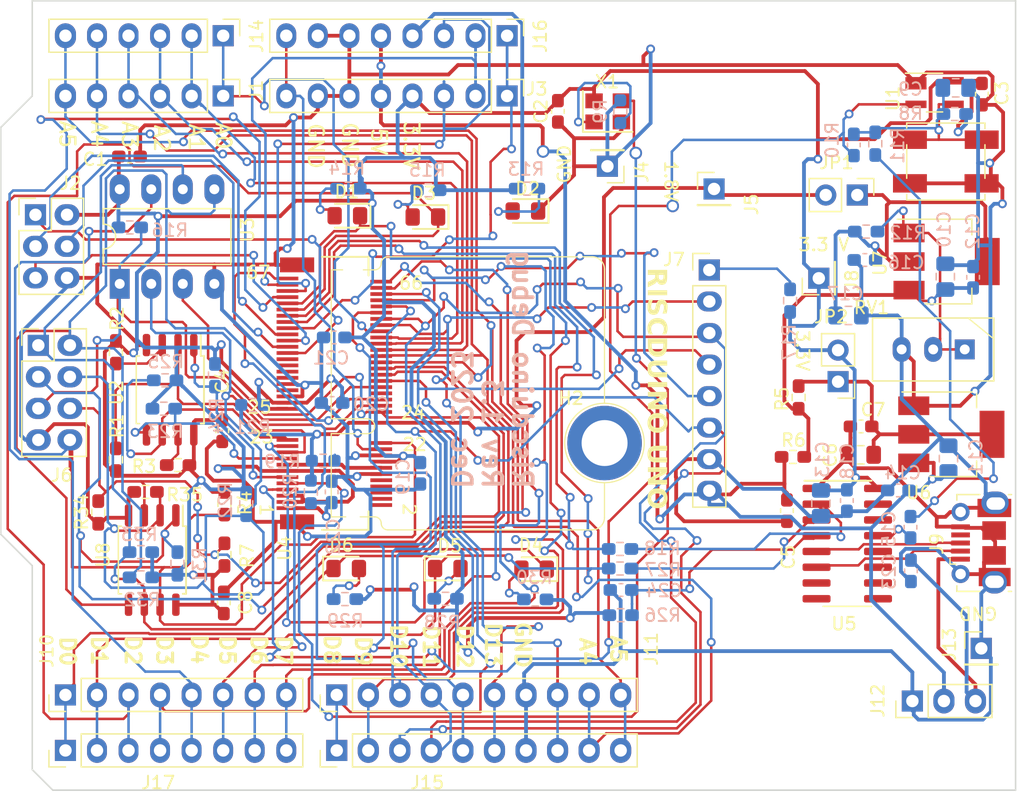
<source format=kicad_pcb>
(kicad_pcb (version 20221018) (generator pcbnew)
  (title_block (date "2023-07-21") (rev "1.0.2"))
  (layers (0 "F.Cu" jumper) (31 "B.Cu" signal) (34 "B.Paste" user) (35 "F.Paste" user) (36 "B.SilkS" user "B.Silkscreen") (37 "F.SilkS" user "F.Silkscreen") (38 "B.Mask" user) (39 "F.Mask" user) (44 "Edge.Cuts" user))
  (net 0 "")
  (net 1 "+5V")
  (net 2 "GND")
  (net 3 "+3.3VP")
  (net 4 "+3.3V")
  (net 5 "USB_D-")
  (net 6 "USB_D+")
  (net 7 "1V8_Ref")
  (net 8 "ISP_MISO")
  (net 9 "ISP_SCK")
  (net 10 "ISP_MOSI")
  (net 11 "ISP_SSN")
  (net 12 "gpio")
  (net 13 "xclk")
  (net 14 "~{RST}")
  (net 15 "mprj_io_11")
  (net 16 "ardunio_a0")
  (net 17 "ardunio_a1")
  (net 18 "ardunio_a2")
  (net 19 "ardunio_a3")
  (net 20 "ardunio_a4")
  (net 21 "ardunio_a5")
  (net 22 "ardunio_d7")
  (net 23 "ardunio_d6")
  (net 24 "ardunio_d5")
  (net 25 "ardunio_d4")
  (net 26 "ardunio_d3")
  (net 27 "ardunio_d2")
  (net 28 "ardunio_d1")
  (net 29 "ardunio_d0")
  (net 30 "mprj_io_12")
  (net 31 "ardunio_d13")
  (net 32 "ardunio_d12")
  (net 33 "ardunio_d11")
  (net 34 "ardunio_d10")
  (net 35 "ardunio_d9")
  (net 36 "ardunio_d8")
  (net 37 "CARAVEL_FLASH_IO3")
  (net 38 "USER_FLASH_IO3")
  (net 39 "CARAVEL_FLASH_IO2")
  (net 40 "USER_FLASH_IO2")
  (net 41 "CARAVEL_FLASH_IO1")
  (net 42 "USER_FLASH_IO1")
  (net 43 "CARAVEL_FLASH_IO0")
  (net 44 "USER_FLASH_IO0")
  (net 45 "CARAVEL_FLASH_SCK")
  (net 46 "USER_FLASH_SCK")
  (net 47 "CARAVEL_FLASH_SSN")
  (net 48 "USER_FLASH_SSN")
  (net 49 "USER_SRAM_SSN")
  (net 50 "mprj_io_30")
  (net 51 "mprj_io_32")
  (net 52 "mprj_io_37")
  (net 53 "mprj_io_0")
  (net 54 "mprj_io_5_ser_rx")
  (net 55 "+1V8")
  (net 56 "Net-(X1-EN)")
  (net 57 "+5VP")
  (net 58 "Net-(D1-A)")
  (net 59 "Net-(D2-A)")
  (net 60 "Net-(D3-A)")
  (net 61 "Net-(D4-A)")
  (net 62 "Net-(D5-A)")
  (net 63 "Net-(D6-A)")
  (net 64 "Net-(U7-ADJ)")
  (net 65 "+1.8VP")
  (net 66 "~{MR}")
  (net 67 "vccd1")
  (net 68 "vccd2")
  (net 69 "vccd0")
  (net 80 "Net-(U5-~{DTR})")
  (net 81 "Net-(C15-Pad2)")
  (net 82 "Net-(U5-V3)")
  (net 83 "Net-(J7-Pin_1)")
  (net 85 "Net-(U5-TXD)")
  (net 86 "Net-(U5-RXD)")
  (footprint "Connector_PinHeader_2.54mm:PinHeader_1x01_P2.54mm_Vertical" (layer "F.Cu") (at 118.1354 57.8358 180)
    (fp_text reference "J4")
    (fp_text value "Conn_01x01" hide)
  )
  (footprint "Riscduino.Library:SOT-223-3_TabPin2" (layer "F.Cu") (at 145.951 79.4333)
    (fp_text reference "U6")
    (fp_text value "LM1117MP-3.3" hide)
  )
  (footprint "Riscduino.Library:SOIC-8_5.23x5.23mm_P1.27mm" (layer "F.Cu") (at 81.4832 89.5604 -90)
    (fp_text reference "U8")
    (fp_text value "W25Q32JVSS" hide)
  )
  (footprint "Riscduino.Library:SOT-223-3_TabPin2" (layer "F.Cu") (at 145.57 65.5141)
    (fp_text reference "U7")
    (fp_text value "LM1117S-ADJ" hide)
  )
  (footprint "Riscduino.Library:PinHeader_1x08_P2.54mm_Vertical" (layer "F.Cu") (at 110.0582 52.1716 -90)
    (fp_text reference "J3")
    (fp_text value "Conn_01x08_Female_Header" hide)
  )
  (footprint "Riscduino.Library:SOIC-16_3.9x9.9mm_P1.27mm" (layer "F.Cu") (at 137.4486 88.2361)
    (fp_text reference "U5")
    (fp_text value "CH340C" hide)
  )
  (footprint "Connector_PinHeader_2.54mm:PinHeader_1x02_P2.54mm_Vertical" (layer "F.Cu") (at 136.7054 75.1915 180)
    (fp_text reference "JP2")
    (fp_text value "Jumper_2" hide)
  )
  (footprint "Riscduino.Library:PinHeader_2x04_P2.54mm_Vertical" (layer "F.Cu") (at 72.3138 72.263)
    (fp_text reference "J6")
    (fp_text value "Conn_02x04_Odd_Even" hide)
  )
  (footprint "Riscduino.Library:C_0603_1608Metric_Pad1.08x0.95mm_HandSolder" (layer "F.Cu") (at 114.1476 53.4132 -90)
    (fp_text reference "C2")
    (fp_text value "0.1uF" hide)
  )
  (footprint "Connector_PinHeader_2.54mm:PinHeader_1x02_P2.54mm_Vertical" (layer "F.Cu") (at 138.2548 60.1547 -90)
    (fp_text reference "JP1")
    (fp_text value "Jumper_2" hide)
  )
  (footprint "Riscduino.Library:C_0805_2012Metric_Pad1.18x1.45mm_HandSolder" (layer "F.Cu") (at 138.5342 81.0843 180)
    (fp_text reference "C6")
    (fp_text value "22uF" hide)
  )
  (footprint "Connector_PinHeader_2.54mm:PinHeader_1x01_P2.54mm_Vertical" (layer "F.Cu") (at 148.237 96.6799)
    (fp_text reference "J13")
    (fp_text value "Conn_01x01" hide)
  )
  (footprint "Riscduino.Library:PinHeader_1x06_P2.54mm_Vertical" (layer "F.Cu") (at 87.1982 52.1716 -90)
    (fp_text reference "J1")
    (fp_text value "Conn_01x06_Female_Header" hide)
  )
  (footprint "Riscduino.Library:LED_0805_2012Metric_Pad1.15x1.40mm_HandSolder" (layer "F.Cu") (at 111.5314 61.4426 180)
    (fp_text reference "D2")
    (fp_text value "GREEN LED" hide)
  )
  (footprint "Riscduino.Library:LED_0805_2012Metric_Pad1.15x1.40mm_HandSolder" (layer "F.Cu") (at 103.4796 61.9252 180)
    (fp_text reference "D3")
    (fp_text value "GREEN LED" hide)
  )
  (footprint "Riscduino.Library:PinHeader_1x06_P2.54mm_Vertical" (layer "F.Cu") (at 87.1982 47.3202 -90)
    (fp_text reference "J14")
    (fp_text value "Conn_01x06_Male_Header" hide)
  )
  (footprint "Riscduino.Library:C_0603_1608Metric_Pad1.08x0.95mm_HandSolder" (layer "F.Cu") (at 87.249 93.0159 90)
    (fp_text reference "C8")
    (fp_text value "0.1uF" hide)
  )
  (footprint "Riscduino.Library:C_0603_1608Metric_Pad1.08x0.95mm_HandSolder" (layer "F.Cu") (at 148.2878 52.0267 -90)
    (fp_text reference "C3")
    (fp_text value "0.1uF" hide)
  )
  (footprint "Riscduino.Library:MicroMod-Standoff" (layer "F.Cu") (at 117.9068 80.137)
    (fp_text reference "H2")
    (fp_text value "MICROMOD-Standoff" hide)
  )
  (footprint "Riscduino.Library:SOIC-8_5.23x5.23mm_P1.27mm" (layer "F.Cu") (at 82.9272 75.8444 -90)
    (fp_text reference "U2")
    (fp_text value "W25Q32JVSS" hide)
  )
  (footprint "Riscduino.Library:PinHeader_1x08_P2.54mm_Vertical" (layer "F.Cu") (at 110.0582 47.3202 -90)
    (fp_text reference "J16")
    (fp_text value "Conn_01x08_Male_Header" hide)
  )
  (footprint "Riscduino.Library:C_0603_1608Metric_Pad1.08x0.95mm_HandSolder" (layer "F.Cu") (at 132.5906 85.5801 -90)
    (fp_text reference "C5")
    (fp_text value "0.1uF" hide)
  )
  (footprint "Riscduino.Library:PinHeader_1x08_P2.54mm_Vertical" (layer "F.Cu") (at 74.4982 100.4316 90)
    (fp_text reference "J10")
    (fp_text value "Conn_01x08_Female_Header" hide)
  )
  (footprint "Riscduino.Library:R_0603_1608Metric_Pad0.98x0.95mm_HandSolder" (layer "F.Cu") (at 133.0706 81.2546)
    (fp_text reference "R6")
    (fp_text value "DNI" hide)
  )
  (footprint "Riscduino.Library:USB_Micro-B_Molex-105017-0001" (layer "F.Cu") (at 148.0328 88.1888 90)
    (fp_text reference "J9")
    (fp_text value "USB_B_Micro" hide)
  )
  (footprint "Riscduino.Library:R_0603_1608Metric_Pad0.98x0.95mm_HandSolder" (layer "F.Cu") (at 77.1398 85.7269 -90)
    (fp_text reference "R34")
    (fp_text value "DNI" hide)
  )
  (footprint "Riscduino.Library:R_0603_1608Metric_Pad0.98x0.95mm_HandSolder" (layer "F.Cu") (at 80.9479 84.074 180)
    (fp_text reference "R35")
    (fp_text value "DNI" hide)
  )
  (footprint "Connector_PinHeader_2.54mm:PinHeader_1x01_P2.54mm_Vertical" (layer "F.Cu") (at 135.156 66.8603 90)
    (fp_text reference "J8")
    (fp_text value "Conn_01x01" hide)
  )
  (footprint "Riscduino.Library:PinHeader_1x10_P2.54mm_Vertical" (layer "F.Cu") (at 96.3422 104.902 90)
    (fp_text reference "J15")
    (fp_text value "Conn_01x10_Male_Header" hide)
  )
  (footprint "Riscduino.Library:R_0603_1608Metric_Pad0.98x0.95mm_HandSolder" (layer "F.Cu") (at 78.5622 81.4813 90)
    (fp_text reference "R1")
    (fp_text value "10K" hide)
  )
  (footprint "Riscduino.Library:Arduino_UNO_R3_WithMountingHoles" (layer "F.Cu") (at 110.0582 52.1716)
    (fp_text reference "H1" hide)
    (fp_text value "MountingHole" hide)
    (fp_line (start -40.77 2.54) (end -38.23 0) (stroke (width 0.12)) (layer "Edge.Cuts"))
    (fp_line (start -40.77 35.31) (end -40.77 2.54) (stroke (width 0.12)) (layer "Edge.Cuts"))
    (fp_line (start -38.23 -7.67) (end 40.94 -7.67) (stroke (width 0.12)) (layer "Edge.Cuts"))
    (fp_line (start -38.23 0) (end -38.23 -7.67) (stroke (width 0.12)) (layer "Edge.Cuts"))
    (fp_line (start -38.23 37.85) (end -40.77 35.31) (stroke (width 0.12)) (layer "Edge.Cuts"))
    (fp_line (start -38.23 54.28) (end -38.23 37.85) (stroke (width 0.12)) (layer "Edge.Cuts"))
    (fp_line (start -36.58 55.93) (end -38.23 54.28) (stroke (width 0.12)) (layer "Edge.Cuts"))
    (fp_line (start 40.94 -7.67) (end 40.94 55.93) (stroke (width 0.12)) (layer "Edge.Cuts"))
    (fp_line (start 40.94 55.93) (end -36.58 55.93) (stroke (width 0.12)) (layer "Edge.Cuts"))
  )
  (footprint "Riscduino.Library:R_0603_1608Metric_Pad0.98x0.95mm_HandSolder" (layer "F.Cu") (at 78.5622 72.8218 -90)
    (fp_text reference "R2")
    (fp_text value "10K" hide)
  )
  (footprint "Riscduino.Library:R_0603_1608Metric_Pad0.98x0.95mm_HandSolder" (layer "F.Cu") (at 83.566 81.915 180)
    (fp_text reference "R3")
    (fp_text value "10K" hide)
  )
  (footprint "Connector_PinHeader_2.54mm:PinHeader_1x01_P2.54mm_Vertical" (layer "F.Cu") (at 126.7206 59.6646)
    (fp_text reference "J5")
    (fp_text value "Conn_01x01" hide)
  )
  (footprint "Riscduino.Library:PinHeader_1x10_P2.54mm_Vertical" (layer "F.Cu") (at 96.3422 100.4316 90)
    (fp_text reference "J11")
    (fp_text value "Conn_01x10_Female_Header" hide)
  )
  (footprint "Riscduino.Library:DIP-8_W7.62mm_LongPads" (layer "F.Cu") (at 78.867 67.31 90)
    (fp_text reference "U3")
    (fp_text value "23LC1024-I/P " hide)
  )
  (footprint "Package_TO_SOT_SMD:SOT-143_Handsoldering" (layer "F.Cu") (at 144.4764 51.8997)
    (fp_text reference "U1")
    (fp_text value "APX811-29UG-7" hide)
  )
  (footprint "Riscduino.Library:R_0603_1608Metric_Pad0.98x0.95mm_HandSolder" (layer "F.Cu") (at 87.2998 84.9884 -90)
    (fp_text reference "R4")
    (fp_text value "10K" hide)
  )
  (footprint "Riscduino.Library:PinHeader_1x03_P2.54mm_Vertical" (layer "F.Cu") (at 142.6894 100.9217 90)
    (fp_text reference "J12")
    (fp_text value "Conn_01x03_Pin" hide)
  )
  (footprint "Riscduino.Library:PinHeader_1x08_P2.54mm_Vertical" (layer "F.Cu") (at 126.3396 66.1924)
    (fp_text reference "J7")
    (fp_text value "Conn_01x08_Pin" hide)
  )
  (footprint "Riscduino.Library:R_0603_1608Metric_Pad0.98x0.95mm_HandSolder" (layer "F.Cu") (at 133.5304 76.4615 -90)
    (fp_text reference "R5")
    (fp_text value "0E" hide)
  )
  (footprint "Riscduino.Library:M.2-CONNECTOR-E" (layer "F.Cu") (at 97.6486 76.1322 -90)
    (fp_text reference "U4")
    (fp_text value "caravel-M.2-card" hide)
  )
  (footprint "Riscduino.Library:SW_SPST_EVPBF_TS4550TP" (layer "F.Cu") (at 145.3824 57.4557 180)
    (fp_text reference "SW1" hide)
    (fp_text value "4Pin Round Button SPST Straight Tactile Switch SMD - TS4550TP" hide)
  )
  (footprint "Riscduino.Library:PinHeader_1x08_P2.54mm_Vertical" (layer "F.Cu") (at 74.4982 104.902 90)
    (fp_text reference "J17")
    (fp_text value "Conn_01x08_Male_Header" hide)
  )
  (footprint "Riscduino.Library:LED_0805_2012Metric_Pad1.15x1.40mm_HandSolder" (layer "F.Cu") (at 97.1968 61.8236 180)
    (fp_text reference locked "D1")
    (fp_text value "GREEN LED" hide)
  )
  (footprint "Riscduino.Library:LED_0805_2012Metric_Pad1.15x1.40mm_HandSolder" (layer "F.Cu") (at 112.2336 90.297 180)
    (fp_text reference "D4")
    (fp_text value "GREEN LED" hide)
  )
  (footprint "Riscduino.Library:PinHeader_2x03_P2.54mm_Vertical" (layer "F.Cu") (at 72.0852 61.7474)
    (fp_text reference "J2")
    (fp_text value "ISP" hide)
  )
  (footprint "Riscduino.Library:C_0603_1608Metric_Pad1.08x0.95mm_HandSolder" (layer "F.Cu") (at 138.5596 78.7983 180)
    (fp_text reference "C7")
    (fp_text value "0.1uF" hide)
  )
  (footprint "Riscduino.Library:Crystal_SMD_Abracon_ABM8G-4Pin_3.2x2.5mm" (layer "F.Cu") (at 118.1608 53.4162)
    (fp_text reference "X1")
    (fp_text value "ASE-10.000MHZ-LC-T" hide)
  )
  (footprint "Riscduino.Library:R_0603_1608Metric_Pad0.98x0.95mm_HandSolder" (layer "F.Cu") (at 87.2998 89.1286 90)
    (fp_text reference "R7")
    (fp_text value "10K" hide)
  )
  (footprint "Riscduino.Library:C_0603_1608Metric_Pad1.08x0.95mm_HandSolder" (layer "F.Cu") (at 87.122 79.1464 -90)
    (fp_text reference "C4")
    (fp_text value "0.1uF" hide)
  )
  (footprint "Riscduino.Library:LED_0805_2012Metric_Pad1.15x1.40mm_HandSolder" (layer "F.Cu") (at 105.283 90.2462)
    (fp_text reference "D5")
    (fp_text value "GREEN LED" hide)
  )
  (footprint "Riscduino.Library:C_0603_1608Metric_Pad1.08x0.95mm_HandSolder" (layer "F.Cu") (at 79.6555 57.0484)
    (fp_text reference "C1")
    (fp_text value "0.1uF" hide)
  )
  (footprint "Riscduino.Library:Potentiometer_Bourns_3296W_Vertical" (layer "F.Cu") (at 146.9064 72.5941)
    (fp_text reference "RV1")
    (fp_text value "500 Ohm Trim Pot" hide)
  )
  (footprint "Riscduino.Library:LED_0805_2012Metric_Pad1.15x1.40mm_HandSolder" (layer "F.Cu") (at 97.1042 90.2462)
    (fp_text reference "D6")
    (fp_text value "BLUE LED" hide)
  )
  (footprint "Riscduino:C_0603_1608Metric_Pad1.08x0.95mm_HandSolder" (layer "B.Cu") (at 137.9754 56.1172 -90)
    (fp_text reference "R10")
    (fp_text value "0E-DNI" hide)
  )
  (footprint "Riscduino.Library:R_0603_1608Metric_Pad0.98x0.95mm_HandSolder" (layer "B.Cu") (at 139.7026 56.0164 90)
    (fp_text reference "R11")
    (fp_text value "0E" hide)
  )
  (footprint "Capacitor_SMD:C_0603_1608Metric_Pad1.08x0.95mm_HandSolder" (layer "B.Cu") (at 142.5728 90.4315 -90)
    (fp_text reference "C23")
    (fp_text value "0.1uF" hide)
  )
  (footprint "Riscduino.Library:C_0603_1608Metric_Pad1.08x0.95mm_HandSolder" (layer "B.Cu") (at 96.139 71.628 180)
    (fp_text reference "C21")
    (fp_text value "0.1uF" hide)
  )
  (footprint "Riscduino.Library:C_0805_2012Metric_Pad1.18x1.45mm_HandSolder" (layer "B.Cu") (at 145.3414 66.7294 90)
    (fp_text reference "C10")
    (fp_text value "10uF" hide)
  )
  (footprint "Riscduino.Library:R_0603_1608Metric_Pad0.98x0.95mm_HandSolder" (layer "B.Cu") (at 146.1015 53.6269 180)
    (fp_text reference "R8")
    (fp_text value "10K" hide)
  )
  (footprint "Riscduino.Library:R_0603_1608Metric_Pad0.98x0.95mm_HandSolder" (layer "B.Cu") (at 119.2022 94.0054 180)
    (fp_text reference "R26")
    (fp_text value "0E" hide)
  )
  (footprint "Riscduino.Library:R_0603_1608Metric_Pad0.98x0.95mm_HandSolder" (layer "B.Cu") (at 89.0524 85.0392 -90)
    (fp_text reference "R22")
    (fp_text value "10K" hide)
  )
  (footprint "Riscduino.Library:C_0603_1608Metric_Pad1.08x0.95mm_HandSolder" (layer "B.Cu") (at 95.9651 76.9112)
    (fp_text reference "C20")
    (fp_text value "0.1uF" hide)
  )
  (footprint "Riscduino.Library:R_0603_1608Metric_Pad0.98x0.95mm_HandSolder" (layer "B.Cu") (at 111.6603 59.6392 180)
    (fp_text reference "R13")
    (fp_text value "470 Ohm" hide)
  )
  (footprint "Riscduino:R_0603_1608Metric_Pad0.98x0.95mm_HandSolder" (layer "B.Cu") (at 119.1533 90.2462 180)
    (fp_text reference "R27")
    (fp_text value "0E" hide)
  )
  (footprint "Riscduino.Library:R_0603_1608Metric_Pad0.98x0.95mm_HandSolder" (layer "B.Cu") (at 97.0026 92.71)
    (fp_text reference "R29")
    (fp_text value "470 Ohm" hide)
  )
  (footprint "Riscduino.Library:C_0603_1608Metric_Pad1.08x0.95mm_HandSolder" (layer "B.Cu") (at 142.5376 86.9197 90)
    (fp_text reference "C15")
    (fp_text value "0.1uF" hide)
  )
  (footprint "Resistor_SMD:R_0603_1608Metric_Pad0.98x0.95mm_HandSolder" (layer "B.Cu") (at 95.2481 81.5594 180)
    (fp_text reference "R19")
    (fp_text value "0E" hide)
  )
  (footprint "Riscduino.Library:R_0603_1608Metric_Pad0.98x0.95mm_HandSolder" (layer "B.Cu") (at 132.8446 68.6637 -90)
    (fp_text reference "R17")
    (fp_text value "100E" hide)
  )
  (footprint "Riscduino.Library:R_0603_1608Metric_Pad0.98x0.95mm_HandSolder" (layer "B.Cu") (at 105.1052 92.6846)
    (fp_text reference "R28")
    (fp_text value "470 Ohm" hide)
  )
  (footprint "Riscduino.Library:R_0603_1608Metric_Pad0.98x0.95mm_HandSolder" (layer "B.Cu") (at 83.5152 89.8379 90)
    (fp_text reference "R31")
    (fp_text value "10K" hide)
  )
  (footprint "Riscduino.Library:C_0805_2012Metric_Pad1.18x1.45mm_HandSolder" (layer "B.Cu") (at 135.324 84.9893 -90)
    (fp_text reference "C13")
    (fp_text value "10uF" hide)
  )
  (footprint "Riscduino.Library:C_0805_2012Metric_Pad1.18x1.45mm_HandSolder" (layer "B.Cu") (at 146.1796 51.5187)
    (fp_text reference "C9")
    (fp_text value "10uF" hide)
  )
  (footprint "Riscduino.Library:C_0603_1608Metric_Pad1.08x0.95mm_HandSolder" (layer "B.Cu") (at 119.2276 91.9734)
    (fp_text reference "C24")
    (fp_text value "0.1uF" hide)
  )
  (footprint "Riscduino.Library:R_0603_1608Metric_Pad0.98x0.95mm_HandSolder" (layer "B.Cu") (at 82.4192 77.3684)
    (fp_text reference "R23")
    (fp_text value "10K" hide)
  )
  (footprint "Resistor_SMD:R_0603_1608Metric_Pad0.98x0.95mm_HandSolder" (layer "B.Cu") (at 119.1768 53.4397 90)
    (fp_text reference "R9")
    (fp_text value "DNI" hide)
  )
  (footprint "Riscduino.Library:R_0603_1608Metric_Pad0.98x0.95mm_HandSolder" (layer "B.Cu") (at 86.5378 74.6741 -90)
    (fp_text reference "R24")
    (fp_text value "10K" hide)
  )
  (footprint "Riscduino.Library:R_0603_1608Metric_Pad0.98x0.95mm_HandSolder" (layer "B.Cu") (at 82.5227 75.0824 180)
    (fp_text reference "R25")
    (fp_text value "10K" hide)
  )
  (footprint "Riscduino.Library:R_0603_1608Metric_Pad0.98x0.95mm_HandSolder" (layer "B.Cu") (at 97.282 59.6392)
    (fp_text reference "R14")
    (fp_text value "470 Ohm" hide)
  )
  (footprint "Riscduino.Library:R_0603_1608Metric_Pad0.98x0.95mm_HandSolder" (layer "B.Cu") (at 103.7082 59.7662)
    (fp_text reference "R15")
    (fp_text value "470 Ohm" hide)
  )
  (footprint "Resistor_SMD:R_0603_1608Metric_Pad0.98x0.95mm_HandSolder" (layer "B.Cu") (at 94.2594 84.074 -90)
    (fp_text reference "R20")
    (fp_text value "0E" hide)
  )
  (footprint "Riscduino.Library:C_0603_1608Metric_Pad1.08x0.95mm_HandSolder" (layer "B.Cu") (at 138.8644 65.3871 180)
    (fp_text reference "C16")
    (fp_text value "0.1uF" hide)
  )
  (footprint "Riscduino.Library:R_0603_1608Metric_Pad0.98x0.95mm_HandSolder" (layer "B.Cu") (at 112.3188 92.7354)
    (fp_text reference "R30")
    (fp_text value "470 Ohm" hide)
  )
  (footprint "Riscduino.Library:C_0603_1608Metric_Pad1.08x0.95mm_HandSolder" (layer "B.Cu") (at 95.9358 84.074 90)
    (fp_text reference "C22")
    (fp_text value "0.1uF" hide)
  )
  (footprint "Riscduino.Library:C_0805_2012Metric_Pad1.18x1.45mm_HandSolder" (layer "B.Cu") (at 137.5436 69.8575)
    (fp_text reference "C17")
    (fp_text value "22uF" hide)
  )
  (footprint "Riscduino.Library:C_0805_2012Metric_Pad1.18x1.45mm_HandSolder" (layer "B.Cu") (at 145.5954 81.3891 90)
    (fp_text reference "C11")
    (fp_text value "10uF" hide)
  )
  (footprint "Riscduino.Library:R_0603_1608Metric_Pad0.98x0.95mm_HandSolder" (layer "B.Cu") (at 80.5707 90.9574 180)
    (fp_text reference "R32")
    (fp_text value "10K" hide)
  )
  (footprint "Riscduino.Library:C_0603_1608Metric_Pad1.08x0.95mm_HandSolder" (layer "B.Cu") (at 147.5766 66.783 90)
    (fp_text reference "C12")
    (fp_text value "0.1uF" hide)
  )
  (footprint "Riscduino.Library:C_0603_1608Metric_Pad1.08x0.95mm_HandSolder" (layer "B.Cu") (at 141.5579 83.9545 180)
    (fp_text reference "C14")
    (fp_text value "0.1uF" hide)
  )
  (footprint "Riscduino.Library:C_0603_1608Metric_Pad1.08x0.95mm_HandSolder" (layer "B.Cu") (at 103.0732 82.5754 -90)
    (fp_text reference "C19")
    (fp_text value "0.1uF" hide)
  )
  (footprint "Riscduino.Library:C_0603_1608Metric_Pad1.08x0.95mm_HandSolder" (layer "B.Cu") (at 137.4166 84.7673 -90)
    (fp_text reference "C18")
    (fp_text value "0.1uF" hide)
  )
  (footprint "Riscduino:R_0603_1608Metric_Pad0.98x0.95mm_HandSolder" (layer "B.Cu") (at 119.1514 88.6714 180)
    (fp_text reference "R18")
    (fp_text value "0E" hide)
  )
  (footprint "Riscduino.Library:R_0603_1608Metric_Pad0.98x0.95mm_HandSolder" (layer "B.Cu") (at 80.5707 88.9254 180)
    (fp_text reference "R33")
    (fp_text value "10K" hide)
  )
  (footprint "Riscduino.Library:R_0603_1608Metric_Pad0.98x0.95mm_HandSolder" (layer "B.Cu") (at 138.966 63.1011)
    (fp_text reference "R12")
    (fp_text value "470 Ohm" hide)
  )
  (footprint "Riscduino.Library:R_0603_1608Metric_Pad0.98x0.95mm_HandSolder" (layer "B.Cu") (at 79.6798 62.7634)
    (fp_text reference "R16")
    (fp_text value "10K" hide)
  )
  (footprint "Resistor_SMD:R_0603_1608Metric_Pad0.98x0.95mm_HandSolder" (layer "B.Cu") (at 89.5604 77.0636)
    (fp_text reference "R21")
    (fp_text value "0E" hide)
  )
  (gr_text "Riscduino Debug\nRev 1.3\nDec 2023" (at 105.4862 83.9724 270) (layer "B.SilkS") (effects (font (size 1.524 1.524) (thickness 0.3048) bold) (justify left bottom mirror)))
  (gr_text "D6" (at 89.357201 95.503857 270) (layer "F.SilkS") (effects (font (size 1.2 1.2) (thickness 0.25) bold) (justify left bottom)))
  (gr_text "A4" (at 115.824 95.6818 270) (layer "F.SilkS") (effects (font (size 1.2 1.2) (thickness 0.25) bold) (justify left bottom)))
  (gr_text "A3" (at 78.9686 54.0766 270) (layer "F.SilkS") (effects (font (size 1.2 1.2) (thickness 0.1875)) (justify left bottom)))
  (gr_text "D0" (at 73.9648 95.5802 270) (layer "F.SilkS") (effects (font (size 1.2 1.2) (thickness 0.25) bold) (justify left bottom)))
  (gr_text "A0" (at 86.5124 54.1782 -90) (layer "F.SilkS") (effects (font (size 1.2 1.2) (thickness 0.1875)) (justify left bottom)))
  (gr_text "D10" (at 100.6094 94.5896 270) (layer "F.SilkS") (effects (font (size 1.2 1.2) (thickness 0.25) bold) (justify left bottom)))
  (gr_text "A1" (at 84.3534 54.3052 270) (layer "F.SilkS") (effects (font (size 1.2 1.2) (thickness 0.1875)) (justify left bottom)))
  (gr_text "GND" (at 110.617 94.4118 270) (layer "F.SilkS") (effects (font (size 1.2 1.2) (thickness 0.25) bold) (justify left bottom)))
  (gr_text "D3" (at 81.7626 95.503857 270) (layer "F.SilkS") (effects (font (size 1.2 1.2) (thickness 0.25) bold) (justify left bottom)))
  (gr_text "5V" (at 99.0346 54.6354 270) (layer "F.SilkS") (effects (font (size 1.2 1.2) (thickness 0.1875)) (justify left bottom)))
  (gr_text "D4" (at 84.5566 95.4278 270) (layer "F.SilkS") (effects (font (size 1.2 1.2) (thickness 0.25) bold) (justify left bottom)))
  (gr_text "D13" (at 108.2294 94.4626 270) (layer "F.SilkS") (effects (font (size 1.2 1.2) (thickness 0.25) bold) (justify left bottom)))
  (gr_text "D9" (at 97.7646 95.5548 270) (layer "F.SilkS") (effects (font (size 1.2 1.2) (thickness 0.25) bold) (justify left bottom)))
  (gr_text "D11" (at 103.2256 94.6404 270) (layer "F.SilkS") (effects (font (size 1.2 1.2) (thickness 0.25) bold) (justify left bottom)))
  (gr_text "A4" (at 76.5048 54.0512 270) (layer "F.SilkS") (effects (font (size 1.2 1.2) (thickness 0.1875)) (justify left bottom)))
  (gr_text "RISCDUINO UNO" (at 121.1326 65.9892 -90) (layer "F.SilkS") (effects (font (size 1.524 1.524) (thickness 0.1524)) (justify left bottom)))
  (gr_text "A5" (at 73.9394 54.0512 270) (layer "F.SilkS") (effects (font (size 1.2 1.2) (thickness 0.1875)) (justify left bottom)))
  (gr_text "1.8V" (at 122.6566 57.3024 -90) (layer "F.SilkS") (effects (font (size 1.016 1.016) (thickness 0.1524)) (justify left bottom)))
  (gr_text "D8" (at 95.25 95.4532 270) (layer "F.SilkS") (effects (font (size 1.2 1.2) (thickness 0.25) bold) (justify left bottom)))
  (gr_text "D2" (at 79.231067 95.503857 270) (layer "F.SilkS") (effects (font (size 1.2 1.2) (thickness 0.25) bold) (justify left bottom)))
  (gr_text "D7" (at 91.3638 95.504 270) (layer "F.SilkS") (effects (font (size 1.2 1.2) (thickness 0.25) bold) (justify left bottom)))
  (gr_text "3.3 V" (at 133.4288 64.7521) (layer "F.SilkS") (effects (font (size 1.016 1.016) (thickness 0.1524)) (justify left bottom)))
  (gr_text "A5" (at 118.3132 95.504 270) (layer "F.SilkS") (effects (font (size 1.2 1.2) (thickness 0.25) bold) (justify left bottom)))
  (gr_text "D12" (at 105.9434 94.615 270) (layer "F.SilkS") (effects (font (size 1.2 1.2) (thickness 0.25) bold) (justify left bottom)))
  (gr_text "GND" (at 115.2652 59.309 90) (layer "F.SilkS") (effects (font (size 1.016 1.016) (thickness 0.1524)) (justify left bottom)))
  (gr_text "D5" (at 86.825666 95.503857 270) (layer "F.SilkS") (effects (font (size 1.2 1.2) (thickness 0.25) bold) (justify left bottom)))
  (gr_text "GND" (at 96.6978 54.1782 270) (layer "F.SilkS") (effects (font (size 1.2 1.2) (thickness 0.1875)) (justify left bottom)))
  (gr_text "D1" (at 76.5048 95.5294 270) (layer "F.SilkS") (effects (font (size 1.2 1.2) (thickness 0.25) bold) (justify left bottom)))
  (gr_text "3.3V" (at 133.251 70.9497 -90) (layer "F.SilkS") (effects (font (size 1.016 1.016) (thickness 0.1524)) (justify left bottom)))
  (gr_text "3.3V" (at 101.6508 54.102 270) (layer "F.SilkS") (effects (font (size 1.2 1.2) (thickness 0.1875)) (justify left bottom)))
  (gr_text "GND" (at 93.9546 54.2544 270) (layer "F.SilkS") (effects (font (size 1.2 1.2) (thickness 0.1875)) (justify left bottom)))
  (gr_text "A2" (at 81.5594 54.3814 270) (layer "F.SilkS") (effects (font (size 1.2 1.2) (thickness 0.1875)) (justify left bottom)))
  (gr_text "GND" (at 149.634 93.2509 180) (layer "F.SilkS") (effects (font (size 1.016 1.016) (thickness 0.1524)) (justify left bottom)))
  (segment (start 112.928 54.7624) (end 112.702 54.5356) (width 0.3048) (layer "F.Cu") (net 1))
  (segment (start 99.8982 49.7591) (end 99.8982 47.3202) (width 0.3048) (layer "F.Cu") (net 1))
  (segment (start 100.129 54.5356) (end 99.8982 54.3052) (width 0.3048) (layer "F.Cu") (net 1))
  (segment (start 112.702 54.5356) (end 100.129 54.5356) (width 0.3048) (layer "F.Cu") (net 1))
  (segment (start 122.164 76.3426) (end 121.311 75.4893) (width 0.3048) (layer "F.Cu") (net 1))
  (segment (start 121.311 75.4893) (end 120.421 75.4893) (width 0.3048) (layer "F.Cu") (net 1))
  (segment (start 132.387 83.9661) (end 132.387 84.5144) (width 0.3048) (layer "F.Cu") (net 1))
  (segment (start 132.591 84.3066) (end 132.591 84.4436) (width 0.3048) (layer "F.Cu") (net 1))
  (segment (start 128.901 83.4179) (end 128.042 84.2772) (width 0.3048) (layer "F.Cu") (net 1))
  (segment (start 132.387 81.5688) (end 132.387 83.4179) (width 0.3048) (layer "F.Cu") (net 1))
  (segment (start 132.387 83.4179) (end 132.387 83.9661) (width 0.3048) (layer "F.Cu") (net 1))
  (segment (start 99.8982 54.3052) (end 99.8982 52.1716) (width 0.3048) (layer "F.Cu") (net 1))
  (segment (start 122.164 86.0701) (end 122.164 76.3426) (width 0.3048) (layer "F.Cu") (net 1))
  (segment (start 132.387 83.4179) (end 128.901 83.4179) (width 0.3048) (layer "F.Cu") (net 1))
  (segment (start 132.5906 84.307) (end 132.5906 84.7176) (width 0.3048) (layer "F.Cu") (net 1))
  (segment (start 132.591 84.3066) (end 132.5906 84.307) (width 0.3048) (layer "F.Cu") (net 1))
  (segment (start 144.408 82.93) (end 144.3 83.038) (width 0.3048) (layer "F.Cu") (net 1))
  (segment (start 132.387 83.9661) (end 132.591 84.1697) (width 0.3048) (layer "F.Cu") (net 1))
  (segment (start 144.408 81.7333) (end 144.408 82.93) (width 0.3048) (layer "F.Cu") (net 1))
  (segment (start 142.801 81.7333) (end 144.408 81.7333) (width 0.3048) (layer "F.Cu") (net 1))
  (segment (start 122.352 86.2584) (end 122.164 86.0701) (width 0.3048) (layer "F.Cu") (net 1))
  (segment (start 112.954 56.642) (end 112.928 56.6166) (width 0.3048) (layer "F.Cu") (net 1))
  (segment (start 112.928 56.6166) (end 112.928 54.7624) (width 0.3048) (layer "F.Cu") (net 1))
  (segment (start 128.042 84.2772) (end 126.6444 84.2772) (width 0.3048) (layer "F.Cu") (net 1))
  (segment (start 132.591 84.1697) (end 132.591 84.3066) (width 0.3048) (layer "F.Cu") (net 1))
  (via (at 144.3 83.038) (size 0.7112) (drill 0.4064) (layers "F.Cu" "B.Cu") (net 1))
  (via (at 99.8982 49.7591) (size 0.7112) (drill 0.4064) (layers "F.Cu" "B.Cu") (net 1))
  (via (at 122.352 86.2584) (size 0.7112) (drill 0.4064) (layers "F.Cu" "B.Cu") (net 1))
  (via (at 120.421 75.4893) (size 0.7112) (drill 0.4064) (layers "F.Cu" "B.Cu") (net 1))
  (via (at 112.954 56.642) (size 1.016) (drill 0.7112) (layers "F.Cu" "B.Cu") (net 1))
  (segment (start 145.229 98.6253) (end 145.229 99.7731) (width 0.3048) (layer "B.Cu") (net 1))
  (segment (start 120.421 75.4893) (end 120.421 74.3707) (width 0.3048) (layer "B.Cu") (net 1))
  (segment (start 126.34 84.5384) (end 126.34 85.1045) (width 0.3048) (layer "B.Cu") (net 1))
  (segment (start 132.896 86.0827) (end 133.823 87.0101) (width 0.3048) (layer "B.Cu") (net 1))
  (segment (start 145.29 82.7323) (end 144.984 83.038) (width 0.3048) (layer "B.Cu") (net 1))
  (segment (start 127.547 85.1799) (end 127.934 85.1799) (width 0.3048) (layer "B.Cu") (net 1))
  (segment (start 114.734 57.279) (end 114.097 56.642) (width 0.3048) (layer "B.Cu") (net 1))
  (segment (start 120.421 74.3707) (end 114.734 68.6836) (width 0.3048) (layer "B.Cu") (net 1))
  (segment (start 127.472 85.1045) (end 127.547 85.1799) (width 0.3048) (layer "B.Cu") (net 1))
  (segment (start 144.3 83.038) (end 143.384 83.9545) (width 0.3048) (layer "B.Cu") (net 1))
  (segment (start 145.229 99.7731) (end 145.2294 99.7735) (width 0.3048) (layer "B.Cu") (net 1))
  (segment (start 128.837 86.0827) (end 132.896 86.0827) (width 0.3048) (layer "B.Cu") (net 1))
  (segment (start 139.364 87.0101) (end 139.364 92.7603) (width 0.3048) (layer "B.Cu") (net 1))
  (segment (start 127.934 85.1799) (end 128.837 86.0827) (width 0.3048) (layer "B.Cu") (net 1))
  (segment (start 139.364 92.7603) (end 145.229 98.6253) (width 0.3048) (layer "B.Cu") (net 1))
  (segment (start 145.229 99.7731) (end 145.229 100.921) (width 0.3048) (layer "B.Cu") (net 1))
  (segment (start 114.097 56.642) (end 112.954 56.642) (width 0.3048) (layer "B.Cu") (net 1))
  (segment (start 145.2294 99.7735) (end 145.2294 100.9217) (width 0.3048) (layer "B.Cu") (net 1))
  (segment (start 114.734 68.6836) (end 114.734 57.279) (width 0.3048) (layer "B.Cu") (net 1))
  (segment (start 133.823 87.0101) (end 139.364 87.0101) (width 0.3048) (layer "B.Cu") (net 1))
  (segment (start 142.42 83.9545) (end 139.364 87.0101) (width 0.3048) (layer "B.Cu") (net 1))
  (segment (start 144.984 83.038) (end 144.3 83.038) (width 0.3048) (layer "B.Cu") (net 1))
  (segment (start 124.334 84.2772) (end 126.035 84.2772) (width 0.3048) (layer "B.Cu") (net 1))
  (segment (start 99.8982 49.7591) (end 99.8982 52.1716) (width 0.3048) (layer "B.Cu") (net 1))
  (segment (start 143.384 83.9545) (end 142.4204 83.9545) (width 0.3048) (layer "B.Cu") (net 1))
  (segment (start 127.032 84.2772) (end 127.934 85.1799) (width 0.3048) (layer "B.Cu") (net 1))
  (segment (start 122.352 86.2584) (end 124.334 84.2772) (width 0.3048) (layer "B.Cu") (net 1))
  (segment (start 126.34 85.1045) (end 127.472 85.1045) (width 0.3048) (layer "B.Cu") (net 1))
  (segment (start 114.75 54.8786) (end 114.148 54.2757) (width 0.3048) (layer "F.Cu") (net 2))
  (segment (start 142.976 51.1495) (end 143.842 50.2836) (width 0.3048) (layer "F.Cu") (net 2))
  (segment (start 126.3396 81.4324) (end 124.46 81.4324) (width 0.3048) (layer "F.Cu") (net 2))
  (segment (start 76.0476 78.613) (end 76.3016 78.867) (width 0.3048) (layer "F.Cu") (net 2))
  (segment (start 79.5782 84.5839) (end 79.9611 84.201) (width 0.3048) (layer "F.Cu") (net 2))
  (segment (start 149.5615 59.2137) (end 142.493 59.2137) (width 0.3048) (layer "F.Cu") (net 2))
  (segment (start 85.8774 80.5942) (end 85.8774 82.6314) (width 0.3048) (layer "F.Cu") (net 2))
  (segment (start 137.697 80.3998) (end 137.697 79.711) (width 0.3048) (layer "F.Cu") (net 2))
  (segment (start 142.558 73.3251) (end 142.314 73.0815) (width 0.3048) (layer "F.Cu") (net 2))
  (segment (start 91.4161 86.4822) (end 91.4161 87.9863) (width 0.3048) (layer "F.Cu") (net 2))
  (segment (start 92.8254 86.4822) (end 91.4161 86.4822) (width 0.3048) (layer "F.Cu") (net 2))
  (segment (start 77.7964 86.1568) (end 79.3818 86.1568) (width 0.3048) (layer "F.Cu") (net 2))
  (segment (start 80.8972 54.5356) (end 80.518 54.9148) (width 0.3048) (layer "F.Cu") (net 2))
  (segment (start 91.4161 87.9863) (end 87.249 92.1534) (width 0.3048) (layer "F.Cu") (net 2))
  (segment (start 137.697 80.3998) (end 137.496 80.6005) (width 0.3048) (layer "F.Cu") (net 2))
  (segment (start 77.0576 68.8788) (end 80.4232 72.2444) (width 0.3048) (layer "F.Cu") (net 2))
  (segment (start 89.7334 86.4822) (end 91.4161 86.4822) (width 0.3048) (layer "F.Cu") (net 2))
  (segment (start 121.031 49.6826) (end 141.509 49.6826) (width 0.3048) (layer "F.Cu") (net 2))
  (segment (start 93.559 76.3822) (end 92.3736 76.3822) (width 0.3048) (layer "F.Cu") (net 2))
  (segment (start 136.751 82.0127) (end 135.535 83.2285) (width 0.3048) (layer "F.Cu") (net 2))
  (segment (start 98.168 82.6322) (end 99.9236 82.6322) (width 0.3048) (layer "F.Cu") (net 2))
  (segment (start 135.254 83.5097) (end 135.114 83.6501) (width 0.3048) (layer "F.Cu") (net 2))
  (segment (start 142.558 73.3251) (end 142.557 73.3251) (width 0.3048) (layer "F.Cu") (net 2))
  (segment (start 149.144 50.6277) (end 149.144 52.0332) (width 0.3048) (layer "F.Cu") (net 2))
  (segment (start 148.259 86.9696) (end 148.46 87.1709) (width 0.3048) (layer "F.Cu") (net 2))
  (segment (start 149.352 88.8182) (end 149.352 88.0629) (width 0.3048) (layer "F.Cu") (net 2))
  (segment (start 138.123 82.1678) (end 140.734 82.1678) (width 0.3048) (layer "F.Cu") (net 2))
  (segment (start 89.5858 86.3346) (end 89.7334 86.4822) (width 0.3048) (layer "F.Cu") (net 2))
  (segment (start 148.288 52.8892) (end 149.379 52.8892) (width 0.3048) (layer "F.Cu") (net 2))
  (segment (start 142.801 77.1333) (end 142.801 73.5687) (width 0.3048) (layer "F.Cu") (net 2))
  (segment (start 145.733 85.6982) (end 145.449 85.9823) (width 0.3048) (layer "F.Cu") (net 2))
  (segment (start 93.5788 76.3624) (end 93.559 76.3822) (width 0.3048) (layer "F.Cu") (net 2))
  (segment (start 143.842 50.2836) (end 148.8 50.2836) (width 0.3048) (layer "F.Cu") (net 2))
  (segment (start 135.254 83.5096) (end 134.9731 83.7906) (width 0.3048) (layer "F.Cu") (net 2))
  (segment (start 121.031 48.9712) (end 121.031 49.6826) (width 0.3048) (layer "F.Cu") (net 2))
  (segment (start 76.7461 86.3181) (end 77.1906 86.7626) (width 0.3048) (layer "F.Cu") (net 2))
  (segment (start 77.0576 66.7004) (end 77.0576 68.8788) (width 0.3048) (layer "F.Cu") (net 2))
  (segment (start 114.17 54.2974) (end 114.751 54.8786) (width 0.3048) (layer "F.Cu") (net 2))
  (segment (start 137.697 79.711) (end 137.697 79.7109) (width 0.3048) (layer "F.Cu") (net 2))
  (segment (start 149.352 88.0629) (end 148.46 87.1709) (width 0.3048) (layer "F.Cu") (net 2))
  (segment (start 145.449 85.9823) (end 145.345 86.0861) (width 0.3048) (layer "F.Cu") (net 2))
  (segment (start 105.338 50.4444) (end 106.1 49.6826) (width 0.3048) (layer "F.Cu") (net 2))
  (segment (start 146.549 77.1333) (end 142.801 77.1333) (width 0.3048) (layer "F.Cu") (net 2))
  (segment (start 73.5838 78.613) (end 76.0476 78.613) (width 0.3048) (layer "F.Cu") (net 2))
  (segment (start 76.9306 66.8274) (end 77.0576 66.7004) (width 0.3048) (layer "F.Cu") (net 2))
  (segment (start 76.3016 85.8736) (end 76.7461 86.3181) (width 0.3048) (layer "F.Cu") (net 2))
  (segment (start 137.697 80.5208) (end 137.697 80.3998) (width 0.3048) (layer "F.Cu") (net 2))
  (segment (start 144.652 86.0861) (end 144.652 86.8709) (width 0.3048) (layer "F.Cu") (net 2))
  (segment (start 142.801 73.5687) (end 142.558 73.3251) (width 0.3048) (layer "F.Cu") (net 2))
  (segment (start 77.1906 86.7626) (end 77.7964 86.1568) (width 0.3048) (layer "F.Cu") (net 2))
  (segment (start 115.447 55.5752) (end 115.447 57.8358) (width 0.3048) (layer "F.Cu") (net 2))
  (segment (start 148.8 50.2836) (end 149.144 50.6277) (width 0.3048) (layer "F.Cu") (net 2))
  (segment (start 149.995 56.5924) (end 149.005 57.5818) (width 0.3048) (layer "F.Cu") (net 2))
  (segment (start 97.3582 50.4444) (end 105.338 50.4444) (width 0.3048) (layer "F.Cu") (net 2))
  (segment (start 149.005 57.5818) (end 149.005 58.9159) (width 0.3048) (layer "F.Cu") (net 2))
  (segment (start 106.1 49.6826) (end 121.031 49.6826) (width 0.3048) (layer "F.Cu") (net 2))
  (segment (start 72.3138 79.883) (end 73.5838 78.613) (width 0.3048) (layer "F.Cu") (net 2))
  (segment (start 123.646 82.8685) (end 123.673 82.8948) (width 0.3048) (layer "F.Cu") (net 2))
  (segment (start 93.9835 87.6583) (end 93.9835 87.6403) (width 0.3048) (layer "F.Cu") (net 2))
  (segment (start 91.7956 64.4652) (end 91.4161 64.8447) (width 0.3048) (layer "F.Cu") (net 2))
  (segment (start 92.3544 64.4652) (end 91.7956 64.4652) (width 0.3048) (layer "F.Cu") (net 2))
  (segment (start 89.5858 83.9216) (end 89.5858 86.3346) (width 0.3048) (layer "F.Cu") (net 2))
  (segment (start 86.4627 80.0089) (end 85.8774 80.5942) (width 0.3048) (layer "F.Cu") (net 2))
  (segment (start 148.892 87.1709) (end 148.46 87.1709) (width 0.3048) (layer "F.Cu") (net 2))
  (segment (start 149.379 52.8892) (end 149.995 53.5052) (width 0.3048) (layer "F.Cu") (net 2))
  (segment (start 148.479 85.3515) (end 146.999 85.3515) (width 0.3048) (layer "F.Cu") (net 2))
  (segment (start 148.592 89.593) (end 148.46 89.7246) (width 0.3048) (layer "F.Cu") (net 2))
  (segment (start 114.751 54.8786) (end 114.75 54.8786) (width 0.3048) (layer "F.Cu") (net 2))
  (segment (start 141.509 49.6826) (end 142.976 51.1497) (width 0.3048) (layer "F.Cu") (net 2))
  (segment (start 94.8182 52.1716) (end 94.8182 53.3146) (width 0.3048) (layer "F.Cu") (net 2))
  (segment (start 93.5788 75.6661) (end 93.5788 76.3624) (width 0.3048) (layer "F.Cu") (net 2))
  (segment (start 135.254 83.5096) (end 134.974 83.79) (width 0.3048) (layer "F.Cu") (net 2))
  (segment (start 123.673 82.8948) (end 123.673 85.7987) (width 0.3048) (layer "F.Cu") (net 2))
  (segment (start 79.5782 85.9604) (end 79.5782 84.5839) (width 0.3048) (layer "F.Cu") (net 2))
  (segment (start 92.2324 54.5356) (end 80.8972 54.5356) (width 0.3048) (layer "F.Cu") (net 2))
  (segment (start 135.254 83.5097) (end 135.113 83.6503) (width 0.3048) (layer "F.Cu") (net 2))
  (segment (start 86.4163 83.1703) (end 88.8345 83.1703) (width 0.3048) (layer "F.Cu") (net 2))
  (segment (start 76.7461 86.3181) (end 76.8185 86.3181) (width 0.3048) (layer "F.Cu") (net 2))
  (segment (start 97.9713 82.8289) (end 98.168 82.6322) (width 0.3048) (layer "F.Cu") (net 2))
  (segment (start 76.3016 78.867) (end 76.3016 85.8736) (width 0.3048) (layer "F.Cu") (net 2))
  (segment (start 115.447 55.5752) (end 114.751 54.8786) (width 0.3048) (layer "F.Cu") (net 2))
  (segment (start 148.92 57.5818) (end 149.005 57.5818) (width 0.3048) (layer "F.Cu") (net 2))
  (segment (start 77.0576 65.7525) (end 86.487 65.7525) (width 0.3048) (layer "F.Cu") (net 2))
  (segment (start 135.535 83.2285) (end 135.254 83.5097) (width 0.3048) (layer "F.Cu") (net 2))
  (segment (start 121.6152 48.387) (end 121.031 48.9712) (width 0.3048) (layer "F.Cu") (net 2))
  (segment (start 80.518 54.9148) (end 80.518 57.0484) (width 0.3048) (layer "F.Cu") (net 2))
  (segment (start 115.447 57.8358) (end 115.447 58.5519) (width 0.3048) (layer "F.Cu") (net 2))
  (segment (start 97.8683 81.1322) (end 97.8489 81.1516) (width 0.3048) (layer "F.Cu") (net 2))
  (segment (start 91.4161 65.754) (end 91.4161 65.7822) (width 0.3048) (layer "F.Cu") (net 2))
  (segment (start 79.3818 86.1568) (end 79.5782 85.9604) (width 0.3048) (layer "F.Cu") (net 2))
  (segment (start 97.3582 47.3202) (end 94.8182 47.3202) (width 0.3048) (layer "F.Cu") (net 2))
  (segment (start 97.3582 47.3202) (end 97.3582 50.4444) (width 0.3048) (layer "F.Cu") (net 2))
  (segment (start 115.447 58.5519) (end 112.556 61.4422) (width 0.3048) (layer "F.Cu") (net 2))
  (segment (start 86.487 67.31) (end 86.487 65.754) (width 0.3048) (layer "F.Cu") (net 2))
  (segment (start 86.487 65.7525) (end 86.487 65.754) (width 0.3048) (layer "F.Cu") (net 2))
  (segment (start 149.9362 60.8584) (end 149.9362 59.5884) (width 0.3048) (layer "F.Cu") (net 2))
  (segment (start 74.6252 66.8274) (end 76.9306 66.8274) (width 0.3048) (layer "F.Cu") (net 2))
  (segment (start 123.646 82.2461) (end 123.646 82.8685) (width 0.3048) (layer "F.Cu") (net 2))
  (segment (start 94.8182 53.3146) (end 94.2249 53.9079) (width 0.3048) (layer "F.Cu") (net 2))
  (segment (start 85.8774 82.6314) (end 86.4163 83.1703) (width 0.3048) (layer "F.Cu") (net 2))
  (segment (start 148.505 90.3236) (end 148.505 90.361) (width 0.3048) (layer "F.Cu") (net 2))
  (segment (start 77.0576 66.7004) (end 77.0576 65.7525) (width 0.3048) (layer "F.Cu") (net 2))
  (segment (start 94.2249 53.9079) (end 92.8601 53.9079) (width 0.3048) (layer "F.Cu") (net 2))
  (segment (start 119.261 54.612) (end 119.261 54.9578) (width 0.3048) (layer "F.Cu") (net 2))
  (segment (start 137.697 79.7109) (end 137.697 79.0222) (width 0.3048) (layer "F.Cu") (net 2))
  (segment (start 119.261 54.9578) (end 118.643 55.5752) (width 0.3048) (layer "F.Cu") (net 2))
  (segment (start 135.535 83.2285) (end 135.254 83.5096) (width 0.3048) (layer "F.Cu") (net 2))
  (segment (start 149.9362 59.5884) (end 149.5615 59.2137) (width 0.3048) (layer "F.Cu") (net 2))
  (segment (start 146.652 90.6982) (end 148.28 90.6982) (width 0.3048) (layer "F.Cu") (net 2))
  (segment (start 137.223 81.5413) (end 136.751 82.0127) (width 0.3048) (layer "F.Cu") (net 2))
  (segment (start 124.46 81.4324) (end 123.646 82.2461) (width 0.3048) (layer "F.Cu") (net 2))
  (segment (start 123.673 85.7987) (end 124.316 86.4426) (width 0.3048) (layer "F.Cu") (net 2))
  (segment (start 91.4161 65.7822) (end 93.1486 65.7822) (width 0.3048) (layer "F.Cu") (net 2))
  (segment (start 87.122 80.0089) (end 86.4627 80.0089) (width 0.3048) (layer "F.Cu") (net 2))
  (segment (start 80.4232 72.2444) (end 81.0222 72.2444) (width 0.3048) (layer "F.Cu") (net 2))
  (segment (start 118.135 57.8358) (end 115.447 57.8358) (width 0.3048) (layer "F.Cu") (net 2))
  (segment (start 99.9236 81.1322) (end 97.8683 81.1322) (width 0.3048) (layer "F.Cu") (net 2))
  (segment (start 91.4161 65.754) (end 86.487 65.754) (width 0.3048) (layer "F.Cu") (net 2))
  (segment (start 137.496 81.5413) (end 138.123 82.1678) (width 0.3048) (layer "F.Cu") (net 2))
  (segment (start 146.5609 85.6982) (end 145.733 85.6982) (width 0.3048) (layer "F.Cu") (net 2))
  (segment (start 92.8601 53.9079) (end 92.2324 54.5356) (width 0.3048) (layer "F.Cu") (net 2))
  (segment (start 124.316 86.4426) (end 132.5906 86.4426) (width 0.3048) (layer "F.Cu") (net 2))
  (segment (start 144.652 86.8709) (end 146.5524 86.8709) (width 0.3048) (layer "F.Cu") (net 2))
  (segment (start 149.144 52.0332) (end 148.716 52.4612) (width 0.3048) (layer "F.Cu") (net 2))
  (segment (start 146.951 86.9696) (end 148.259 86.9696) (width 0.3048) (layer "F.Cu") (net 2))
  (segment (start 91.4161 64.8447) (end 91.4161 65.754) (width 0.3048) (layer "F.Cu") (net 2))
  (segment (start 93.7815 75.4634) (end 93.5788 75.6661) (width 0.3048) (layer "F.Cu") (net 2))
  (segment (start 148.46 90.2784) (end 148.505 90.3236) (width 0.3048) (layer "F.Cu") (net 2))
  (segment (start 76.8185 86.3181) (end 77.1398 86.6394) (width 0.3048) (layer "F.Cu") (net 2))
  (segment (start 148.716 52.4612) (end 148.502 52.6752) (width 0.3048) (layer "F.Cu") (net 2))
  (segment (start 146.867 86.8859) (end 146.951 86.9696) (width 0.3048) (layer "F.Cu") (net 2))
  (segment (start 140.734 82.1678) (end 144.652 86.0861) (width 0.3048) (layer "F.Cu") (net 2))
  (segment (start 97.3582 52.1716) (end 97.3582 50.4444) (width 0.3048) (layer "F.Cu") (net 2))
  (segment (start 147.729 75.9535) (end 146.549 77.1333) (width 0.3048) (layer "F.Cu") (net 2))
  (segment (start 142.557 73.3251) (end 141.8262 72.5943) (width 0.3048) (layer "F.Cu") (net 2))
  (segment (start 93.9835 87.6403) (end 92.987 86.6438) (width 0.3048) (layer "F.Cu") (net 2))
  (segment (start 97.3582 52.1716) (end 94.8182 52.1716) (width 0.3048) (layer "F.Cu") (net 2))
  (segment (start 88.8345 83.1703) (end 89.5858 83.9216) (width 0.3048) (layer "F.Cu") (net 2))
  (segment (start 148.46 89.7246) (end 148.46 90.2784) (width 0.3048) (layer "F.Cu") (net 2))
  (segment (start 149.995 53.5052) (end 149.995 56.5924) (width 0.3048) (layer "F.Cu") (net 2))
  (segment (start 145.345 86.0861) (end 144.652 86.0861) (width 0.3048) (layer "F.Cu") (net 2))
  (segment (start 118.643 55.5752) (end 115.447 55.5752) (width 0.3048) (layer "F.Cu") (net 2))
  (via (at 93.7815 75.4634) (size 0.7112) (drill 0.4064) (layers "F.Cu" "B.Cu") (net 2))
  (via (at 147.729 75.9535) (size 0.7112) (drill 0.4064) (layers "F.Cu" "B.Cu") (net 2))
  (via (at 148.92 57.5818) (size 0.7112) (drill 0.4064) (layers "F.Cu" "B.Cu") (net 2))
  (via (at 121.6152 48.387) (size 0.7112) (drill 0.4064) (layers "F.Cu" "B.Cu") (net 2))
  (via (at 149.9362 60.8584) (size 0.7112) (drill 0.4064) (layers "F.Cu" "B.Cu") (net 2))
  (via (at 97.9713 82.8289) (size 0.7112) (drill 0.4064) (layers "F.Cu" "B.Cu") (net 2))
  (via (at 92.8601 53.9079) (size 0.7112) (drill 0.4064) (layers "F.Cu" "B.Cu") (net 2))
  (via (at 97.8489 81.1516) (size 0.7112) (drill 0.4064) (layers "F.Cu" "B.Cu") (net 2))
  (via (at 93.9835 87.6583) (size 0.7112) (drill 0.4064) (layers "F.Cu" "B.Cu") (net 2))
  (via (at 92.3544 64.4652) (size 0.7112) (drill 0.4064) (layers "F.Cu" "B.Cu") (net 2))
  (segment (start 111.5822 100.4316) (end 111.5822 104.902) (width 0.3048) (layer "B.Cu") (net 2))
  (segment (start 142.144 90.8669) (end 142.146 90.8669) (width 0.3048) (layer "B.Cu") (net 2))
  (segment (start 95.3127 76.9472) (end 95.7564 77.3909) (width 0.3048) (layer "B.Cu") (net 2))
  (segment (start 70.9251 79.5357) (end 70.9251 71.2405) (width 0.3048) (layer "B.Cu") (net 2))
  (segment (start 148.973 61.1612) (end 148.973 64.2087) (width 0.3048) (layer "B.Cu") (net 2))
  (segment (start 148.592 83.3488) (end 148.592 84.2229) (width 0.3048) (layer "B.Cu") (net 2))
  (segment (start 144.947 79.703) (end 145.595 80.3516) (width 0.3048) (layer "B.Cu") (net 2))
  (segment (start 95.7564 77.3909) (end 95.5823 77.3909) (width 0.3048) (layer "B.Cu") (net 2))
  (segment (start 141.826 70.2033) (end 141.826 72.5941) (width 0.3048) (layer "B.Cu") (net 2))
  (segment (start 148.237 96.6803) (end 149.005 97.4483) (width 0.3048) (layer "B.Cu") (net 2))
  (segment (start 140.695 83.9545) (end 139.02 85.6298) (width 0.3048) (layer "B.Cu") (net 2))
  (segment (start 134.391 86.0268) (end 132.19 83.8254) (width 0.3048) (layer "B.Cu") (net 2))
  (segment (start 140.991 96.901) (end 142.689 98.5999) (width 0.3048) (layer "B.Cu") (net 2))
  (segment (start 121.6152 54.356) (end 118.1354 57.8358) (width 0.3048) (layer "B.Cu") (net 2))
  (segment (start 142.801 101.788) (end 142.689 101.676) (width 0.3048) (layer "B.Cu") (net 2))
  (segment (start 148.684 84.2229) (end 149.4387 84.9779) (width 0.3048) (layer "B.Cu") (net 2))
  (segment (start 142.143 88.658) (end 144.612 88.658) (width 0.3048) (layer "B.Cu") (net 2))
  (segment (start 141.768 89.0339) (end 142.143 88.658) (width 0.3048) (layer "B.Cu") (net 2))
  (segment (start 118.786 52.9178) (end 119.177 52.5275) (width 0.3048) (layer "B.Cu") (net 2))
  (segment (start 137.019 86.0268) (end 135.325 86.0268) (width 0.3048) (layer "B.Cu") (net 2))
  (segment (start 129.064 83.8254) (end 126.975 81.7372) (width 0.3048) (layer "B.Cu") (net 2))
  (segment (start 98.5561 83.8936) (end 99.06 84.3975) (width 0.3048) (layer "B.Cu") (net 2))
  (segment (start 96.8299 82.8599) (end 97.8636 83.8936) (width 0.3048) (layer "B.Cu") (net 2))
  (segment (start 148.973 74.7089) (end 147.729 75.9535) (width 0.3048) (layer "B.Cu") (net 2))
  (segment (start 97.2058 82.8599) (end 96.8299 82.8599) (width 0.3048) (layer "B.Cu") (net 2))
  (segment (start 137.218 85.8283) (end 137.019 86.0268) (width 0.3048) (layer "B.Cu") (net 2))
  (segment (start 93.7815 75.4634) (end 93.1672 75.4634) (width 0.3048) (layer "B.Cu") (net 2))
  (segment (start 145.595 80.3516) (end 148.592 83.3488) (width 0.3048) (layer "B.Cu") (net 2))
  (segment (start 119.202 96.7996) (end 119.303 96.901) (width 0.3048) (layer "B.Cu") (net 2))
  (segment (start 93.1672 75.4634) (end 87.0966 69.3928) (width 0.3048) (layer "B.Cu") (net 2))
  (segment (start 70.9251 71.2405) (end 74.6252 67.5404) (width 0.3048) (layer "B.Cu") (net 2))
  (segment (start 138.581 65.9663) (end 138.291 65.6768) (width 0.3048) (layer "B.Cu") (net 2))
  (segment (start 118.786 52.9178) (end 118.396 53.3082) (width 0.3048) (layer "B.Cu") (net 2))
  (segment (start 149.156 91.3224) (end 148.237 92.2417) (width 0.3048) (layer "B.Cu") (net 2))
  (segment (start 95.5823 77.3909) (end 95.1026 76.9112) (width 0.3048) (layer "B.Cu") (net 2))
  (segment (start 138.581 69.0263) (end 138.581 69.3098) (width 0.3048) (layer "B.Cu") (net 2))
  (segment (start 132.19 83.8254) (end 129.064 83.8254) (width 0.3048) (layer "B.Cu") (net 2))
  (segment (start 97.2058 81.3286) (end 97.6719 81.3286) (width 0.3048) (layer "B.Cu") (net 2))
  (segment (start 99.06 84.3975) (end 99.06 87.249) (width 0.3048) (layer "B.Cu") (net 2))
  (segment (start 97.2058 82.8599) (end 97.9403 82.8599) (width 0.3048) (layer "B.Cu") (net 2))
  (segment (start 135.324 86.0268) (end 134.391 86.0268) (width 0.3048) (layer "B.Cu") (net 2))
  (segment (start 97.6719 81.3286) (end 97.8489 81.1516) (width 0.3048) (layer "B.Cu") (net 2))
  (segment (start 147.98 65.2877) (end 147.462 65.806) (width 0.3048) (layer "B.Cu") (net 2))
  (segment (start 143.182 102.42) (end 142.801 102.039) (width 0.3048) (layer "B.Cu") (net 2))
  (segment (start 149.005 101.779) (end 148.364 102.42) (width 0.3048) (layer "B.Cu") (net 2))
  (segment (start 147.98 52.2824) (end 147.98 57.5818) (width 0.3048) (layer "B.Cu") (net 2))
  (segment (start 87.0966 67.9196) (end 86.487 67.31) (width 0.3048) (layer "B.Cu") (net 2))
  (segment (start 141.826 72.5941) (end 141.826 76.5826) (width 0.3048) (layer "B.Cu") (net 2))
  (segment (start 112.166 97.9424) (end 118.643 97.9424) (width 0.3048) (layer "B.Cu") (net 2))
  (segment (start 111.43 99.641) (end 111.43 98.6786) (width 0.3048) (layer "B.Cu") (net 2))
  (segment (start 148.973 64.2087) (end 147.98 64.2087) (width 0.3048) (layer "B.Cu") (net 2))
  (segment (start 95.1026 75.2943) (end 95.1026 71.8019) (width 0.3048) (layer "B.Cu") (net 2))
  (segment (start 119.202 97.3838) (end 119.202 96.7996) (width 0.3048) (layer "B.Cu") (net 2))
  (segment (start 119.303 96.901) (end 140.991 96.901) (width 0.3048) (layer "B.Cu") (net 2))
  (segment (start 72.3138 79.883) (end 71.2724 79.883) (width 0.3048) (layer "B.Cu") (net 2))
  (segment (start 148.364 102.42) (end 143.182 102.42) (width 0.3048) (layer "B.Cu") (net 2))
  (segment (start 142.572 91.2944) (end 142.144 90.8669) (width 0.3048) (layer "B.Cu") (net 2))
  (segment (start 142.801 101.788) (end 142.801 101.536) (width 0.3048) (layer "B.Cu") (net 2))
  (segment (start 138.581 69.0263) (end 138.946 69.3913) (width 0.3048) (layer "B.Cu") (net 2))
  (segment (start 87.0966 69.3928) (end 87.0966 67.9196) (width 0.3048) (layer "B.Cu") (net 2))
  (segment (start 74.6252 67.5404) (end 74.6252 66.8274) (width 0.3048) (layer "B.Cu") (net 2))
  (segment (start 142.801 102.039) (end 142.801 101.788) (width 0.3048) (layer "B.Cu") (net 2))
  (segment (start 95.1026 76.549) (end 95.2767 76.7231) (width 0.3048) (layer "B.Cu") (net 2))
  (segment (start 147.98 64.2087) (end 147.98 65.2877) (width 0.3048) (layer "B.Cu") (net 2))
  (segment (start 142.144 90.8669) (end 141.768 90.49) (width 0.3048) (layer "B.Cu") (net 2))
  (segment (start 142.689 101.676) (end 142.689 101.11) (width 0.3048) (layer "B.Cu") (net 2))
  (segment (start 148.592 84.2229) (end 148.592 84.9957) (width 0.3048) (layer "B.Cu") (net 2))
  (segment (start 121.6152 48.387) (end 121.6152 54.356) (width 0.3048) (layer "B.Cu") (net 2))
  (segment (start 96.8299 82.8599) (end 96.3959 82.8599) (width 0.3048) (layer "B.Cu") (net 2))
  (segment (start 98.5561 83.8936) (end 102.618 83.8936) (width 0.3048) (layer "B.Cu") (net 2))
  (segment (start 144.612 88.658) (end 146.6066 90.6525) (width 0.3048) (layer "B.Cu") (net 2))
  (segment (start 149.9362 60.8584) (end 149.2758 60.8584) (width 0.3048) (layer "B.Cu") (net 2))
  (segment (start 95.7564 77.3909) (end 97.2058 78.8403) (width 0.3048) (layer "B.Cu") (net 2))
  (segment (start 149.005 97.4483) (end 149.005 101.779) (width 0.3048) (layer "B.Cu") (net 2))
  (segment (start 118.786 52.9178) (end 118.982 52.7226) (width 0.3048) (layer "B.Cu") (net 2))
  (segment (start 147.98 57.5818) (end 147.98 64.2087) (width 0.3048) (layer "B.Cu") (net 2))
  (segment (start 147.462 65.8062) (end 145.456 65.8062) (width 0.3048) (layer "B.Cu") (net 2))
  (segment (start 97.9403 82.8599) (end 97.9713 82.8289) (width 0.3048) (layer "B.Cu") (net 2))
  (segment (start 119.202 92.8105) (end 118.365 91.9734) (width 0.3048) (layer "B.Cu") (net 2))
  (segment (start 92.3544 64.4652) (end 92.8601 63.9595) (width 0.3048) (layer "B.Cu") (net 2))
  (segment (start 148.237 92.2417) (end 148.237 96.6799) (width 0.3048) (layer "B.Cu") (net 2))
  (segment (start 149.2758 60.8584) (end 148.973 61.1612) (width 0.3048) (layer "B.Cu") (net 2))
  (segment (start 99.06 87.249) (end 98.6507 87.6583) (width 0.3048) (layer "B.Cu") (net 2))
  (segment (start 102.618 83.8936) (end 102.795 83.7165) (width 0.3048) (layer "B.Cu") (net 2))
  (segment (start 97.8636 83.8936) (end 98.5561 83.8936) (width 0.3048) (layer "B.Cu") (net 2))
  (segment (start 118.643 97.9424) (end 119.202 97.3838) (width 0.3048) (layer "B.Cu") (net 2))
  (segment (start 141.48 69.8575) (end 141.826 70.2033) (width 0.3048) (layer "B.Cu") (net 2))
  (segment (start 118.396 53.3082) (end 118.135 53.5686) (width 0.3048) (layer "B.Cu") (net 2))
  (segment (start 93.9506 75.2943) (end 95.1026 75.2943) (width 0.3048) (layer "B.Cu") (net 2))
  (segment (start 148.92 57.5818) (end 147.98 57.5818) (width 0.3048) (layer "B.Cu") (net 2))
  (segment (start 142.146 90.8669) (end 142.5728 91.2937) (width 0.3048) (layer "B.Cu") (net 2))
  (segment (start 141.826 76.5826) (end 144.947 79.703) (width 0.3048) (layer "B.Cu") (net 2))
  (segment (start 144.947 79.703) (end 140.695 83.9543) (width 0.3048) (layer "B.Cu") (net 2))
  (segment (start 95.1026 76.9112) (end 95.1026 76.549) (width 0.3048) (layer "B.Cu") (net 2))
  (segment (start 93.7815 75.4634) (end 93.9506 75.2943) (width 0.3048) (layer "B.Cu") (net 2))
  (segment (start 141.768 90.49) (end 141.768 89.0339) (width 0.3048) (layer "B.Cu") (net 2))
  (segment (start 138.946 69.8575) (end 141.48 69.8575) (width 0.3048) (layer "B.Cu") (net 2))
  (segment (start 96.3959 82.8599) (end 96.2201 83.0357) (width 0.3048) (layer "B.Cu") (net 2))
  (segment (start 118.135 53.5686) (end 118.135 57.4727) (width 0.3048) (layer "B.Cu") (net 2))
  (segment (start 147.217 51.5187) (end 147.98 52.2824) (width 0.3048) (layer "B.Cu") (net 2))
  (segment (start 97.2058 81.3286) (end 97.2058 82.8599) (width 0.3048) (layer "B.Cu") (net 2))
  (segment (start 138.581 69.0263) (end 138.581 65.9663) (width 0.3048) (layer "B.Cu") (net 2))
  (segment (start 139.02 85.6298) (end 137.417 85.6298) (width 0.3048) (layer "B.Cu") (net 2))
  (segment (start 97.2058 78.8403) (end 97.2058 81.3286) (width 0.3048) (layer "B.Cu") (net 2))
  (segment (start 111.43 98.6786) (end 112.166 97.9424) (width 0.3048) (layer "B.Cu") (net 2))
  (segment (start 98.6507 87.6583) (end 93.9835 87.6583) (width 0.3048) (layer "B.Cu") (net 2))
  (segment (start 95.1026 76.549) (end 95.1026 75.2943) (width 0.3048) (layer "B.Cu") (net 2))
  (segment (start 148.592 84.2229) (end 148.684 84.2229) (width 0.3048) (layer "B.Cu") (net 2))
  (segment (start 71.2724 79.883) (end 70.9251 79.5357) (width 0.3048) (layer "B.Cu") (net 2))
  (segment (start 92.8601 63.9595) (end 92.8601 53.9079) (width 0.3048) (layer "B.Cu") (net 2))
  (segment (start 142.689 98.5999) (end 142.689 100.921) (width 0.3048) (layer "B.Cu") (net 2))
  (segment (start 119.202 96.7996) (end 119.202 92.8105) (width 0.3048) (layer "B.Cu") (net 2))
  (segment (start 148.973 64.2087) (end 148.973 74.7089) (width 0.3048) (layer "B.Cu") (net 2))
  (segment (start 140.057 79.4333) (end 139.739 79.1158) (width 0.3048) (layer "F.Cu") (net 3))
  (segment (start 139.4221 78.4361) (end 139.4221 78.7983) (width 0.3048) (layer "F.Cu") (net 3))
  (segment (start 149.101 79.4333) (end 142.801 79.4333) (width 0.3048) (layer "F.Cu") (net 3))
  (segment (start 139.422 75.5463) (end 139.422 78.436) (width 0.3048) (layer "F.Cu") (net 3))
  (segment (start 139.571 80.5013) (end 139.571 80.7926) (width 0.3048) (layer "F.Cu") (net 3))
  (segment (start 133.887 75.1915) (end 136.7054 75.1915) (width 0.3048) (layer "F.Cu") (net 3))
  (segment (start 142.801 79.4333) (end 140.057 79.4333) (width 0.3048) (layer "F.Cu") (net 3))
  (segment (start 139.067 75.1915) (end 139.422 75.5463) (width 0.3048) (layer "F.Cu") (net 3))
  (segment (start 133.53 75.5487) (end 133.887 75.1915) (width 0.3048) (layer "F.Cu") (net 3))
  (segment (start 139.571 80.5013) (end 139.572 80.502) (width 0.3048) (layer "F.Cu") (net 3))
  (segment (start 139.422 78.436) (end 139.4221 78.4361) (width 0.3048) (layer "F.Cu") (net 3))
  (segment (start 139.571 79.9187) (end 139.571 80.5013) (width 0.3048) (layer "F.Cu") (net 3))
  (segment (start 139.572 80.502) (end 139.572 80.6475) (width 0.3048) (layer "F.Cu") (net 3))
  (segment (start 140.057 79.4333) (end 139.571 79.9187) (width 0.3048) (layer "F.Cu") (net 3))
  (segment (start 139.739 79.1158) (end 139.699 79.0761) (width 0.3048) (layer "F.Cu") (net 3))
  (segment (start 136.7054 75.1915) (end 139.067 75.1915) (width 0.3048) (layer "F.Cu") (net 3))
  (segment (start 139.422 78.436) (end 139.422 78.798) (width 0.3048) (layer "F.Cu") (net 3))
  (segment (start 115.105 51.6087) (end 114.63 52.0836) (width 0.3048) (layer "F.Cu") (net 4))
  (segment (start 86.3527 84.0759) (end 87.2998 84.0759) (width 0.3048) (layer "F.Cu") (net 4))
  (segment (start 92.3736 82.3822) (end 90.224 82.3822) (width 0.3048) (layer "F.Cu") (net 4))
  (segment (start 78.867 60.8076) (end 78.867 59.69) (width 0.3048) (layer "F.Cu") (net 4))
  (segment (start 93.8601 84.8614) (end 97.2359 84.8614) (width 0.3048) (layer "F.Cu") (net 4))
  (segment (start 144.156 53.4799) (end 144.157 53.4799) (width 0.3048) (layer "F.Cu") (net 4))
  (segment (start 90.224 82.3822) (end 89.8838 82.042) (width 0.3048) (layer "F.Cu") (net 4))
  (segment (start 114.155 52.5583) (end 114.63 52.0836) (width 0.3048) (layer "F.Cu") (net 4))
  (segment (start 134.036 50.1652) (end 118.364 50.1652) (width 0.3048) (layer "F.Cu") (net 4))
  (segment (start 78.793 58.6148) (end 78.867 58.6888) (width 0.3048) (layer "F.Cu") (net 4))
  (segment (start 97.2359 84.8614) (end 97.6376 84.4597) (width 0.3048) (layer "F.Cu") (net 4))
  (segment (start 146.373 54.5156) (end 147.454 53.4346) (width 0.3048) (layer "F.Cu") (net 4))
  (segment (start 78.793 58.6889) (end 78.793 58.6148) (width 0.3048) (layer "F.Cu") (net 4))
  (segment (start 79.5255 72.8726) (end 78.5622 71.9093) (width 0.3048) (layer "F.Cu") (net 4))
  (segment (start 146.373 55.0632) (end 146.373 54.5156) (width 0.3048) (layer "F.Cu") (net 4))
  (segment (start 135.08 55.6486) (end 135.083 55.6514) (width 0.3048) (layer "F.Cu") (net 4))
  (segment (start 78.9378 82.7694) (end 78.7273 82.5589) (width 0.3048) (layer "F.Cu") (net 4))
  (segment (start 74.7014 61.7474) (end 77.9272 61.7474) (width 0.3048) (layer "F.Cu") (net 4))
  (segment (start 93.5807 84.8822) (end 92.3736 84.8822) (width 0.3048) (layer "F.Cu") (net 4))
  (segment (start 144.157 53.4799) (end 144.157 51.5246) (width 0.3048) (layer "F.Cu") (net 4))
  (segment (start 83.6241 82.7694) (end 78.9378 82.7694) (width 0.3048) (layer "F.Cu") (net 4))
  (segment (start 114.615 52.0836) (end 114.148 52.5507) (width 0.3048) (layer "F.Cu") (net 4))
  (segment (start 103.812 53.545) (end 103.125 52.8583) (width 0.3048) (layer "F.Cu") (net 4))
  (segment (start 85.4283 83.1515) (end 84.4785 82.2017) (width 0.3048) (layer "F.Cu") (net 4))
  (segment (start 83.3882 93.1604) (end 86.3346 93.1604) (width 0.3048) (layer "F.Cu") (net 4))
  (segment (start 101.248 81.6322) (end 101.702 81.1784) (width 0.3048) (layer "F.Cu") (net 4))
  (segment (start 145.9764 50.9497) (end 147.454 50.9497) (width 0.3048) (layer "F.Cu") (net 4))
  (segment (start 90.8696 77.3822) (end 92.3736 77.3822) (width 0.3048) (layer "F.Cu") (net 4))
  (segment (start 135.083 55.6514) (end 139.659 55.6514) (width 0.3048) (layer "F.Cu") (net 4))
  (segment (start 114.63 52.0836) (end 114.615 52.0836) (width 0.3048) (layer "F.Cu") (net 4))
  (segment (start 78.793 58.6148) (end 78.793 57.0484) (width 0.3048) (layer "F.Cu") (net 4))
  (segment (start 115.138 94.234) (end 107.595825 94.234) (width 0.3048) (layer "F.Cu") (net 4))
  (segment (start 84.7852 90.7542) (end 86.5867 90.7542) (width 0.3048) (layer "F.Cu") (net 4))
  (segment (start 84.8322 79.4444) (end 84.8322 78.439) (width 0.3048) (layer "F.Cu") (net 4))
  (segment (start 84.9873 78.2839) (end 87.122 78.2839) (width 0.3048) (layer "F.Cu") (net 4))
  (segment (start 113.169 53.545) (end 103.812 53.545) (width 0.3048) (layer "F.Cu") (net 4))
  (segment (start 96.5454 82.3722) (end 96.2406 82.3722) (width 0.3048) (layer "F.Cu") (net 4))
  (segment (start 117.061 52.566) (end 117.061 51.6087) (width 0.3048) (layer "F.Cu") (net 4))
  (segment (start 96.2306 82.3822) (end 92.3736 82.3822) (width 0.3048) (layer "F.Cu") (net 4))
  (segment (start 86.3346 93.1604) (end 86.3346 91.0063) (width 0.3048) (layer "F.Cu") (net 4))
  (segment (start 78.9378 82.7694) (end 78.6076 82.7694) (width 0.3048) (layer "F.Cu") (net 4))
  (segment (start 139.659 55.6514) (end 140.947 54.3635) (width 0.3048) (layer "F.Cu") (net 4))
  (segment (start 140.947 54.3635) (end 143.782 54.3635) (width 0.3048) (layer "F.Cu") (net 4))
  (segment (start 77.6678 81.8296) (end 78.3971 82.5589) (width 0.3048) (layer "F.Cu") (net 4))
  (segment (start 87.0463 72.2039) (end 87.0463 73.5589) (width 0.3048) (layer "F.Cu") (net 4))
  (segment (start 89.8838 82.042) (end 86.9442 82.042) (width 0.3048) (layer "F.Cu") (net 4))
  (segment (start 86.3346 93.1604) (end 86.531 93.1604) (width 0.3048) (layer "F.Cu") (net 4))
  (segment (start 147.454 53.4346) (end 147.454 50.9497) (width 0.3048) (layer "F.Cu") (net 4))
  (segment (start 143.782 54.3635) (end 144.156 53.9894) (width 0.3048) (layer "F.Cu") (net 4))
  (segment (start 147.454 50.9497) (end 148.073 50.9497) (width 0.3048) (layer "F.Cu") (net 4))
  (segment (start 93.5807 84.582) (end 93.5807 84.8822) (width 0.3048) (layer "F.Cu") (net 4))
  (segment (start 87.0463 73.5589) (end 90.8696 77.3822) (width 0.3048) (layer "F.Cu") (net 4))
  (segment (start 102.565 91.7194) (end 102.337 91.948) (width 0.3048) (layer "F.Cu") (net 4))
  (segment (start 118.364 50.1652) (end 117.061 51.468) (width 0.3048) (layer "F.Cu") (net 4))
  (segment (start 86.3346 91.0063) (end 86.5867 90.7542) (width 0.3048) (layer "F.Cu") (net 4))
  (segment (start 117.061 51.468) (end 117.061 51.6087) (width 0.3048) (layer "F.Cu") (net 4))
  (segment (start 144.156 53.9894) (end 144.156 53.4799) (width 0.3048) (layer "F.Cu") (net 4))
  (segment (start 93.5807 84.582) (end 93.8601 84.8614) (width 0.3048) (layer "F.Cu") (net 4))
  (segment (start 79.9846 72.8726) (end 79.5255 72.8726) (width 0.3048) (layer "F.Cu") (net 4))
  (segment (start 144.732 50.9497) (end 145.9764 50.9497) (width 0.3048) (layer "F.Cu") (net 4))
  (segment (start 91.7902 61.8592) (end 93.0394 60.61) (width 0.3048) (layer "F.Cu") (net 4))
  (segment (start 78.5622 71.9093) (end 77.6678 72.8037) (width 0.3048) (layer "F.Cu") (net 4))
  (segment (start 93.0394 60.61) (end 98.9949 60.61) (width 0.3048) (layer "F.Cu") (net 4))
  (segment (start 117.061 51.6087) (end 115.105 51.6087) (width 0.3048) (layer "F.Cu") (net 4))
  (segment (start 77.6678 72.8037) (end 77.6678 81.8296) (width 0.3048) (layer "F.Cu") (net 4))
  (segment (start 81.9546 61.8592) (end 91.7902 61.8592) (width 0.3048) (layer "F.Cu") (net 4))
  (segment (start 99.9236 81.6322) (end 101.248 81.6322) (width 0.3048) (layer "F.Cu") (net 4))
  (segment (start 107.595825 94.234) (end 106.9086 94.921058) (width 0.3048) (layer "F.Cu") (net 4))
  (segment (start 135.08 57.2591) (end 135.08 55.6486) (width 0.3048) (layer "F.Cu") (net 4))
  (segment (start 97.6376 83.4644) (end 96.5454 82.3722) (width 0.3048) (layer "F.Cu") (net 4))
  (segment (start 84.8322 81.5613) (end 84.8322 79.4444) (width 0.3048) (layer "F.Cu") (net 4))
  (segment (start 96.2406 82.3722) (end 96.2306 82.3822) (width 0.3048) (layer "F.Cu") (net 4))
  (segment (start 84.4785 81.915) (end 83.6241 82.7694) (width 0.3048) (layer "F.Cu") (net 4))
  (segment (start 135.08 51.2092) (end 134.036 50.1652) (width 0.3048) (layer "F.Cu") (net 4))
  (segment (start 77.9272 61.7474) (end 78.867 60.8076) (width 0.3048) (layer "F.Cu") (net 4))
  (segment (start 86.9442 82.042) (end 86.7918 82.1944) (width 0.3048) (layer "F.Cu") (net 4))
  (segment (start 92.3736 84.3822) (end 93.5807 84.3822) (width 0.3048) (layer "F.Cu") (net 4))
  (segment (start 102.337 91.948) (end 99.0346 91.948) (width 0.3048) (layer "F.Cu") (net 4))
  (segment (start 84.8322 78.439) (end 84.9873 78.2839) (width 0.3048) (layer "F.Cu") (net 4))
  (segment (start 114.155 52.5585) (end 113.169 53.545) (width 0.3048) (layer "F.Cu") (net 4))
  (segment (start 135.08 55.6486) (end 135.08 51.2092) (width 0.3048) (layer "F.Cu") (net 4))
  (segment (start 84.4785 81.915) (end 84.8322 81.5613) (width 0.3048) (layer "F.Cu") (net 4))
  (segment (start 86.531 93.1604) (end 87.249 93.8784) (width 0.3048) (layer "F.Cu") (net 4))
  (segment (start 106.9086 94.921058) (end 106.9086 97.0026) (width 0.3048) (layer "F.Cu") (net 4))
  (segment (start 138.126 82.9288) (end 139.061 82.9288) (width 0.3048) (layer "F.Cu") (net 4))
  (segment (start 97.6376 84.4597) (end 97.6376 83.4644) (width 0.3048) (layer "F.Cu") (net 4))
  (segment (start 144.157 51.5246) (end 144.732 50.9497) (width 0.3048) (layer "F.Cu") (net 4))
  (segment (start 98.9949 60.61) (end 99.1997 60.8148) (width 0.3048) (layer "F.Cu") (net 4))
  (segment (start 139.061 82.9288) (end 139.923 83.7911) (width 0.3048) (layer "F.Cu") (net 4))
  (segment (start 93.5807 84.3822) (end 93.5807 84.582) (width 0.3048) (layer "F.Cu") (net 4))
  (segment (start 86.5867 90.7542) (end 87.2998 90.0411) (width 0.3048) (layer "F.Cu") (net 4))
  (segment (start 85.4283 83.1515) (end 86.3527 84.0759) (width 0.3048) (layer "F.Cu") (net 4))
  (via (at 79.9846 72.8726) (size 0.7112) (drill 0.4064) (layers "F.Cu" "B.Cu") (net 4))
  (via (at 99.1997 60.8148) (size 0.7112) (drill 0.4064) (layers "F.Cu" "B.Cu") (net 4))
  (via (at 87.0463 72.2039) (size 0.7112) (drill 0.4064) (layers "F.Cu" "B.Cu") (net 4))
  (via (at 135.08 57.2591) (size 0.7112) (drill 0.4064) (layers "F.Cu" "B.Cu") (net 4))
  (via (at 84.7852 90.7542) (size 0.7112) (drill 0.4064) (layers "F.Cu" "B.Cu") (net 4))
  (via (at 102.565 91.7194) (size 0.7112) (drill 0.4064) (layers "F.Cu" "B.Cu") (net 4))
  (via (at 86.7918 82.1944) (size 0.7112) (drill 0.4064) (layers "F.Cu" "B.Cu") (net 4))
  (via (at 101.702 81.1784) (size 0.7112) (drill 0.4064) (layers "F.Cu" "B.Cu") (net 4))
  (via (at 138.126 82.9288) (size 0.7112) (drill 0.4064) (layers "F.Cu" "B.Cu") (net 4))
  (via (at 106.9086 97.0026) (size 0.7112) (drill 0.4064) (layers "F.Cu" "B.Cu") (net 4))
  (via (at 85.4283 83.1515) (size 0.7112) (drill 0.4064) (layers "F.Cu" "B.Cu") (net 4))
  (via (at 81.9546 61.8592) (size 0.7112) (drill 0.4064) (layers "F.Cu" "B.Cu") (net 4))
  (via (at 99.0346 91.948) (size 0.7112) (drill 0.4064) (layers "F.Cu" "B.Cu") (net 4))
  (via (at 115.138 94.234) (size 0.7112) (drill 0.4064) (layers "F.Cu" "B.Cu") (net 4))
  (via (at 146.373 55.0632) (size 0.7112) (drill 0.4064) (layers "F.Cu" "B.Cu") (net 4))
  (segment (start 81.7128 61.6458) (end 78.7654 61.6458) (width 0.3048) (layer "B.Cu") (net 4))
  (segment (start 101.543 53.0669) (end 101.841 52.7685) (width 0.3048) (layer "B.Cu") (net 4))
  (segment (start 83.3401 90.7504) (end 81.6902 90.7504) (width 0.3048) (layer "B.Cu") (net 4))
  (segment (start 104.318 57.6326) (end 104.318 59.707) (width 0.3048) (layer "B.Cu") (net 4))
  (segment (start 99.2124 60.071) (end 98.951 59.8096) (width 0.3048) (layer "B.Cu") (net 4))
  (segment (start 98.951 59.8096) (end 98.3649 59.8096) (width 0.3048) (layer "B.Cu") (net 4))
  (segment (start 103.245 68.8027) (end 100.171 68.8027) (width 0.3048) (layer "B.Cu") (net 4))
  (segment (start 115.138 93.3448) (end 114.5731 92.7799) (width 0.3048) (layer "B.Cu") (net 4))
  (segment (start 86.7918 82.1944) (end 87.9856 82.1944) (width 0.3048) (layer "B.Cu") (net 4))
  (segment (start 101.771 57.1605) (end 98.7447 57.1605) (width 0.3048) (layer "B.Cu") (net 4))
  (segment (start 106.074 92.1575) (end 106.477 91.7547) (width 0.3048) (layer "B.Cu") (net 4))
  (segment (start 111.278 46.3693) (end 111.278 59.1085) (width 0.3048) (layer "B.Cu") (net 4))
  (segment (start 88.8492 83.058) (end 88.8492 83.8708) (width 0.3048) (layer "B.Cu") (net 4))
  (segment (start 78.7673 61.6477) (end 78.7673 62.7634) (width 0.3048) (layer "B.Cu") (net 4))
  (segment (start 115.138 94.234) (end 115.138 93.3448) (width 0.3048) (layer "B.Cu") (net 4))
  (segment (start 105.117 80.0459) (end 102.362 77.2911) (width 0.3048) (layer "B.Cu") (net 4))
  (segment (start 100.152 68.8115) (end 100.166 68.7976) (width 0.3048) (layer "B.Cu") (net 4))
  (segment (start 83.966 75.584) (end 88.8492 80.4672) (width 0.3048) (layer "B.Cu") (net 4))
  (segment (start 80.8736 72.4408) (end 83.6422 72.4408) (width 0.3048) (layer "B.Cu") (net 4))
  (segment (start 88.8492 80.4672) (end 88.8492 83.058) (width 0.3048) (layer "B.Cu") (net 4))
  (segment (start 80.2495 66.4305) (end 80.2495 71.8167) (width 0.3048) (layer "B.Cu") (net 4))
  (segment (start 98.7447 57.1605) (end 98.1945 57.7107) (width 0.3048) (layer "B.Cu") (net 4))
  (segment (start 101.244 56.6339) (end 101.244 53.3654) (width 0.3048) (layer "B.Cu") (net 4))
  (segment (start 101.702 81.1784) (end 100.254 81.1784) (width 0.3048) (layer "B.Cu") (net 4))
  (segment (start 102.4381 47.32) (end 104.195 45.5635) (width 0.3048) (layer "B.Cu") (net 4))
  (segment (start 80.2495 71.8167) (end 80.2495 72.6077) (width 0.3048) (layer "B.Cu") (net 4))
  (segment (start 100.152 69.8994) (end 100.152 68.8115) (width 0.3048) (layer "B.Cu") (net 4))
  (segment (start 134.267 57.2591) (end 135.08 57.2591) (width 0.3048) (layer "B.Cu") (net 4))
  (segment (start 83.9368 75.584) (end 83.4352 75.0824) (width 0.3048) (layer "B.Cu") (net 4))
  (segment (start 100.254 81.1784) (end 99.4918 80.4164) (width 0.3048) (layer "B.Cu") (net 4))
  (segment (start 83.5152 90.7504) (end 84.7814 90.7504) (width 0.3048) (layer "B.Cu") (net 4))
  (segment (start 102.565 93.1926) (end 102.565 91.7194) (width 0.3048) (layer "B.Cu") (net 4))
  (segment (start 147.014 54.4223) (end 147.014 53.8176) (width 0.3048) (layer "B.Cu") (net 4))
  (segment (start 133.962 57.5637) (end 134.267 57.2591) (width 0.3048) (layer "B.Cu") (net 4))
  (segment (start 100.166 68.7976) (end 100.152 68.7835) (width 0.3048) (layer "B.Cu") (net 4))
  (segment (start 80.2495 72.6077) (end 79.9846 72.8726) (width 0.3048) (layer "B.Cu") (net 4))
  (segment (start 98.1945 58.6749) (end 98.1945 59.6392) (width 0.3048) (layer "B.Cu") (net 4))
  (segment (start 83.4352 75.0824) (end 83.4352 72.6478) (width 0.3048) (layer "B.Cu") (net 4))
  (segment (start 100.152 63.7794) (end 99.1997 62.8269) (width 0.3048) (layer "B.Cu") (net 4))
  (segment (start 84.455 84.1248) (end 84.455 89.6355) (width 0.3048) (layer "B.Cu") (net 4))
  (segment (start 102.539 81.1784) (end 103.073 81.7129) (width 0.3048) (layer "B.Cu") (net 4))
  (segment (start 106.018 93.6244) (end 106.018 93.1547) (width 0.3048) (layer "B.Cu") (net 4))
  (segment (start 106.477 89.0018) (end 105.117 87.6416) (width 0.3048) (layer "B.Cu") (net 4))
  (segment (start 146.373 55.0632) (end 147.014 54.4223) (width 0.3048) (layer "B.Cu") (net 4))
  (segment (start 81.9404 61.8734) (end 81.9404 64.7396) (width 0.3048) (layer "B.Cu") (net 4))
  (segment (start 83.966 75.584) (end 83.9368 75.584) (width 0.3048) (layer "B.Cu") (net 4))
  (segment (start 101.543 53.0669) (end 102.438 52.1716) (width 0.3048) (layer "B.Cu") (net 4))
  (segment (start 83.4644 75.0824) (end 83.966 75.584) (width 0.3048) (layer "B.Cu") (net 4))
  (segment (start 132.844 70.6947) (end 134.7151 70.6947) (width 0.3048) (layer "B.Cu") (net 4))
  (segment (start 102.362 74.1585) (end 104.165 72.3555) (width 0.3048) (layer "B.Cu") (net 4))
  (segment (start 99.1997 60.8148) (end 99.1997 60.0837) (width 0.3048) (layer "B.Cu") (net 4))
  (segment (start 86.1476 83.8708) (end 88.7965 83.8708) (width 0.3048) (layer "B.Cu") (net 4))
  (segment (start 81.9404 61.8734) (end 81.7128 61.6458) (width 0.3048) (layer "B.Cu") (net 4))
  (segment (start 104.621 59.7662) (end 110.6208 59.7662) (width 0.3048) (layer "B.Cu") (net 4))
  (segment (start 104.165 72.3555) (end 104.165 69.7226) (width 0.3048) (layer "B.Cu") (net 4))
  (segment (start 106.018 93.6244) (end 102.997 93.6244) (width 0.3048) (layer "B.Cu") (net 4))
  (segment (start 133.682 72.6515) (end 136.374 72.6515) (width 0.3048) (layer "B.Cu") (net 4))
  (segment (start 132.844 71.8133) (end 133.682 72.6515) (width 0.3048) (layer "B.Cu") (net 4))
  (segment (start 134.559 66.2634) (end 133.962 65.6665) (width 0.3048) (layer "B.Cu") (net 4))
  (segment (start 83.4352 72.6478) (end 83.6422 72.4408) (width 0.3048) (layer "B.Cu") (net 4))
  (segment (start 103.846 57.1605) (end 104.318 57.6326) (width 0.3048) (layer "B.Cu") (net 4))
  (segment (start 115.138 94.234) (end 115.5439 93.8281) (width 0.3048) (layer "B.Cu") (net 4))
  (segment (start 83.3882 75.0824) (end 83.0559 75.4147) (width 0.3048) (layer "B.Cu") (net 4))
  (segment (start 85.4283 83.1515) (end 86.1476 83.8708) (width 0.3048) (layer "B.Cu") (net 4))
  (segment (start 114.5731 92.7799) (end 113.276 92.7799) (width 0.3048) (layer "B.Cu") (net 4))
  (segment (start 104.195 45.5635) (end 110.473 45.5635) (width 0.3048) (layer "B.Cu") (net 4))
  (segment (start 86.5554 72.6948) (end 86.5378 72.6948) (width 0.3048) (layer "B.Cu") (net 4))
  (segment (start 78.7654 61.6458) (end 78.7673 61.6477) (width 0.3048) (layer "B.Cu") (net 4))
  (segment (start 85.4283 83.1515) (end 84.455 84.1248) (width 0.3048) (layer "B.Cu") (net 4))
  (segment (start 98.6282 92.71) (end 99.0346 92.3036) (width 0.3048) (layer "B.Cu") (net 4))
  (segment (start 106.018 96.112) (end 106.018 93.6244) (width 0.3048) (layer "B.Cu") (net 4))
  (segment (start 117.884 93.8281) (end 118.112 93.8281) (width 0.3048) (layer "B.Cu") (net 4))
  (segment (start 106.018 93.1547) (end 106.018 92.685) (width 0.3048) (layer "B.Cu") (net 4))
  (segment (start 106.074 92.6281) (end 106.074 92.1575) (width 0.3048) (layer "B.Cu") (net 4))
  (segment (start 105.117 87.6416) (end 105.117 80.0459) (width 0.3048) (layer "B.Cu") (net 4))
  (segment (start 84.455 89.6355) (end 83.5152 90.5753) (width 0.3048) (layer "B.Cu") (net 4))
  (segment (start 81.5067 76.9639) (end 81.5067 77.3684) (width 0.3048) (layer "B.Cu") (net 4))
  (segment (start 132.844 70.6947) (end 132.844 71.8133) (width 0.3048) (layer "B.Cu") (net 4))
  (segment (start 102.997 93.6244) (end 102.565 93.1926) (width 0.3048) (layer "B.Cu") (net 4))
  (segment (start 98.2726 92.71) (end 98.6282 92.71) (width 0.3048) (layer "B.Cu") (net 4))
  (segment (start 98.3649 58.8453) (end 98.3649 59.8096) (width 0.3048) (layer "B.Cu") (net 4))
  (segment (start 99.1997 60.0837) (end 99.2124 60.071) (width 0.3048) (layer "B.Cu") (net 4))
  (segment (start 106.018 93.1547) (end 106.0177 93.1544) (width 0.3048) (layer "B.Cu") (net 4))
  (segment (start 102.362 77.2911) (end 102.362 74.1585) (width 0.3048) (layer "B.Cu") (net 4))
  (segment (start 99.1997 62.8269) (end 99.1997 60.8148) (width 0.3048) (layer "B.Cu") (net 4))
  (segment (start 106.018 92.2135) (end 106.018 92.449) (width 0.3048) (layer "B.Cu") (net 4))
  (segment (start 106.9086 97.0026) (end 106.018 96.112) (width 0.3048) (layer "B.Cu") (net 4))
  (segment (start 138.044 82.9288) (end 138.126 82.9288) (width 0.3048) (layer "B.Cu") (net 4))
  (segment (start 101.771 57.1605) (end 103.846 57.1605) (width 0.3048) (layer "B.Cu") (net 4))
  (segment (start 98.4236 71.628) (end 97.0015 71.628) (width 0.3048) (layer "B.Cu") (net 4))
  (segment (start 80.2495 71.8167) (end 80.8736 72.4408) (width 0.3048) (layer "B.Cu") (net 4))
  (segment (start 84.7814 90.7504) (end 84.7852 90.7542) (width 0.3048) (layer "B.Cu") (net 4))
  (segment (start 99.4918 72.6962) (end 98.4236 71.628) (width 0.3048) (layer "B.Cu") (net 4))
  (segment (start 106.477 91.7547) (end 106.477 89.0018) (width 0.3048) (layer "B.Cu") (net 4))
  (segment (start 138.044 83.2772) (end 138.044 82.9288) (width 0.3048) (layer "B.Cu") (net 4))
  (segment (start 104.165 69.7226) (end 103.245 68.8027) (width 0.3048) (layer "B.Cu") (net 4))
  (segment (start 86.5378 73.7616) (end 86.5378 72.6948) (width 0.3048) (layer "B.Cu") (net 4))
  (segment (start 86.5378 72.6948) (end 86.2838 72.4408) (width 0.3048) (layer "B.Cu") (net 4))
  (segment (start 135.156 70.2538) (end 135.156 66.8607) (width 0.3048) (layer "B.Cu") (net 4))
  (segment (start 138.044 74.2555) (end 138.044 82.9288) (width 0.3048) (layer "B.Cu") (net 4))
  (segment (start 134.7151 70.6947) (end 135.156 70.2538) (width 0.3048) (layer "B.Cu") (net 4))
  (segment (start 110.473 45.5635) (end 111.278 46.3693) (width 0.3048) (layer "B.Cu") (net 4))
  (segment (start 101.771 57.1605) (end 101.244 56.6339) (width 0.3048) (layer "B.Cu") (net 4))
  (segment (start 132.844 69.5762) (end 132.844 70.6947) (width 0.3048) (layer "B.Cu") (net 4))
  (segment (start 135.324 83.9518) (end 137.369 83.9518) (width 0.3048) (layer "B.Cu") (net 4))
  (segment (start 100.171 68.8027) (end 100.166 68.7976) (width 0.3048) (layer "B.Cu") (net 4))
  (segment (start 106.074 92.1575) (end 106.018 92.2135) (width 0.3048) (layer "B.Cu") (net 4))
  (segment (start 137.73 83.591) (end 138.044 83.2772) (width 0.3048) (layer "B.Cu") (net 4))
  (segment (start 101.702 81.1784) (end 102.539 81.1784) (width 0.3048) (layer "B.Cu") (net 4))
  (segment (start 99.4918 80.4164) (end 99.4918 72.6962) (width 0.3048) (layer "B.Cu") (net 4))
  (segment (start 136.705 72.9167) (end 138.044 74.2555) (width 0.3048) (layer "B.Cu") (net 4))
  (segment (start 83.0559 75.4147) (end 83.1029 75.4147) (width 0.3048) (layer "B.Cu") (net 4))
  (segment (start 98.4236 71.628) (end 100.152 69.8994) (width 0.3048) (layer "B.Cu") (net 4))
  (segment (start 100.152 68.7835) (end 100.152 63.7794) (width 0.3048) (layer "B.Cu") (net 4))
  (segment (start 133.962 65.6665) (end 133.962 57.5637) (width 0.3048) (layer "B.Cu") (net 4))
  (segment (start 83.1029 75.4147) (end 83.4352 75.0824) (width 0.3048) (layer "B.Cu") (net 4))
  (segment (start 98.1945 58.6749) (end 98.3649 58.8453) (width 0.3048) (layer "B.Cu") (net 4))
  (segment (start 87.0463 72.2039) (end 86.5554 72.6948) (width 0.3048) (layer "B.Cu") (net 4))
  (segment (start 106.0177 93.1544) (end 106.0177 92.6846) (width 0.3048) (layer "B.Cu") (net 4))
  (segment (start 111.278 59.1085) (end 110.748 59.6392) (width 0.3048) (layer "B.Cu") (net 4))
  (segment (start 78.7654 61.6458) (end 78.7654 59.7916) (width 0.3048) (layer "B.Cu") (net 4))
  (segment (start 87.9856 82.1944) (end 88.8492 83.058) (width 0.3048) (layer "B.Cu") (net 4))
  (segment (start 115.5439 93.8281) (end 117.884 93.8281) (width 0.3048) (layer "B.Cu") (net 4))
  (segment (start 99.0346 92.3036) (end 99.0346 91.948) (width 0.3048) (layer "B.Cu") (net 4))
  (segment (start 118.061 94.0054) (end 117.884 93.8281) (width 0.3048) (layer "B.Cu") (net 4))
  (segment (start 98.1945 57.7107) (end 98.1945 58.6749) (width 0.3048) (layer "B.Cu") (net 4))
  (segment (start 83.0559 75.4147) (end 81.5067 76.9639) (width 0.3048) (layer "B.Cu") (net 4))
  (segment (start 81.9546 61.8592) (end 81.9404 61.8734) (width 0.3048) (layer "B.Cu") (net 4))
  (segment (start 81.4832 90.7504) (end 81.4832 88.9254) (width 0.3048) (layer "B.Cu") (net 4))
  (segment (start 86.2838 72.4408) (end 83.6422 72.4408) (width 0.3048) (layer "B.Cu") (net 4))
  (segment (start 81.9404 64.7396) (end 80.2495 66.4305) (width 0.3048) (layer "B.Cu") (net 4))
  (segment (start 101.244 53.3654) (end 101.543 53.0669) (width 0.3048) (layer "B.Cu") (net 4))
  (segment (start 138.882 89.4505) (end 138.34 89.9922) (width 0.2032) (layer "F.Cu") (net 5))
  (segment (start 145.787 88.8482) (end 145.76 88.8209) (width 0.2032) (layer "F.Cu") (net 5))
  (segment (start 146.5609 88.8482) (end 145.787 88.8482) (width 0.2032) (layer "F.Cu") (net 5))
  (segment (start 142.198 89.4505) (end 138.882 89.4505) (width 0.2032) (layer "F.Cu") (net 5))
  (segment (start 138.34 89.9922) (end 135.1225 89.9922) (width 0.2032) (layer "F.Cu") (net 5))
  (segment (start 145.76 88.8209) (end 142.827 88.8209) (width 0.2032) (layer "F.Cu") (net 5))
  (segment (start 142.827 88.8209) (end 142.198 89.4505) (width 0.2032) (layer "F.Cu") (net 5))
  (segment (start 138.771 88.2917) (end 138.366 88.6968) (width 0.2032) (layer "F.Cu") (net 6))
  (segment (start 144.703 88.1709) (end 144.582 88.2917) (width 0.2032) (layer "F.Cu") (net 6))
  (segment (start 145.787 88.1982) (end 145.76 88.1709) (width 0.2032) (layer "F.Cu") (net 6))
  (segment (start 144.582 88.2917) (end 138.771 88.2917) (width 0.2032) (layer "F.Cu") (net 6))
  (segment (start 146.5609 88.1982) (end 145.787 88.1982) (width 0.2032) (layer "F.Cu") (net 6))
  (segment (start 145.76 88.1709) (end 144.703 88.1709) (width 0.2032) (layer "F.Cu") (net 6))
  (segment (start 138.366 88.6968) (end 135.703 88.6968) (width 0.2032) (layer "F.Cu") (net 6))
  (segment (start 142.0276 68.2065) (end 134.038 68.2065) (width 0.3048) (layer "F.Cu") (net 7))
  (segment (start 134.316 78.1595) (end 134.316 81.1097) (width 0.3048) (layer "F.Cu") (net 7))
  (segment (start 133.53 77.374) (end 134.316 78.1595) (width 0.3048) (layer "F.Cu") (net 7))
  (segment (start 132.387 76.7409) (end 133.02 77.374) (width 0.3048) (layer "F.Cu") (net 7))
  (segment (start 132.387 69.8575) (end 132.387 76.7409) (width 0.3048) (layer "F.Cu") (net 7))
  (segment (start 134.038 68.2065) (end 132.387 69.8575) (width 0.3048) (layer "F.Cu") (net 7))
  (segment (start 133.02 77.374) (end 133.275 77.374) (width 0.3048) (layer "F.Cu") (net 7))
  (segment (start 142.856 68.2501) (end 143.292 68.6857) (width 0.2032) (layer "F.Cu") (net 7))
  (segment (start 143.292 68.6857) (end 144.255 68.6857) (width 0.2032) (layer "F.Cu") (net 7))
  (via (at 144.255 68.6857) (size 0.7112) (drill 0.4064) (layers "F.Cu" "B.Cu") (net 7))
  (segment (start 144.714 68.2263) (end 144.255 68.6857) (width 0.2032) (layer "B.Cu") (net 7))
  (segment (start 144.882 68.2263) (end 145.112 67.9966) (width 0.3048) (layer "B.Cu") (net 7))
  (segment (start 147.5766 67.6455) (end 145.463 67.6455) (width 0.3048) (layer "B.Cu") (net 7))
  (segment (start 144.714 68.2263) (end 144.882 68.2263) (width 0.3048) (layer "B.Cu") (net 7))
  (segment (start 144.9435 67.9966) (end 144.714 68.2263) (width 0.2032) (layer "B.Cu") (net 7))
  (segment (start 76.1246 63.7381) (end 75.4612 63.0747) (width 0.2032) (layer "F.Cu") (net 8))
  (segment (start 92.3736 72.8822) (end 93.8106 72.8822) (width 0.2032) (layer "F.Cu") (net 8))
  (segment (start 75.4612 63.0747) (end 73.0823 63.0747) (width 0.2032) (layer "F.Cu") (net 8))
  (segment (start 73.0823 63.0747) (end 72.0852 62.0776) (width 0.2032) (layer "F.Cu") (net 8))
  (segment (start 94.3515 63.7381) (end 76.1246 63.7381) (width 0.2032) (layer "F.Cu") (net 8))
  (segment (start 94.361 63.7286) (end 94.3515 63.7381) (width 0.2032) (layer "F.Cu") (net 8))
  (segment (start 93.8106 72.8822) (end 96.4502 70.2426) (width 0.2032) (layer "F.Cu") (net 8))
  (via (at 94.361 63.7286) (size 0.7112) (drill 0.4064) (layers "F.Cu" "B.Cu") (net 8))
  (via (at 96.4502 70.2426) (size 0.7112) (drill 0.4064) (layers "F.Cu" "B.Cu") (net 8))
  (segment (start 94.991 64.3586) (end 94.991 68.7834) (width 0.2032) (layer "B.Cu") (net 8))
  (segment (start 94.361 63.7286) (end 94.991 64.3586) (width 0.2032) (layer "B.Cu") (net 8))
  (segment (start 94.991 68.7834) (end 96.4502 70.2426) (width 0.2032) (layer "B.Cu") (net 8))
  (segment (start 91.4135 71.3822) (end 92.3736 71.3822) (width 0.2032) (layer "F.Cu") (net 9))
  (segment (start 88.7471 68.7158) (end 91.4135 71.3822) (width 0.2032) (layer "F.Cu") (net 9))
  (via (at 88.7471 68.7158) (size 0.7112) (drill 0.4064) (layers "F.Cu" "B.Cu") (net 9))
  (segment (start 88.7471 68.7158) (end 88.4262 68.3949) (width 0.2032) (layer "B.Cu") (net 9))
  (segment (start 86.4141 56.9969) (end 76.6325 56.9969) (width 0.2032) (layer "B.Cu") (net 9))
  (segment (start 73.3044 62.7068) (end 72.0852 63.926) (width 0.2032) (layer "B.Cu") (net 9))
  (segment (start 88.4262 68.3949) (end 88.4262 59.009) (width 0.2032) (layer "B.Cu") (net 9))
  (segment (start 88.4262 59.009) (end 86.4141 56.9969) (width 0.2032) (layer "B.Cu") (net 9))
  (segment (start 73.3044 60.325) (end 73.3044 62.7068) (width 0.2032) (layer "B.Cu") (net 9))
  (segment (start 76.6325 56.9969) (end 73.3044 60.325) (width 0.2032) (layer "B.Cu") (net 9))
  (segment (start 92.3736 72.3822) (end 91.1919 72.3822) (width 0.2032) (layer "F.Cu") (net 10))
  (segment (start 91.1919 72.3822) (end 90.005 71.1953) (width 0.2032) (layer "F.Cu") (net 10))
  (via (at 90.005 71.1953) (size 0.7112) (drill 0.4064) (layers "F.Cu" "B.Cu") (net 10))
  (segment (start 86.2063 57.3779) (end 77.9804 57.3779) (width 0.2032) (layer "B.Cu") (net 10))
  (segment (start 90.005 71.1953) (end 89.6611 71.1953) (width 0.2032) (layer "B.Cu") (net 10))
  (segment (start 75.0961 63.4447) (end 75.0961 63.5376) (width 0.2032) (layer "B.Cu") (net 10))
  (segment (start 89.6611 71.1953) (end 88.0145 69.5487) (width 0.2032) (layer "B.Cu") (net 10))
  (segment (start 77.9804 57.3779) (end 75.9498 59.4085) (width 0.2032) (layer "B.Cu") (net 10))
  (segment (start 75.9498 62.591) (end 75.0961 63.4447) (width 0.2032) (layer "B.Cu") (net 10))
  (segment (start 88.0145 69.5487) (end 88.0145 59.1861) (width 0.2032) (layer "B.Cu") (net 10))
  (segment (start 88.0145 59.1861) (end 86.2063 57.3779) (width 0.2032) (layer "B.Cu") (net 10))
  (segment (start 75.9498 59.4085) (end 75.9498 62.591) (width 0.2032) (layer "B.Cu") (net 10))
  (segment (start 75.0961 63.5376) (end 74.6252 64.0085) (width 0.2032) (layer "B.Cu") (net 10))
  (segment (start 75.0961 63.5376) (end 75.0961 63.6306) (width 0.2032) (layer "B.Cu") (net 10))
  (segment (start 92.3736 71.8822) (end 93.8297 71.8822) (width 0.2032) (layer "F.Cu") (net 11))
  (segment (start 76.6261 65.007) (end 89.6542 65.007) (width 0.2032) (layer "F.Cu") (net 11))
  (segment (start 72.0852 65.5828) (end 76.0503 65.5828) (width 0.2032) (layer "F.Cu") (net 11))
  (segment (start 76.0503 65.5828) (end 76.6261 65.007) (width 0.2032) (layer "F.Cu") (net 11))
  (segment (start 72.0852 66.8274) (end 72.0852 65.5828) (width 0.2032) (layer "F.Cu") (net 11))
  (via (at 93.8297 71.8822) (size 0.7112) (drill 0.4064) (layers "F.Cu" "B.Cu") (net 11))
  (via (at 89.6542 65.007) (size 0.7112) (drill 0.4064) (layers "F.Cu" "B.Cu") (net 11))
  (segment (start 93.8297 71.8822) (end 93.8297 71.2853) (width 0.2032) (layer "B.Cu") (net 11))
  (segment (start 89.6542 67.1098) (end 89.6542 65.007) (width 0.2032) (layer "B.Cu") (net 11))
  (segment (start 93.8297 71.2853) (end 89.6542 67.1098) (width 0.2032) (layer "B.Cu") (net 11))
  (segment (start 111.811 88.8492) (end 111.812 88.8492) (width 0.2032) (layer "F.Cu") (net 12))
  (segment (start 92.3736 80.3822) (end 90.9193 80.3822) (width 0.2032) (layer "F.Cu") (net 12))
  (segment (start 103.404 89.5769) (end 104.284 88.6968) (width 0.2032) (layer "F.Cu") (net 12))
  (segment (start 104.284 88.6968) (end 111.658 88.6968) (width 0.2032) (layer "F.Cu") (net 12))
  (segment (start 92.2941 94.597219) (end 92.315219 94.5761) (width 0.2032) (layer "F.Cu") (net 12))
  (segment (start 102.645 94.5761) (end 103.404 93.8179) (width 0.2032) (layer "F.Cu") (net 12))
  (segment (start 111.658 88.6968) (end 111.811 88.8492) (width 0.2032) (layer "F.Cu") (net 12))
  (segment (start 111.812 88.8492) (end 113.259 90.2966) (width 0.2032) (layer "F.Cu") (net 12))
  (segment (start 92.315219 94.5761) (end 102.645 94.5761) (width 0.2032) (layer "F.Cu") (net 12))
  (segment (start 103.404 93.8179) (end 103.404 89.5769) (width 0.2032) (layer "F.Cu") (net 12))
  (via (at 90.9193 80.3822) (size 0.7112) (drill 0.4064) (layers "F.Cu" "B.Cu") (net 12))
  (via (at 92.2941 94.597219) (size 0.7112) (drill 0.4064) (layers "F.Cu" "B.Cu") (net 12))
  (segment (start 92.3963 81.8592) (end 90.9193 80.3822) (width 0.2032) (layer "B.Cu") (net 12))
  (segment (start 92.3963 94.495019) (end 92.3963 81.8592) (width 0.2032) (layer "B.Cu") (net 12))
  (segment (start 92.2941 94.597219) (end 92.3963 94.495019) (width 0.2032) (layer "B.Cu") (net 12))
  (segment (start 122.987 87.401) (end 122.987 75.8192) (width 0.2032) (layer "F.Cu") (net 13))
  (segment (start 122.987 75.8192) (end 120.472 73.3044) (width 0.2032) (layer "F.Cu") (net 13))
  (segment (start 120.268 56.6179) (end 120.268 52.5662) (width 0.2032) (layer "F.Cu") (net 13))
  (segment (start 92.3736 83.3822) (end 96.1584 83.3822) (width 0.2032) (layer "F.Cu") (net 13))
  (segment (start 120.525 101.75) (end 120.525 89.8628) (width 0.2032) (layer "F.Cu") (net 13))
  (segment (start 120.093 102.182) (end 120.525 101.75) (width 0.2032) (layer "F.Cu") (net 13))
  (segment (start 96.1584 83.3822) (end 96.9518 84.1756) (width 0.2032) (layer "F.Cu") (net 13))
  (segment (start 120.268 52.5662) (end 119.261 52.5662) (width 0.2032) (layer "F.Cu") (net 13))
  (segment (start 95.7077 102.182) (end 120.093 102.182) (width 0.2032) (layer "F.Cu") (net 13))
  (segment (start 120.525 89.8628) (end 122.987 87.401) (width 0.2032) (layer "F.Cu") (net 13))
  (segment (start 120.419 56.769) (end 120.268 56.6179) (width 0.2032) (layer "F.Cu") (net 13))
  (via (at 96.9518 84.1756) (size 0.7112) (drill 0.4064) (layers "F.Cu" "B.Cu") (net 13))
  (via (at 95.7077 102.182) (size 0.7112) (drill 0.4064) (layers "F.Cu" "B.Cu") (net 13))
  (via (at 120.419 56.769) (size 1.016) (drill 0.7112) (layers "F.Cu" "B.Cu") (net 13))
  (via (at 120.472 73.3044) (size 0.7112) (drill 0.4064) (layers "F.Cu" "B.Cu") (net 13))
  (segment (start 95.7077 102.182) (end 94.361 100.8353) (width 0.2032) (layer "B.Cu") (net 13))
  (segment (start 96.7156 86.266) (end 96.7156 84.4118) (width 0.2032) (layer "B.Cu") (net 13))
  (segment (start 96.7156 84.4118) (end 96.9518 84.1756) (width 0.2032) (layer "B.Cu") (net 13))
  (segment (start 93.3096 95.3162) (end 93.3096 87.3521) (width 0.2032) (layer "B.Cu") (net 13))
  (segment (start 96.1898 86.7918) (end 96.7156 86.266) (width 0.2032) (layer "B.Cu") (net 13))
  (segment (start 93.8699 86.7918) (end 96.1898 86.7918) (width 0.2032) (layer "B.Cu") (net 13))
  (segment (start 94.361 96.3676) (end 93.3096 95.3162) (width 0.2032) (layer "B.Cu") (net 13))
  (segment (start 120.421 73.2536) (end 120.472 73.3044) (width 0.2032) (layer "B.Cu") (net 13))
  (segment (start 94.361 100.8353) (end 94.361 96.3676) (width 0.2032) (layer "B.Cu") (net 13))
  (segment (start 120.421 56.7709) (end 120.421 73.2536) (width 0.2032) (layer "B.Cu") (net 13))
  (segment (start 120.419 56.769) (end 120.421 56.7709) (width 0.2032) (layer "B.Cu") (net 13))
  (segment (start 93.3096 87.3521) (end 93.8699 86.7918) (width 0.2032) (layer "B.Cu") (net 13))
  (segment (start 91.1859 83.8882) (end 91.1919 83.8822) (width 0.2032) (layer "F.Cu") (net 14))
  (segment (start 121.732 77.698) (end 118.363 74.3286) (width 0.2032) (layer "F.Cu") (net 14))
  (segment (start 121.732 82.992) (end 121.732 77.698) (width 0.2032) (layer "F.Cu") (net 14))
  (segment (start 118.363 74.3286) (end 118.363 67.4026) (width 0.2032) (layer "F.Cu") (net 14))
  (segment (start 118.288 86.4364) (end 121.732 82.992) (width 0.2032) (layer "F.Cu") (net 14))
  (segment (start 91.1919 83.8822) (end 92.3736 83.8822) (width 0.2032) (layer "F.Cu") (net 14))
  (segment (start 103.496591 97.3836) (end 90.9574 97.3836) (width 0.2032) (layer "F.Cu") (net 14))
  (segment (start 118.237 86.4364) (end 118.288 86.4364) (width 0.2032) (layer "F.Cu") (net 14))
  (segment (start 137.594 53.6269) (end 138.372 52.8497) (width 0.2032) (layer "F.Cu") (net 14))
  (segment (start 90.4413 83.8882) (end 91.1859 83.8882) (width 0.2032) (layer "F.Cu") (net 14))
  (segment (start 118.364 61.722) (end 119.05 61.0362) (width 0.2032) (layer "F.Cu") (net 14))
  (segment (start 119.05 61.0362) (end 123.393 61.0362) (width 0.2032) (layer "F.Cu") (net 14))
  (segment (start 138.372 52.8497) (end 142.976 52.8497) (width 0.2032) (layer "F.Cu") (net 14))
  (segment (start 118.364 67.4016) (end 118.364 61.722) (width 0.2032) (layer "F.Cu") (net 14))
  (segment (start 103.996158 96.884033) (end 103.496591 97.3836) (width 0.2032) (layer "F.Cu") (net 14))
  (segment (start 118.363 67.4026) (end 118.364 67.4016) (width 0.2032) (layer "F.Cu") (net 14))
  (segment (start 118.237 96.1898) (end 118.237 86.4364) (width 0.2032) (layer "F.Cu") (net 14))
  (via (at 90.4413 83.8882) (size 0.7112) (drill 0.4064) (layers "F.Cu" "B.Cu") (net 14))
  (via (at 103.996158 96.884033) (size 0.7112) (drill 0.4064) (layers "F.Cu" "B.Cu") (net 14))
  (via (at 90.9574 97.3836) (size 0.7112) (drill 0.4064) (layers "F.Cu" "B.Cu") (net 14))
  (via (at 123.393 61.0362) (size 1.016) (drill 0.7112) (layers "F.Cu" "B.Cu") (net 14))
  (via (at 118.237 96.1898) (size 0.7112) (drill 0.4064) (layers "F.Cu" "B.Cu") (net 14))
  (via (at 137.594 53.6269) (size 0.7112) (drill 0.4064) (layers "F.Cu" "B.Cu") (net 14))
  (segment (start 91.5543 96.7867) (end 91.7575 96.7867) (width 0.2032) (layer "B.Cu") (net 14))
  (segment (start 137.594 53.6269) (end 137.152 54.0689) (width 0.2032) (layer "B.Cu") (net 14))
  (segment (start 111.049 97.5106) (end 117.729 97.5106) (width 0.2032) (layer "B.Cu") (net 14))
  (segment (start 105.638725 98.5266) (end 110.033 98.5266) (width 0.2032) (layer "B.Cu") (net 14))
  (segment (start 118.237 97.0026) (end 118.237 96.1898) (width 0.2032) (layer "B.Cu") (net 14))
  (segment (start 110.033 98.5266) (end 111.049 97.5106) (width 0.2032) (layer "B.Cu") (net 14))
  (segment (start 124.272 55.7129) (end 136.546 55.7129) (width 0.2032) (layer "B.Cu") (net 14))
  (segment (start 91.2114 84.6583) (end 90.4413 83.8882) (width 0.2032) (layer "B.Cu") (net 14))
  (segment (start 90.9574 97.3836) (end 91.5543 96.7867) (width 0.2032) (layer "B.Cu") (net 14))
  (segment (start 91.2114 96.2406) (end 91.2114 84.6583) (width 0.2032) (layer "B.Cu") (net 14))
  (segment (start 137.152 56.1563) (end 137.275 56.2792) (width 0.2032) (layer "B.Cu") (net 14))
  (segment (start 137.275 56.2792) (end 137.975 56.9797) (width 0.2032) (layer "B.Cu") (net 14))
  (segment (start 123.324 56.6607) (end 124.272 55.7129) (width 0.2032) (layer "B.Cu") (net 14))
  (segment (start 123.324 60.967) (end 123.324 56.6607) (width 0.2032) (layer "B.Cu") (net 14))
  (segment (start 137.152 54.0689) (end 137.152 55.1067) (width 0.2032) (layer "B.Cu") (net 14))
  (segment (start 103.996158 96.884033) (end 105.638725 98.5266) (width 0.2032) (layer "B.Cu") (net 14))
  (segment (start 137.152 55.1067) (end 137.152 56.1563) (width 0.2032) (layer "B.Cu") (net 14))
  (segment (start 136.546 55.7129) (end 137.152 55.1067) (width 0.2032) (layer "B.Cu") (net 14))
  (segment (start 123.393 61.0362) (end 123.324 60.967) (width 0.2032) (layer "B.Cu") (net 14))
  (segment (start 117.729 97.5106) (end 118.237 97.0026) (width 0.2032) (layer "B.Cu") (net 14))
  (segment (start 91.7575 96.7867) (end 91.2114 96.2406) (width 0.2032) (layer "B.Cu") (net 14))
  (segment (start 91.5924 56.0324) (end 104.546 56.0324) (width 0.2032) (layer "F.Cu") (net 15))
  (segment (start 93.835 67.8822) (end 93.835 67.263) (width 0.2032) (layer "F.Cu") (net 15))
  (segment (start 92.3736 67.8822) (end 93.835 67.8822) (width 0.2032) (layer "F.Cu") (net 15))
  (segment (start 104.546 56.0324) (end 104.597 56.0832) (width 0.2032) (layer "F.Cu") (net 15))
  (via (at 91.5924 56.0324) (size 0.7112) (drill 0.4064) (layers "F.Cu" "B.Cu") (net 15))
  (via (at 104.597 56.0832) (size 0.7112) (drill 0.4064) (layers "F.Cu" "B.Cu") (net 15))
  (via (at 93.835 67.263) (size 0.7112) (drill 0.4064) (layers "F.Cu" "B.Cu") (net 15))
  (segment (start 108.626 52.8526) (end 106.659 54.8195) (width 0.2032) (layer "B.Cu") (net 15))
  (segment (start 104.978 46.6686) (end 104.978 46.017) (width 0.2032) (layer "B.Cu") (net 15))
  (segment (start 106.659 54.8195) (end 104.978 54.8195) (width 0.2032) (layer "B.Cu") (net 15))
  (segment (start 108.002 46.017) (end 108.626 46.641) (width 0.2032) (layer "B.Cu") (net 15))
  (segment (start 104.597 56.0832) (end 104.978 55.7022) (width 0.2032) (layer "B.Cu") (net 15))
  (segment (start 93.835 67.263) (end 91.7486 67.263) (width 0.2032) (layer "B.Cu") (net 15))
  (segment (start 104.9782 51.0034) (end 104.9782 52.1716) (width 0.2032) (layer "B.Cu") (net 15))
  (segment (start 91.7486 67.263) (end 91.5924 67.1068) (width 0.2032) (layer "B.Cu") (net 15))
  (segment (start 104.978 54.8195) (end 104.978 53.8264) (width 0.2032) (layer "B.Cu") (net 15))
  (segment (start 104.978 51.0032) (end 104.9782 51.0034) (width 0.2032) (layer "B.Cu") (net 15))
  (segment (start 104.978 55.7022) (end 104.978 54.8195) (width 0.2032) (layer "B.Cu") (net 15))
  (segment (start 108.626 46.641) (end 108.626 52.8526) (width 0.2032) (layer "B.Cu") (net 15))
  (segment (start 104.978 51.0032) (end 104.978 52.1716) (width 0.2032) (layer "B.Cu") (net 15))
  (segment (start 104.978 53.8264) (end 104.978 52.8334) (width 0.2032) (layer "B.Cu") (net 15))
  (segment (start 104.978 53.8264) (end 104.9782 53.8262) (width 0.2032) (layer "B.Cu") (net 15))
  (segment (start 104.9782 53.8262) (end 104.9782 52.1716) (width 0.2032) (layer "B.Cu") (net 15))
  (segment (start 104.978 46.017) (end 108.002 46.017) (width 0.2032) (layer "B.Cu") (net 15))
  (segment (start 91.5924 67.1068) (end 91.5924 56.0324) (width 0.2032) (layer "B.Cu") (net 15))
  (segment (start 98.7419 71.0819) (end 98.3503 70.6903) (width 0.2032) (layer "F.Cu") (net 16))
  (segment (start 99.9236 71.1322) (end 98.7419 71.1322) (width 0.2032) (layer "F.Cu") (net 16))
  (segment (start 89.7382 52.197) (end 87.2236 52.197) (width 0.2032) (layer "F.Cu") (net 16))
  (segment (start 90.5129 52.9717) (end 89.7382 52.197) (width 0.2032) (layer "F.Cu") (net 16))
  (segment (start 98.7419 71.1322) (end 98.7419 71.0819) (width 0.2032) (layer "F.Cu") (net 16))
  (via (at 90.5129 52.9717) (size 0.7112) (drill 0.4064) (layers "F.Cu" "B.Cu") (net 16))
  (via (at 98.3503 70.6903) (size 0.7112) (drill 0.4064) (layers "F.Cu" "B.Cu") (net 16))
  (segment (start 96.1898 68.5298) (end 98.3503 70.6903) (width 0.2032) (layer "B.Cu") (net 16))
  (segment (start 87.1982 52.1716) (end 87.1982 47.3202) (width 0.2032) (layer "B.Cu") (net 16))
  (segment (start 97.282 64.4164) (end 96.1898 65.5086) (width 0.2032) (layer "B.Cu") (net 16))
  (segment (start 90.5129 51.2699) (end 90.9326 50.8502) (width 0.2032) (layer "B.Cu") (net 16))
  (segment (start 90.9326 50.8502) (end 95.2768 50.8502) (width 0.2032) (layer "B.Cu") (net 16))
  (segment (start 96.0882 51.6616) (end 96.0882 56.0597) (width 0.2032) (layer "B.Cu") (net 16))
  (segment (start 96.1898 65.5086) (end 96.1898 68.5298) (width 0.2032) (layer "B.Cu") (net 16))
  (segment (start 96.0882 56.0597) (end 97.282 57.2535) (width 0.2032) (layer "B.Cu") (net 16))
  (segment (start 95.2768 50.8502) (end 96.0882 51.6616) (width 0.2032) (layer "B.Cu") (net 16))
  (segment (start 97.282 57.2535) (end 97.282 64.4164) (width 0.2032) (layer "B.Cu") (net 16))
  (segment (start 90.5129 52.9717) (end 90.5129 51.2699) (width 0.2032) (layer "B.Cu") (net 16))
  (segment (start 101.258 71.6322) (end 101.35 71.724) (width 0.2032) (layer "F.Cu") (net 17))
  (segment (start 105.52 59.1902) (end 89.4119 59.1902) (width 0.2032) (layer "F.Cu") (net 17))
  (segment (start 106.045 59.7157) (end 105.52 59.1902) (width 0.2032) (layer "F.Cu") (net 17))
  (segment (start 106.045 71.2816) (end 106.045 59.7157) (width 0.2032) (layer "F.Cu") (net 17))
  (segment (start 105.606 71.7205) (end 106.045 71.2816) (width 0.2032) (layer "F.Cu") (net 17))
  (segment (start 103.482 71.724) (end 103.486 71.7205) (width 0.2032) (layer "F.Cu") (net 17))
  (segment (start 99.9236 71.6322) (end 101.258 71.6322) (width 0.2032) (layer "F.Cu") (net 17))
  (segment (start 103.486 71.7205) (end 105.606 71.7205) (width 0.2032) (layer "F.Cu") (net 17))
  (segment (start 101.35 71.724) (end 103.482 71.724) (width 0.2032) (layer "F.Cu") (net 17))
  (via (at 89.4119 59.1902) (size 0.7112) (drill 0.4064) (layers "F.Cu" "B.Cu") (net 17))
  (segment (start 84.6582 47.3202) (end 84.6582 52.1716) (width 0.2032) (layer "B.Cu") (net 17))
  (segment (start 84.8342 52.246) (end 85.5467 52.9585) (width 0.2032) (layer "B.Cu") (net 17))
  (segment (start 89.7439 58.8582) (end 89.4119 59.1902) (width 0.2032) (layer "B.Cu") (net 17))
  (segment (start 89.7439 57.1557) (end 89.7439 58.8582) (width 0.2032) (layer "B.Cu") (net 17))
  (segment (start 85.5467 52.9585) (end 89.7439 57.1557) (width 0.2032) (layer "B.Cu") (net 17))
  (segment (start 85.4451 52.9585) (end 84.6582 52.1716) (width 0.2032) (layer "B.Cu") (net 17))
  (segment (start 85.5467 52.9585) (end 85.4451 52.9585) (width 0.2032) (layer "B.Cu") (net 17))
  (segment (start 106.456 58.1955) (end 106.456 64.3461) (width 0.2032) (layer "F.Cu") (net 18))
  (segment (start 106.305 72.105) (end 101.132 72.105) (width 0.2032) (layer "F.Cu") (net 18))
  (segment (start 106.454 64.348) (end 106.454 71.9556) (width 0.2032) (layer "F.Cu") (net 18))
  (segment (start 101.132 72.105) (end 101.105 72.1322) (width 0.2032) (layer "F.Cu") (net 18))
  (segment (start 106.456 64.3461) (end 106.454 64.348) (width 0.2032) (layer "F.Cu") (net 18))
  (segment (start 106.454 71.9556) (end 106.305 72.105) (width 0.2032) (layer "F.Cu") (net 18))
  (segment (start 105.727 57.4671) (end 106.456 58.1955) (width 0.2032) (layer "F.Cu") (net 18))
  (segment (start 101.105 72.1322) (end 99.9236 72.1322) (width 0.2032) (layer "F.Cu") (net 18))
  (segment (start 89.1094 57.4671) (end 105.727 57.4671) (width 0.2032) (layer "F.Cu") (net 18))
  (via (at 89.1094 57.4671) (size 0.7112) (drill 0.4064) (layers "F.Cu" "B.Cu") (net 18))
  (segment (start 86.2955 54.8503) (end 84.7969 54.8503) (width 0.2032) (layer "B.Cu") (net 18))
  (segment (start 88.9123 57.4671) (end 86.2955 54.8503) (width 0.2032) (layer "B.Cu") (net 18))
  (segment (start 84.7969 54.8503) (end 82.1182 52.1716) (width 0.2032) (layer "B.Cu") (net 18))
  (segment (start 89.1094 57.4671) (end 88.9123 57.4671) (width 0.2032) (layer "B.Cu") (net 18))
  (segment (start 82.1182 52.1716) (end 82.1182 47.3202) (width 0.2032) (layer "B.Cu") (net 18))
  (segment (start 87.2236 56.7944) (end 106.172 56.7944) (width 0.2032) (layer "F.Cu") (net 19))
  (segment (start 106.835 72.2858) (end 106.489 72.6322) (width 0.2032) (layer "F.Cu") (net 19))
  (segment (start 106.837 64.5039) (end 106.835 64.5059) (width 0.2032) (layer "F.Cu") (net 19))
  (segment (start 106.835 64.5059) (end 106.835 72.2858) (width 0.2032) (layer "F.Cu") (net 19))
  (segment (start 87.1663 56.8517) (end 87.2236 56.7944) (width 0.2032) (layer "F.Cu") (net 19))
  (segment (start 106.489 72.6322) (end 99.9236 72.6322) (width 0.2032) (layer "F.Cu") (net 19))
  (segment (start 106.837 57.4594) (end 106.837 64.5039) (width 0.2032) (layer "F.Cu") (net 19))
  (segment (start 106.172 56.7944) (end 106.837 57.4594) (width 0.2032) (layer "F.Cu") (net 19))
  (via (at 87.1663 56.8517) (size 0.7112) (drill 0.4064) (layers "F.Cu" "B.Cu") (net 19))
  (segment (start 79.5782 51.7972) (end 79.5782 47.3202) (width 0.2032) (layer "B.Cu") (net 19))
  (segment (start 80.3269 52.1716) (end 79.9526 52.1716) (width 0.2032) (layer "B.Cu") (net 19))
  (segment (start 83.3866 55.2313) (end 80.3269 52.1716) (width 0.2032) (layer "B.Cu") (net 19))
  (segment (start 86.9061 56.8517) (end 85.2857 55.2313) (width 0.2032) (layer "B.Cu") (net 19))
  (segment (start 85.2857 55.2313) (end 83.3866 55.2313) (width 0.2032) (layer "B.Cu") (net 19))
  (segment (start 87.1663 56.8517) (end 86.9061 56.8517) (width 0.2032) (layer "B.Cu") (net 19))
  (segment (start 126.494 96.1803) (end 126.494 100.887) (width 0.2032) (layer "F.Cu") (net 20))
  (segment (start 87.679 55.3484) (end 106.783 55.3484) (width 0.2032) (layer "F.Cu") (net 20))
  (segment (start 108.483 76.9648) (end 108.483 73.4314) (width 0.2032) (layer "F.Cu") (net 20))
  (segment (start 81.318 55.2322) (end 82.6531 56.5673) (width 0.2032) (layer "F.Cu") (net 20))
  (segment (start 118.037 103.527) (end 116.6622 104.9018) (width 0.2032) (layer "F.Cu") (net 20))
  (segment (start 110.541 79.0222) (end 108.483 76.9648) (width 0.2032) (layer "F.Cu") (net 20))
  (segment (start 115.743 92.4354) (end 115.743 87.671) (width 0.2032) (layer "F.Cu") (net 20))
  (segment (start 86.4601 56.5673) (end 87.679 55.3484) (width 0.2032) (layer "F.Cu") (net 20))
  (segment (start 115.6462 92.5322) (end 115.743 92.4354) (width 0.2032) (layer "F.Cu") (net 20))
  (segment (start 110.541 86.7918) (end 110.541 79.0222) (width 0.2032) (layer "F.Cu") (net 20))
  (segment (start 107.218 72.166) (end 108.077 73.025) (width 0.2032) (layer "F.Cu") (net 20))
  (segment (start 108.483 73.4314) (end 108.077 73.025) (width 0.2032) (layer "F.Cu") (net 20))
  (segment (start 126.494 100.887) (end 123.854 103.527) (width 0.2032) (layer "F.Cu") (net 20))
  (segment (start 106.783 55.3484) (end 107.218 55.7834) (width 0.2032) (layer "F.Cu") (net 20))
  (segment (start 110.642 86.8934) (end 110.541 86.7918) (width 0.2032) (layer "F.Cu") (net 20))
  (segment (start 107.218 55.7834) (end 107.218 72.166) (width 0.2032) (layer "F.Cu") (net 20))
  (segment (start 114.965 86.8934) (end 110.642 86.8934) (width 0.2032) (layer "F.Cu") (net 20))
  (segment (start 115.743 87.671) (end 114.965 86.8934) (width 0.2032) (layer "F.Cu") (net 20))
  (segment (start 82.6531 56.5673) (end 86.4601 56.5673) (width 0.2032) (layer "F.Cu") (net 20))
  (segment (start 108.026 73.0758) (end 108.077 73.025) (width 0.2032) (layer "F.Cu") (net 20))
  (segment (start 99.9236 73.1322) (end 99.98 73.0758) (width 0.2032) (layer "F.Cu") (net 20))
  (segment (start 81.3054 55.2322) (end 81.318 55.2322) (width 0.2032) (layer "F.Cu") (net 20))
  (segment (start 123.854 103.527) (end 118.037 103.527) (width 0.2032) (layer "F.Cu") (net 20))
  (segment (start 99.98 73.0758) (end 108.026 73.0758) (width 0.2032) (layer "F.Cu") (net 20))
  (via (at 126.494 96.1803) (size 0.7112) (drill 0.4064) (layers "F.Cu" "B.Cu") (net 20))
  (via (at 115.6462 92.5322) (size 0.7112) (drill 0.4064) (layers "F.Cu" "B.Cu") (net 20))
  (via (at 81.3054 55.2322) (size 0.7112) (drill 0.4064) (layers "F.Cu" "B.Cu") (net 20))
  (segment (start 115.6462 92.5322) (end 116.112426 92.5322) (width 0.2032) (layer "B.Cu") (net 20))
  (segment (start 116.6622 100.4316) (end 116.6622 104.902) (width 0.2032) (layer "B.Cu") (net 20))
  (segment (start 124.978 91.1637) (end 126.494 92.6799) (width 0.2032) (layer "B.Cu") (net 20))
  (segment (start 81.3054 55.2322) (end 77.254 55.2322) (width 0.2032) (layer "B.Cu") (net 20))
  (segment (start 126.494 92.6799) (end 126.494 96.1803) (width 0.2032) (layer "B.Cu") (net 20))
  (segment (start 77.254 55.2322) (end 77.0382 55.0164) (width 0.2032) (layer "B.Cu") (net 20))
  (segment (start 117.480926 91.1637) (end 124.978 91.1637) (width 0.2032) (layer "B.Cu") (net 20))
  (segment (start 77.0382 47.3202) (end 77.0382 52.1716) (width 0.2032) (layer "B.Cu") (net 20))
  (segment (start 77.0382 55.0164) (end 77.0382 52.1716) (width 0.2032) (layer "B.Cu") (net 20))
  (segment (start 116.112426 92.5322) (end 117.480926 91.1637) (width 0.2032) (layer "B.Cu") (net 20))
  (segment (start 84.0037 55.6201) (end 84.6564 54.9674) (width 0.2032) (layer "F.Cu") (net 21))
  (segment (start 106.5 73.6322) (end 99.9236 73.6322) (width 0.2032) (layer "F.Cu") (net 21))
  (segment (start 117.399 87.1728) (end 117.399 97.4323) (width 0.2032) (layer "F.Cu") (net 21))
  (segment (start 84.0037 55.8658) (end 84.0037 55.6201) (width 0.2032) (layer "F.Cu") (net 21))
  (segment (start 107.599 69.3978) (end 108.864 70.6628) (width 0.2032) (layer "F.Cu") (net 21))
  (segment (start 84.6564 54.9674) (end 106.941 54.9674) (width 0.2032) (layer "F.Cu") (net 21))
  (segment (start 119.202 99.2355) (end 119.202 99.4032) (width 0.2032) (layer "F.Cu") (net 21))
  (segment (start 108.763 70.6628) (end 108.864 70.6628) (width 0.2032) (layer "F.Cu") (net 21))
  (segment (start 119.202 99.4034) (end 119.202 99.5709) (width 0.2032) (layer "F.Cu") (net 21))
  (segment (start 107.599 55.6254) (end 107.599 69.3978) (width 0.2032) (layer "F.Cu") (net 21))
  (segment (start 117.399 97.4323) (end 119.202 99.2355) (width 0.2032) (layer "F.Cu") (net 21))
  (segment (start 110.922 86.3177) (end 111.015 86.4108) (width 0.2032) (layer "F.Cu") (net 21))
  (segment (start 119.202 99.4032) (end 119.202 99.4034) (width 0.2032) (layer "F.Cu") (net 21))
  (segment (start 111.015 86.4108) (end 116.637 86.4108) (width 0.2032) (layer "F.Cu") (net 21))
  (segment (start 108.864 76.807) (end 110.922 78.8644) (width 0.2032) (layer "F.Cu") (net 21))
  (segment (start 110.922 78.8644) (end 110.922 86.3177) (width 0.2032) (layer "F.Cu") (net 21))
  (segment (start 106.941 54.9674) (end 107.599 55.6254) (width 0.2032) (layer "F.Cu") (net 21))
  (segment (start 107.721 74.8538) (end 106.5 73.6322) (width 0.2032) (layer "F.Cu") (net 21))
  (segment (start 116.637 86.4108) (end 117.399 87.1728) (width 0.2032) (layer "F.Cu") (net 21))
  (segment (start 108.864 70.6628) (end 108.864 76.807) (width 0.2032) (layer "F.Cu") (net 21))
  (via (at 84.0037 55.8658) (size 0.7112) (drill 0.4064) (layers "F.Cu" "B.Cu") (net 21))
  (via (at 108.763 70.6628) (size 0.7112) (drill 0.4064) (layers "F.Cu" "B.Cu") (net 21))
  (via (at 107.721 74.8538) (size 0.7112) (drill 0.4064) (layers "F.Cu" "B.Cu") (net 21))
  (segment (start 83.975 55.8945) (end 76.5447 55.8945) (width 0.2032) (layer "B.Cu") (net 21))
  (segment (start 108.763 73.8122) (end 108.763 70.6628) (width 0.2032) (layer "B.Cu") (net 21))
  (segment (start 107.721 74.8538) (end 108.763 73.8122) (width 0.2032) (layer "B.Cu") (net 21))
  (segment (start 74.4982 47.3202) (end 74.4982 52.1716) (width 0.2032) (layer "B.Cu") (net 21))
  (segment (start 119.562 100.791) (end 119.562 104.542) (width 0.2032) (layer "B.Cu") (net 21))
  (segment (start 84.0037 55.8658) (end 83.975 55.8945) (width 0.2032) (layer "B.Cu") (net 21))
  (segment (start 74.4982 53.848) (end 74.4982 52.1716) (width 0.2032) (layer "B.Cu") (net 21))
  (segment (start 76.5447 55.8945) (end 74.4982 53.848) (width 0.2032) (layer "B.Cu") (net 21))
  (segment (start 105.02 95.1212) (end 105.02 98.1546) (width 0.2032) (layer "F.Cu") (net 22))
  (segment (start 101.004 67.6774) (end 99.9688 67.6774) (width 0.2032) (layer "F.Cu") (net 22))
  (segment (start 111.811 93.0402) (end 107.101 93.0402) (width 0.2032) (layer "F.Cu") (net 22))
  (segment (start 92.7702 98.3902) (end 92.2782 98.8822) (width 0.2032) (layer "F.Cu") (net 22))
  (segment (start 110.109 67.8434) (end 110.109 76.9739) (width 0.2032) (layer "F.Cu") (net 22))
  (segment (start 104.6778 65.5061) (end 103.1753 65.5061) (width 0.2032) (layer "F.Cu") (net 22))
  (segment (start 110.058 67.7926) (end 110.109 67.8434) (width 0.2032) (layer "F.Cu") (net 22))
  (segment (start 104.7844 98.3902) (end 92.7702 98.3902) (width 0.2032) (layer "F.Cu") (net 22))
  (segment (start 103.1753 65.5061) (end 101.004 67.6774) (width 0.2032) (layer "F.Cu") (net 22))
  (segment (start 110.109 76.9739) (end 111.684 78.5487) (width 0.2032) (layer "F.Cu") (net 22))
  (segment (start 105.41 66.1885) (end 104.7027 65.4812) (width 0.2032) (layer "F.Cu") (net 22))
  (segment (start 104.7027 65.4812) (end 104.6778 65.5061) (width 0.2032) (layer "F.Cu") (net 22))
  (segment (start 105.02 98.1546) (end 104.7844 98.3902) (width 0.2032) (layer "F.Cu") (net 22))
  (segment (start 112.26 92.591) (end 111.811 93.0402) (width 0.2032) (layer "F.Cu") (net 22))
  (segment (start 107.101 93.0402) (end 105.02 95.1212) (width 0.2032) (layer "F.Cu") (net 22))
  (segment (start 111.684 78.5487) (end 111.684 83.2353) (width 0.2032) (layer "F.Cu") (net 22))
  (segment (start 92.2782 98.8822) (end 92.2782 100.082) (width 0.2032) (layer "F.Cu") (net 22))
  (segment (start 112.26 91.8847) (end 112.26 92.591) (width 0.2032) (layer "F.Cu") (net 22))
  (segment (start 111.684 83.2353) (end 112.624 84.1756) (width 0.2032) (layer "F.Cu") (net 22))
  (via (at 110.058 67.7926) (size 0.7112) (drill 0.4064) (layers "F.Cu" "B.Cu") (net 22))
  (via (at 112.624 84.1756) (size 0.7112) (drill 0.4064) (layers "F.Cu" "B.Cu") (net 22))
  (via (at 112.26 91.8847) (size 0.7112) (drill 0.4064) (layers "F.Cu" "B.Cu") (net 22))
  (via (at 105.41 66.1885) (size 0.7112) (drill 0.4064) (layers "F.Cu" "B.Cu") (net 22))
  (segment (start 110.058 67.7926) (end 110.058 67.3356) (width 0.2032) (layer "B.Cu") (net 22))
  (segment (start 111.723 91.8847) (end 112.26 91.8847) (width 0.2032) (layer "B.Cu") (net 22))
  (segment (start 111.689 91.8847) (end 111.723 91.8847) (width 0.2032) (layer "B.Cu") (net 22))
  (segment (start 109.52 89.682) (end 109.556 89.718) (width 0.2032) (layer "B.Cu") (net 22))
  (segment (start 112.42 86.7664) (end 109.52 86.7664) (width 0.2032) (layer "B.Cu") (net 22))
  (segment (start 112.624 86.5627) (end 112.42 86.7664) (width 0.2032) (layer "B.Cu") (net 22))
  (segment (start 109.52 86.7664) (end 109.52 89.682) (width 0.2032) (layer "B.Cu") (net 22))
  (segment (start 109.556 89.7516) (end 111.689 91.8847) (width 0.2032) (layer "B.Cu") (net 22))
  (segment (start 92.2782 100.432) (end 92.2782 104.902) (width 0.2032) (layer "B.Cu") (net 22))
  (segment (start 112.624 84.1756) (end 112.624 86.5627) (width 0.2032) (layer "B.Cu") (net 22))
  (segment (start 108.911 66.1885) (end 105.41 66.1885) (width 0.2032) (layer "B.Cu") (net 22))
  (segment (start 109.556 89.718) (end 111.723 91.8847) (width 0.2032) (layer "B.Cu") (net 22))
  (segment (start 110.058 67.3356) (end 108.911 66.1885) (width 0.2032) (layer "B.Cu") (net 22))
  (segment (start 109.556 89.718) (end 109.556 89.7516) (width 0.2032) (layer "B.Cu") (net 22))
  (segment (start 104.3272 98.0092) (end 91.229826 98.0092) (width 0.2032) (layer "F.Cu") (net 23))
  (segment (start 107.391 90.8812) (end 104.639 93.6334) (width 0.2032) (layer "F.Cu") (net 23))
  (segment (start 91.229826 98.0092) (end 91.220426 98.0186) (width 0.2032) (layer "F.Cu") (net 23))
  (segment (start 101.803 65.9051) (end 100.576 67.1322) (width 0.2032) (layer "F.Cu") (net 23))
  (segment (start 111.303 85.4712) (end 111.303 78.7066) (width 0.2032) (layer "F.Cu") (net 23))
  (segment (start 111.303 78.7066) (end 109.55 76.954) (width 0.2032) (layer "F.Cu") (net 23))
  (segment (start 111.557 85.725) (end 111.303 85.4712) (width 0.2032) (layer "F.Cu") (net 23))
  (segment (start 109.55 69.7093) (end 108.605 68.7636) (width 0.2032) (layer "F.Cu") (net 23))
  (segment (start 89.7382 98.552) (end 89.7382 100.406) (width 0.2032) (layer "F.Cu") (net 23))
  (segment (start 104.639 97.6974) (end 104.3272 98.0092) (width 0.2032) (layer "F.Cu") (net 23))
  (segment (start 109.55 76.954) (end 109.55 69.7093) (width 0.2032) (layer "F.Cu") (net 23))
  (segment (start 104.639 93.6334) (end 104.639 97.6974) (width 0.2032) (layer "F.Cu") (net 23))
  (segment (start 109.168 90.8812) (end 107.391 90.8812) (width 0.2032) (layer "F.Cu") (net 23))
  (segment (start 90.2716 98.0186) (end 89.7382 98.552) (width 0.2032) (layer "F.Cu") (net 23))
  (segment (start 91.220426 98.0186) (end 90.2716 98.0186) (width 0.2032) (layer "F.Cu") (net 23))
  (via (at 101.803 65.9051) (size 0.7112) (drill 0.4064) (layers "F.Cu" "B.Cu") (net 23))
  (via (at 108.605 68.7636) (size 0.7112) (drill 0.4064) (layers "F.Cu" "B.Cu") (net 23))
  (via (at 109.168 90.8812) (size 0.7112) (drill 0.4064) (layers "F.Cu" "B.Cu") (net 23))
  (via (at 111.557 85.725) (size 0.7112) (drill 0.4064) (layers "F.Cu" "B.Cu") (net 23))
  (segment (start 106.756 67.2338) (end 108.286 68.7636) (width 0.2032) (layer "B.Cu") (net 23))
  (segment (start 109.139 86.1616) (end 109.139 90.8522) (width 0.2032) (layer "B.Cu") (net 23))
  (segment (start 101.803 65.9385) (end 103.098 67.2338) (width 0.2032) (layer "B.Cu") (net 23))
  (segment (start 109.576 85.725) (end 109.139 86.1616) (width 0.2032) (layer "B.Cu") (net 23))
  (segment (start 103.098 67.2338) (end 106.756 67.2338) (width 0.2032) (layer "B.Cu") (net 23))
  (segment (start 101.803 65.9051) (end 101.803 65.9385) (width 0.2032) (layer "B.Cu") (net 23))
  (segment (start 89.7382 100.432) (end 89.7382 104.902) (width 0.2032) (layer "B.Cu") (net 23))
  (segment (start 108.286 68.7636) (end 108.605 68.7636) (width 0.2032) (layer "B.Cu") (net 23))
  (segment (start 111.557 85.725) (end 109.576 85.725) (width 0.2032) (layer "B.Cu") (net 23))
  (segment (start 109.139 90.8522) (end 109.168 90.8812) (width 0.2032) (layer "B.Cu") (net 23))
  (segment (start 93.5482 96.5454) (end 93.4974 96.5962) (width 0.2032) (layer "F.Cu") (net 24))
  (segment (start 90.9085 66.4377) (end 91.353 66.8822) (width 0.2032) (layer "F.Cu") (net 24))
  (segment (start 91.353 66.8822) (end 92.3736 66.8822) (width 0.2032) (layer "F.Cu") (net 24))
  (segment (start 88.9508 71.3994) (end 88.1126 70.5612) (width 0.2032) (layer "F.Cu") (net 24))
  (segment (start 89.9922 96.5962) (end 87.1982 99.3902) (width 0.2032) (layer "F.Cu") (net 24))
  (segment (start 93.4974 96.5962) (end 89.9922 96.5962) (width 0.2032) (layer "F.Cu") (net 24))
  (segment (start 87.1982 99.3902) (end 87.1982 100.4316) (width 0.2032) (layer "F.Cu") (net 24))
  (segment (start 88.1126 66.7512) (end 88.4261 66.4377) (width 0.2032) (layer "F.Cu") (net 24))
  (segment (start 88.1126 70.5612) (end 88.1126 66.7512) (width 0.2032) (layer "F.Cu") (net 24))
  (segment (start 88.9508 73.7362) (end 88.9508 71.3994) (width 0.2032) (layer "F.Cu") (net 24))
  (segment (start 88.4261 66.4377) (end 90.9085 66.4377) (width 0.2032) (layer "F.Cu") (net 24))
  (via (at 93.5482 96.5454) (size 0.7112) (drill 0.4064) (layers "F.Cu" "B.Cu") (net 24))
  (via (at 88.9508 73.7362) (size 0.7112) (drill 0.4064) (layers "F.Cu" "B.Cu") (net 24))
  (segment (start 95.0891 78.7061) (end 94.5811 78.7061) (width 0.2032) (layer "B.Cu") (net 24))
  (segment (start 89.6112 73.7362) (end 88.9508 73.7362) (width 0.2032) (layer "B.Cu") (net 24))
  (segment (start 94.6154 84.074) (end 95.1814 83.508) (width 0.2032) (layer "B.Cu") (net 24))
  (segment (start 95.377 78.994) (end 95.0891 78.7061) (width 0.2032) (layer "B.Cu") (net 24))
  (segment (start 95.1814 82.6974) (end 95.377 82.5018) (width 0.2032) (layer "B.Cu") (net 24))
  (segment (start 87.1982 100.432) (end 87.1982 104.902) (width 0.2032) (layer "B.Cu") (net 24))
  (segment (start 93.1164 84.074) (end 94.6154 84.074) (width 0.2032) (layer "B.Cu") (net 24))
  (segment (start 94.5811 78.7061) (end 89.6112 73.7362) (width 0.2032) (layer "B.Cu") (net 24))
  (segment (start 92.9286 95.9258) (end 92.9286 84.2618) (width 0.2032) (layer "B.Cu") (net 24))
  (segment (start 95.377 82.5018) (end 95.377 78.994) (width 0.2032) (layer "B.Cu") (net 24))
  (segment (start 93.5482 96.5454) (end 92.9286 95.9258) (width 0.2032) (layer "B.Cu") (net 24))
  (segment (start 92.9286 84.2618) (end 93.1164 84.074) (width 0.2032) (layer "B.Cu") (net 24))
  (segment (start 95.1814 83.508) (end 95.1814 82.6974) (width 0.2032) (layer "B.Cu") (net 24))
  (segment (start 88.011 53.8503) (end 88.011 54.0258) (width 0.2032) (layer "F.Cu") (net 25))
  (segment (start 90.3986 69.215) (end 91.2314 68.3822) (width 0.2032) (layer "F.Cu") (net 25))
  (segment (start 91.2314 68.3822) (end 92.3736 68.3822) (width 0.2032) (layer "F.Cu") (net 25))
  (segment (start 72.5678 54.0258) (end 72.517 54.0766) (width 0.2032) (layer "F.Cu") (net 25))
  (segment (start 88.011 54.0258) (end 72.5678 54.0258) (width 0.2032) (layer "F.Cu") (net 25))
  (via (at 90.3986 69.215) (size 0.7112) (drill 0.4064) (layers "F.Cu" "B.Cu") (net 25))
  (via (at 72.517 54.0766) (size 0.7112) (drill 0.4064) (layers "F.Cu" "B.Cu") (net 25))
  (via (at 88.011 53.8503) (size 0.7112) (drill 0.4064) (layers "F.Cu" "B.Cu") (net 25))
  (segment (start 88.979 67.7954) (end 88.979 61.4267) (width 0.2032) (layer "B.Cu") (net 25))
  (segment (start 80.9244 98.552) (end 75.0824 92.71) (width 0.2032) (layer "B.Cu") (net 25))
  (segment (start 74.5998 58.039) (end 74.5998 55.1942) (width 0.2032) (layer "B.Cu") (net 25))
  (segment (start 70.0026 80.6506) (end 70.0026 60.0708) (width 0.2032) (layer "B.Cu") (net 25))
  (segment (start 84.6582 104.902) (end 84.6582 100.4316) (width 0.2032) (layer "B.Cu") (net 25))
  (segment (start 88.979 61.4267) (end 90.1249 60.2808) (width 0.2032) (layer "B.Cu") (net 25))
  (segment (start 70.7844 81.4324) (end 70.0026 80.6506) (width 0.2032) (layer "B.Cu") (net 25))
  (segment (start 84.3493 100.74) (end 83.967 100.74) (width 0.2032) (layer "B.Cu") (net 25))
  (segment (start 73.4822 54.0766) (end 72.517 54.0766) (width 0.2032) (layer "B.Cu") (net 25))
  (segment (start 75.0824 92.71) (end 75.0824 81.661) (width 0.2032) (layer "B.Cu") (net 25))
  (segment (start 90.3986 69.215) (end 88.979 67.7954) (width 0.2032) (layer "B.Cu") (net 25))
  (segment (start 83.967 100.74) (end 83.967 100.638) (width 0.2032) (layer "B.Cu") (net 25))
  (segment (start 90.1249 60.2808) (end 90.1249 55.8686) (width 0.2032) (layer "B.Cu") (net 25))
  (segment (start 83.693 98.552) (end 80.9244 98.552) (width 0.2032) (layer "B.Cu") (net 25))
  (segment (start 90.1249 55.8686) (end 88.1066 53.8503) (width 0.2032) (layer "B.Cu") (net 25))
  (segment (start 75.0824 81.661) (end 74.8538 81.4324) (width 0.2032) (layer "B.Cu") (net 25))
  (segment (start 72.8472 59.7916) (end 74.5998 58.039) (width 0.2032) (layer "B.Cu") (net 25))
  (segment (start 74.5998 55.1942) (end 73.4822 54.0766) (width 0.2032) (layer "B.Cu") (net 25))
  (segment (start 70.0026 60.0708) (end 70.2818 59.7916) (width 0.2032) (layer "B.Cu") (net 25))
  (segment (start 84.6582 99.5172) (end 83.693 98.552) (width 0.2032) (layer "B.Cu") (net 25))
  (segment (start 70.2818 59.7916) (end 72.8472 59.7916) (width 0.2032) (layer "B.Cu") (net 25))
  (segment (start 88.1066 53.8503) (end 88.011 53.8503) (width 0.2032) (layer "B.Cu") (net 25))
  (segment (start 74.8538 81.4324) (end 70.7844 81.4324) (width 0.2032) (layer "B.Cu") (net 25))
  (segment (start 84.6582 100.4316) (end 84.6582 99.5172) (width 0.2032) (layer "B.Cu") (net 25))
  (segment (start 105.401 95.279) (end 107.259 93.4212) (width 0.2032) (layer "F.Cu") (net 26))
  (segment (start 82.3271 101.53) (end 82.536 101.738) (width 0.2032) (layer "F.Cu") (net 26))
  (segment (start 98.2218 62.6618) (end 100.711 62.6618) (width 0.2032) (layer "F.Cu") (net 26))
  (segment (start 107.259 93.4212) (end 113.97 93.4212) (width 0.2032) (layer "F.Cu") (net 26))
  (segment (start 98.2218 62.6618) (end 98.2218 62.7126) (width 0.2032) (layer "F.Cu") (net 26))
  (segment (start 105.1146 98.7712) (end 105.401 98.4848) (width 0.2032) (layer "F.Cu") (net 26))
  (segment (start 97.8662 63.0682) (end 96.1336 63.0682) (width 0.2032) (layer "F.Cu") (net 26))
  (segment (start 82.3271 101.196) (end 82.3271 101.308) (width 0.2032) (layer "F.Cu") (net 26))
  (segment (start 94.107 101.4984) (end 94.107 99.1362) (width 0.2032) (layer "F.Cu") (net 26))
  (segment (start 113.97 93.4212) (end 114.143 93.248) (width 0.2032) (layer "F.Cu") (net 26))
  (segment (start 113.817 88.8231) (end 113.078 88.8231) (width 0.2032) (layer "F.Cu") (net 26))
  (segment (start 82.536 101.738) (end 93.8674 101.738) (width 0.2032) (layer "F.Cu") (net 26))
  (segment (start 93.8674 101.738) (end 94.107 101.4984) (width 0.2032) (layer "F.Cu") (net 26))
  (segment (start 94.107 99.1362) (end 94.472 98.7712) (width 0.2032) (layer "F.Cu") (net 26))
  (segment (start 94.9861 64.2157) (end 94.9861 67.4514) (width 0.2032) (layer "F.Cu") (net 26))
  (segment (start 82.3271 101.308) (end 82.3271 101.53) (width 0.2032) (layer "F.Cu") (net 26))
  (segment (start 94.472 98.7712) (end 105.1146 98.7712) (width 0.2032) (layer "F.Cu") (net 26))
  (segment (start 93.5553 68.8822) (end 92.3736 68.8822) (width 0.2032) (layer "F.Cu") (net 26))
  (segment (start 113.563 84.9376) (end 114.402 85.7763) (width 0.2032) (layer "F.Cu") (net 26))
  (segment (start 94.9861 67.4514) (end 93.5553 68.8822) (width 0.2032) (layer "F.Cu") (net 26))
  (segment (start 113.563 73.0755) (end 113.563 84.9376) (width 0.2032) (layer "F.Cu") (net 26))
  (segment (start 114.143 93.248) (end 114.143 89.1494) (width 0.2032) (layer "F.Cu") (net 26))
  (segment (start 82.3271 101.308) (end 82.1182 101.099) (width 0.2032) (layer "F.Cu") (net 26))
  (segment (start 114.757 71.8817) (end 113.563 73.0755) (width 0.2032) (layer "F.Cu") (net 26))
  (segment (start 105.401 98.4848) (end 105.401 95.279) (width 0.2032) (layer "F.Cu") (net 26))
  (segment (start 98.2218 62.7126) (end 97.8662 63.0682) (width 0.2032) (layer "F.Cu") (net 26))
  (segment (start 114.143 89.1494) (end 113.817 88.8231) (width 0.2032) (layer "F.Cu") (net 26))
  (segment (start 96.1336 63.0682) (end 94.9861 64.2157) (width 0.2032) (layer "F.Cu") (net 26))
  (segment (start 98.2218 62.1266) (end 98.2218 62.6618) (width 0.2032) (layer "F.Cu") (net 26))
  (via (at 114.402 85.7763) (size 0.7112) (drill 0.4064) (layers "F.Cu" "B.Cu") (net 26))
  (via (at 113.078 88.8231) (size 0.7112) (drill 0.4064) (layers "F.Cu" "B.Cu") (net 26))
  (via (at 114.757 71.8817) (size 0.7112) (drill 0.4064) (layers "F.Cu" "B.Cu") (net 26))
  (via (at 100.711 62.6618) (size 0.7112) (drill 0.4064) (layers "F.Cu" "B.Cu") (net 26))
  (segment (start 114.808 71.8307) (end 114.808 70.4461) (width 0.2032) (layer "B.Cu") (net 26))
  (segment (start 100.722 65.278) (end 100.711 65.278) (width 0.2032) (layer "B.Cu") (net 26))
  (segment (start 114.757 71.8817) (end 114.808 71.8307) (width 0.2032) (layer "B.Cu") (net 26))
  (segment (start 100.711 65.278) (end 100.711 62.6618) (width 0.2032) (layer "B.Cu") (net 26))
  (segment (start 114.808 70.4461) (end 113.54 69.1781) (width 0.2032) (layer "B.Cu") (net 26))
  (segment (start 113.54 65.5086) (end 113.302 65.2706) (width 0.2032) (layer "B.Cu") (net 26))
  (segment (start 113.54 69.1781) (end 113.54 65.5086) (width 0.2032) (layer "B.Cu") (net 26))
  (segment (start 82.1182 100.432) (end 82.1182 104.902) (width 0.2032) (layer "B.Cu") (net 26))
  (segment (start 114.402 87.499) (end 113.078 88.8231) (width 0.2032) (layer "B.Cu") (net 26))
  (segment (start 113.302 65.2706) (end 100.729 65.2706) (width 0.2032) (layer "B.Cu") (net 26))
  (segment (start 114.402 85.7763) (end 114.402 87.499) (width 0.2032) (layer "B.Cu") (net 26))
  (segment (start 100.729 65.2706) (end 100.722 65.278) (width 0.2032) (layer "B.Cu") (net 26))
  (segment (start 104.09 63.4492) (end 104.505 63.0338) (width 0.2032) (layer "F.Cu") (net 27))
  (segment (start 95.3671 67.7268) (end 95.3671 64.3735) (width 0.2032) (layer "F.Cu") (net 27))
  (segment (start 72.7432 89.939) (end 69.85 87.0458) (width 0.2032) (layer "F.Cu") (net 27))
  (segment (start 79.6556 56.4642) (end 79.6556 57.4945) (width 0.2032) (layer "F.Cu") (net 27))
  (segment (start 79.5782 101.9556) (end 79.1718 102.362) (width 0.2032) (layer "F.Cu") (net 27))
  (segment (start 79.5782 101.0925) (end 79.5782 101.9556) (width 0.2032) (layer "F.Cu") (net 27))
  (segment (start 75.9968 56.0832) (end 79.2746 56.0832) (width 0.2032) (layer "F.Cu") (net 27))
  (segment (start 79.6556 57.4945) (end 79.9921 57.831) (width 0.2032) (layer "F.Cu") (net 27))
  (segment (start 73.279 102.362) (end 72.7432 101.8262) (width 0.2032) (layer "F.Cu") (net 27))
  (segment (start 79.9921 57.831) (end 87.0628 57.831) (width 0.2032) (layer "F.Cu") (net 27))
  (segment (start 89.2375 60.0057) (end 102.586 60.0057) (width 0.2032) (layer "F.Cu") (net 27))
  (segment (start 104.505 63.0338) (end 104.505 62.2863) (width 0.2032) (layer "F.Cu") (net 27))
  (segment (start 102.586 60.0057) (end 104.505 61.9252) (width 0.2032) (layer "F.Cu") (net 27))
  (segment (start 75.438 56.642) (end 75.9968 56.0832) (width 0.2032) (layer "F.Cu") (net 27))
  (segment (start 75.438 60.2234) (end 75.438 56.642) (width 0.2032) (layer "F.Cu") (net 27))
  (segment (start 79.2746 56.0832) (end 79.6556 56.4642) (width 0.2032) (layer "F.Cu") (net 27))
  (segment (start 95.3671 64.3735) (end 96.2914 63.4492) (width 0.2032) (layer "F.Cu") (net 27))
  (segment (start 72.7432 101.8262) (end 72.7432 89.939) (width 0.2032) (layer "F.Cu") (net 27))
  (segment (start 93.7117 69.3822) (end 95.3671 67.7268) (width 0.2032) (layer "F.Cu") (net 27))
  (segment (start 79.1718 102.362) (end 73.279 102.362) (width 0.2032) (layer "F.Cu") (net 27))
  (segment (start 87.0628 57.831) (end 89.2375 60.0057) (width 0.2032) (layer "F.Cu") (net 27))
  (segment (start 69.85 87.0458) (end 69.85 60.7557) (width 0.2032) (layer "F.Cu") (net 27))
  (segment (start 92.3736 69.3822) (end 93.7117 69.3822) (width 0.2032) (layer "F.Cu") (net 27))
  (segment (start 69.85 60.7557) (end 70.3823 60.2234) (width 0.2032) (layer "F.Cu") (net 27))
  (segment (start 70.3823 60.2234) (end 75.438 60.2234) (width 0.2032) (layer "F.Cu") (net 27))
  (segment (start 96.2914 63.4492) (end 104.09 63.4492) (width 0.2032) (layer "F.Cu") (net 27))
  (segment (start 79.5782 100.432) (end 79.5782 104.902) (width 0.2032) (layer "B.Cu") (net 27))
  (segment (start 114.706 74.6506) (end 114.452 74.9046) (width 0.2032) (layer "F.Cu") (net 28))
  (segment (start 103.124 95.5802) (end 92.493226 95.5802) (width 0.2032) (layer "F.Cu") (net 28))
  (segment (start 117.246 74.6506) (end 114.706 74.6506) (width 0.2032) (layer "F.Cu") (net 28))
  (segment (start 104.258 90.2462) (end 104.258 94.4462) (width 0.2032) (layer "F.Cu") (net 28))
  (segment (start 114.452 74.9046) (end 114.452 82.4738) (width 0.2032) (layer "F.Cu") (net 28))
  (segment (start 105.296 89.208) (end 110.04 89.208) (width 0.2032) (layer "F.Cu") (net 28))
  (segment (start 95.7481 67.9863) (end 93.8522 69.8822) (width 0.2032) (layer "F.Cu") (net 28))
  (segment (start 92.163026 95.9104) (end 78.1304 95.9104) (width 0.2032) (layer "F.Cu") (net 28))
  (segment (start 95.7481 64.5672) (end 95.7481 67.9863) (width 0.2032) (layer "F.Cu") (net 28))
  (segment (start 96.4597 63.8556) (end 95.7481 64.5672) (width 0.2032) (layer "F.Cu") (net 28))
  (segment (start 116.561 91.1352) (end 116.586 91.1606) (width 0.2032) (layer "F.Cu") (net 28))
  (segment (start 104.258 94.4462) (end 103.124 95.5802) (width 0.2032) (layer "F.Cu") (net 28))
  (segment (start 103.353 64.2112) (end 102.997 63.8556) (width 0.2032) (layer "F.Cu") (net 28))
  (segment (start 104.258 90.2462) (end 105.296 89.208) (width 0.2032) (layer "F.Cu") (net 28))
  (segment (start 93.8522 69.8822) (end 92.3736 69.8822) (width 0.2032) (layer "F.Cu") (net 28))
  (segment (start 77.0382 97.0026) (end 77.0382 100.4316) (width 0.2032) (layer "F.Cu") (net 28))
  (segment (start 110.04 89.208) (end 110.191 89.3591) (width 0.2032) (layer "F.Cu") (net 28))
  (segment (start 114.452 82.4738) (end 116.586 84.6074) (width 0.2032) (layer "F.Cu") (net 28))
  (segment (start 102.997 63.8556) (end 96.4597 63.8556) (width 0.2032) (layer "F.Cu") (net 28))
  (segment (start 78.1304 95.9104) (end 77.0382 97.0026) (width 0.2032) (layer "F.Cu") (net 28))
  (segment (start 116.561 87.4268) (end 116.561 91.1352) (width 0.2032) (layer "F.Cu") (net 28))
  (segment (start 92.493226 95.5802) (end 92.163026 95.9104) (width 0.2032) (layer "F.Cu") (net 28))
  (via (at 116.561 87.4268) (size 0.7112) (drill 0.4064) (layers "F.Cu" "B.Cu") (net 28))
  (via (at 110.191 89.3591) (size 0.7112) (drill 0.4064) (layers "F.Cu" "B.Cu") (net 28))
  (via (at 116.586 91.1606) (size 0.7112) (drill 0.4064) (layers "F.Cu" "B.Cu") (net 28))
  (via (at 103.353 64.2112) (size 0.7112) (drill 0.4064) (layers "F.Cu" "B.Cu") (net 28))
  (via (at 116.586 84.6074) (size 0.7112) (drill 0.4064) (layers "F.Cu" "B.Cu") (net 28))
  (via (at 117.246 74.6506) (size 0.7112) (drill 0.4064) (layers "F.Cu" "B.Cu") (net 28))
  (segment (start 111.078 90.2462) (end 116.84 90.2462) (width 0.2032) (layer "B.Cu") (net 28))
  (segment (start 114.302 64.7974) (end 113.894 64.389) (width 0.2032) (layer "B.Cu") (net 28))
  (segment (start 103.53 64.389) (end 103.353 64.2112) (width 0.2032) (layer "B.Cu") (net 28))
  (segment (start 113.894 64.389) (end 103.53 64.389) (width 0.2032) (layer "B.Cu") (net 28))
  (segment (start 117.043 74.4474) (end 117.043 71.6037) (width 0.2032) (layer "B.Cu") (net 28))
  (segment (start 114.302 68.8625) (end 114.302 64.7974) (width 0.2032) (layer "B.Cu") (net 28))
  (segment (start 116.586 90.5002) (end 116.84 90.2462) (width 0.2032) (layer "B.Cu") (net 28))
  (segment (start 117.246 74.6506) (end 117.043 74.4474) (width 0.2032) (layer "B.Cu") (net 28))
  (segment (start 116.561 84.6324) (end 116.561 87.4268) (width 0.2032) (layer "B.Cu") (net 28))
  (segment (start 116.586 91.1606) (end 116.586 90.5002) (width 0.2032) (layer "B.Cu") (net 28))
  (segment (start 116.84 90.2462) (end 118.2408 90.2462) (width 0.2032) (layer "B.Cu") (net 28))
  (segment (start 116.586 84.6074) (end 116.561 84.6324) (width 0.2032) (layer "B.Cu") (net 28))
  (segment (start 77.0382 100.432) (end 77.0382 104.902) (width 0.2032) (layer "B.Cu") (net 28))
  (segment (start 117.043 71.6037) (end 114.302 68.8625) (width 0.2032) (layer "B.Cu") (net 28))
  (segment (start 110.191 89.3591) (end 111.078 90.2462) (width 0.2032) (layer "B.Cu") (net 28))
  (segment (start 114.046 74.1934) (end 114.046 83.4136) (width 0.2032) (layer "F.Cu") (net 29))
  (segment (start 81.198384 95.4532) (end 81.263185 95.518) (width 0.2032) (layer "F.Cu") (net 29))
  (segment (start 115.081 87.9792) (end 114.376 87.2744) (width 0.2032) (layer "F.Cu") (net 29))
  (segment (start 103.145 89.2385) (end 97.0869 89.2385) (width 0.2032) (layer "F.Cu") (net 29))
  (segment (start 101.092 64.2366) (end 96.6535 64.2366) (width 0.2032) (layer "F.Cu") (net 29))
  (segment (start 95.4051 90.5889) (end 95.5538 90.4402) (width 0.2032) (layer "F.Cu") (net 29))
  (segment (start 95.5538 90.4402) (end 95.8852 90.4402) (width 0.2032) (layer "F.Cu") (net 29))
  (segment (start 115.697 74.0161) (end 114.2233 74.0161) (width 0.2032) (layer "F.Cu") (net 29))
  (segment (start 96.5831 89.7423) (end 96.3312 89.9942) (width 0.2032) (layer "F.Cu") (net 29))
  (segment (start 96.6535 64.2366) (end 96.1291 64.761) (width 0.2032) (layer "F.Cu") (net 29))
  (segment (start 96.1291 68.1964) (end 93.9433 70.3822) (width 0.2032) (layer "F.Cu") (net 29))
  (segment (start 114.2233 74.0161) (end 114.046 74.1934) (width 0.2032) (layer "F.Cu") (net 29))
  (segment (start 75.18 99.5465) (end 74.4982 100.228) (width 0.2032) (layer "F.Cu") (net 29))
  (segment (start 96.5831 89.7423) (end 96.2517 89.7423) (width 0.2032) (layer "F.Cu") (net 29))
  (segment (start 75.18 96.778) (end 76.5048 95.4532) (width 0.2032) (layer "F.Cu") (net 29))
  (segment (start 95.5538 90.4402) (end 95.6282 90.3658) (width 0.2032) (layer "F.Cu") (net 29))
  (segment (start 97.0869 89.2385) (end 96.5831 89.7423) (width 0.2032) (layer "F.Cu") (net 29))
  (segment (start 81.263185 95.518) (end 90.476 95.518) (width 0.2032) (layer "F.Cu") (net 29))
  (segment (start 114.376 87.2744) (end 105.109 87.2744) (width 0.2032) (layer "F.Cu") (net 29))
  (segment (start 115.081 88.3757) (end 115.081 87.9792) (width 0.2032) (layer "F.Cu") (net 29))
  (segment (start 114.046 83.4136) (end 115.138 84.5058) (width 0.2032) (layer "F.Cu") (net 29))
  (segment (start 76.5048 95.4532) (end 81.198384 95.4532) (width 0.2032) (layer "F.Cu") (net 29))
  (segment (start 75.18 99.5465) (end 75.18 96.778) (width 0.2032) (layer "F.Cu") (net 29))
  (segment (start 101.346 64.4901) (end 101.092 64.2366) (width 0.2032) (layer "F.Cu") (net 29))
  (segment (start 95.4051 90.5889) (end 95.7365 90.5889) (width 0.2032) (layer "F.Cu") (net 29))
  (segment (start 105.109 87.2744) (end 103.145 89.2385) (width 0.2032) (layer "F.Cu") (net 29))
  (segment (start 75.18 99.7498) (end 75.18 99.5465) (width 0.2032) (layer "F.Cu") (net 29))
  (segment (start 96.1291 64.761) (end 96.1291 68.1964) (width 0.2032) (layer "F.Cu") (net 29))
  (segment (start 93.9433 70.3822) (end 92.3736 70.3822) (width 0.2032) (layer "F.Cu") (net 29))
  (segment (start 90.476 95.518) (end 95.4051 90.5889) (width 0.2032) (layer "F.Cu") (net 29))
  (via (at 101.346 64.4901) (size 0.7112) (drill 0.4064) (layers "F.Cu" "B.Cu") (net 29))
  (via (at 115.081 88.3757) (size 0.7112) (drill 0.4064) (layers "F.Cu" "B.Cu") (net 29))
  (via (at 115.697 74.0161) (size 0.7112) (drill 0.4064) (layers "F.Cu" "B.Cu") (net 29))
  (via (at 115.138 84.5058) (size 0.7112) (drill 0.4064) (layers "F.Cu" "B.Cu") (net 29))
  (segment (start 101.745 64.8896) (end 101.346 64.4901) (width 0.2032) (layer "B.Cu") (net 29))
  (segment (start 115.037 84.6074) (end 115.037 88.3313) (width 0.2032) (layer "B.Cu") (net 29))
  (segment (start 115.376 88.6714) (end 115.081 88.3757) (width 0.2032) (layer "B.Cu") (net 29))
  (segment (start 113.921 65.153) (end 113.658 64.8896) (width 0.2032) (layer "B.Cu") (net 29))
  (segment (start 118.2389 88.6714) (end 115.376 88.6714) (width 0.2032) (layer "B.Cu") (net 29))
  (segment (start 115.138 84.5058) (end 115.037 84.6074) (width 0.2032) (layer "B.Cu") (net 29))
  (segment (start 74.4982 100.432) (end 74.4982 104.902) (width 0.2032) (layer "B.Cu") (net 29))
  (segment (start 115.697 70.7963) (end 113.921 69.0203) (width 0.2032) (layer "B.Cu") (net 29))
  (segment (start 115.037 88.3313) (end 115.081 88.3757) (width 0.2032) (layer "B.Cu") (net 29))
  (segment (start 113.921 69.0203) (end 113.921 65.153) (width 0.2032) (layer "B.Cu") (net 29))
  (segment (start 115.697 74.0161) (end 115.697 70.7963) (width 0.2032) (layer "B.Cu") (net 29))
  (segment (start 113.658 64.8896) (end 101.745 64.8896) (width 0.2032) (layer "B.Cu") (net 29))
  (segment (start 90.8246 67.3822) (end 90.5424 67.1) (width 0.2032) (layer "F.Cu") (net 30))
  (segment (start 92.3736 67.3822) (end 90.8246 67.3822) (width 0.2032) (layer "F.Cu") (net 30))
  (via (at 90.5424 67.1) (size 0.7112) (drill 0.4064) (layers "F.Cu" "B.Cu") (net 30))
  (segment (start 107.518 47.9608) (end 107.518 48.9232) (width 0.2032) (layer "B.Cu") (net 30))
  (segment (start 107.518 49.4284) (end 107.2137 49.1241) (width 0.2032) (layer "B.Cu") (net 30))
  (segment (start 90.6042 67.0382) (end 90.5424 67.1) (width 0.2032) (layer "B.Cu") (net 30))
  (segment (start 107.518 50.6412) (end 107.5182 50.6414) (width 0.2032) (layer "B.Cu") (net 30))
  (segment (start 107.518 48.9232) (end 107.518 49.8856) (width 0.2032) (layer "B.Cu") (net 30))
  (segment (start 89.535 50.7692) (end 89.535 54.1274) (width 0.2032) (layer "B.Cu") (net 30))
  (segment (start 107.5182 48.923) (end 107.5182 47.3202) (width 0.2032) (layer "B.Cu") (net 30))
  (segment (start 107.518 49.8856) (end 107.518 49.4284) (width 0.2032) (layer "B.Cu") (net 30))
  (segment (start 89.535 54.1274) (end 90.6042 55.1966) (width 0.2032) (layer "B.Cu") (net 30))
  (segment (start 91.1801 49.1241) (end 89.535 50.7692) (width 0.2032) (layer "B.Cu") (net 30))
  (segment (start 107.2137 49.1241) (end 91.1801 49.1241) (width 0.2032) (layer "B.Cu") (net 30))
  (segment (start 107.518 50.6412) (end 107.518 49.8856) (width 0.2032) (layer "B.Cu") (net 30))
  (segment (start 107.518 51.3969) (end 107.518 50.6412) (width 0.2032) (layer "B.Cu") (net 30))
  (segment (start 107.518 48.9232) (end 107.5182 48.923) (width 0.2032) (layer "B.Cu") (net 30))
  (segment (start 90.6042 55.1966) (end 90.6042 67.0382) (width 0.2032) (layer "B.Cu") (net 30))
  (segment (start 107.5182 50.6414) (end 107.5182 52.1716) (width 0.2032) (layer "B.Cu") (net 30))
  (segment (start 102.255 70.6322) (end 102.962 71.3395) (width 0.2032) (layer "F.Cu") (net 31))
  (segment (start 105.181 75.438) (end 104.772 75.0287) (width 0.2032) (layer "F.Cu") (net 31))
  (segment (start 112.59 94.9193) (end 110.084 94.9193) (width 0.2032) (layer "F.Cu") (net 31))
  (segment (start 102.962 71.3395) (end 104.936 71.3395) (width 0.2032) (layer "F.Cu") (net 31))
  (segment (start 109.042 99.3205) (end 109.042 99.8762) (width 0.2032) (layer "F.Cu") (net 31))
  (segment (start 112.472 70.1296) (end 113.386 69.215) (width 0.2032) (layer "F.Cu") (net 31))
  (segment (start 105.258 71.0184) (end 105.258 70.1548) (width 0.2032) (layer "F.Cu") (net 31))
  (segment (start 109.601 98.7616) (end 109.042 99.3205) (width 0.2032) (layer "F.Cu") (net 31))
  (segment (start 110.084 94.9193) (end 109.601 95.4024) (width 0.2032) (layer "F.Cu") (net 31))
  (segment (start 104.936 71.3395) (end 105.258 71.0184) (width 0.2032) (layer "F.Cu") (net 31))
  (segment (start 99.9236 70.6322) (end 102.255 70.6322) (width 0.2032) (layer "F.Cu") (net 31))
  (segment (start 120.1672 68.7324) (end 126.3396 68.7324) (width 0.2032) (layer "F.Cu") (net 31))
  (segment (start 113.386 69.215) (end 116.865 69.215) (width 0.2032) (layer "F.Cu") (net 31))
  (segment (start 104.772 75.0287) (end 104.343 75.0287) (width 0.2032) (layer "F.Cu") (net 31))
  (segment (start 109.042 99.3205) (end 108.49 99.8728) (width 0.2032) (layer "F.Cu") (net 31))
  (segment (start 105.181 76.9112) (end 105.181 75.438) (width 0.2032) (layer "F.Cu") (net 31))
  (segment (start 109.601 95.4024) (end 109.601 98.7616) (width 0.2032) (layer "F.Cu") (net 31))
  (segment (start 119.583 69.3166) (end 120.1672 68.7324) (width 0.2032) (layer "F.Cu") (net 31))
  (via (at 105.258 70.1548) (size 0.7112) (drill 0.4064) (layers "F.Cu" "B.Cu") (net 31))
  (via (at 119.583 69.3166) (size 0.7112) (drill 0.4064) (layers "F.Cu" "B.Cu") (net 31))
  (via (at 116.865 69.215) (size 0.7112) (drill 0.4064) (layers "F.Cu" "B.Cu") (net 31))
  (via (at 112.472 70.1296) (size 0.7112) (drill 0.4064) (layers "F.Cu" "B.Cu") (net 31))
  (via (at 112.59 94.9193) (size 0.7112) (drill 0.4064) (layers "F.Cu" "B.Cu") (net 31))
  (via (at 104.343 75.0287) (size 0.7112) (drill 0.4064) (layers "F.Cu" "B.Cu") (net 31))
  (via (at 105.181 76.9112) (size 0.7112) (drill 0.4064) (layers "F.Cu" "B.Cu") (net 31))
  (segment (start 109.0422 100.4316) (end 109.0422 104.902) (width 0.2032) (layer "B.Cu") (net 31))
  (segment (start 108.102 94.7928) (end 108.331 95.0214) (width 0.2032) (layer "B.Cu") (net 31))
  (segment (start 104.343 75.0287) (end 104.422 75.1078) (width 0.2032) (layer "B.Cu") (net 31))
  (segment (start 112.472 70.1296) (end 112.37 70.0278) (width 0.2032) (layer "B.Cu") (net 31))
  (segment (start 112.37 70.0278) (end 105.385 70.0278) (width 0.2032) (layer "B.Cu") (net 31))
  (segment (start 106.311 78.0404) (end 106.311 87.1471) (width 0.2032) (layer "B.Cu") (net 31))
  (segment (start 105.283 70.1798) (end 105.258 70.1548) (width 0.2032) (layer "B.Cu") (net 31))
  (segment (start 108.331 95.0214) (end 112.488 95.0214) (width 0.2032) (layer "B.Cu") (net 31))
  (segment (start 105.283 74.6758) (end 105.283 70.1798) (width 0.2032) (layer "B.Cu") (net 31))
  (segment (start 119.482 69.215) (end 119.583 69.3166) (width 0.2032) (layer "B.Cu") (net 31))
  (segment (start 104.851 75.1078) (end 105.283 74.6758) (width 0.2032) (layer "B.Cu") (net 31))
  (segment (start 104.422 75.1078) (end 104.851 75.1078) (width 0.2032) (layer "B.Cu") (net 31))
  (segment (start 106.311 87.1471) (end 108.102 88.9389) (width 0.2032) (layer "B.Cu") (net 31))
  (segment (start 108.102 88.9389) (end 108.102 94.7928) (width 0.2032) (layer "B.Cu") (net 31))
  (segment (start 112.488 95.0214) (end 112.59 94.9193) (width 0.2032) (layer "B.Cu") (net 31))
  (segment (start 105.181 76.9112) (end 106.311 78.0404) (width 0.2032) (layer "B.Cu") (net 31))
  (segment (start 116.865 69.215) (end 119.482 69.215) (width 0.2032) (layer "B.Cu") (net 31))
  (segment (start 105.385 70.0278) (end 105.258 70.1548) (width 0.2032) (layer "B.Cu") (net 31))
  (segment (start 102.0821 96.647) (end 102.489 96.2401) (width 0.2032) (layer "F.Cu") (net 32))
  (segment (start 98.0586 69.6322) (end 99.9236 69.6322) (width 0.2032) (layer "F.Cu") (net 32))
  (segment (start 97.6439 70.0469) (end 98.0586 69.6322) (width 0.2032) (layer "F.Cu") (net 32))
  (segment (start 98.2082 72.4455) (end 97.6439 71.8812) (width 0.2032) (layer "F.Cu") (net 32))
  (segment (start 99.314 96.647) (end 102.0821 96.647) (width 0.2032) (layer "F.Cu") (net 32))
  (segment (start 97.6439 71.8812) (end 97.6439 70.0469) (width 0.2032) (layer "F.Cu") (net 32))
  (via (at 99.314 96.647) (size 0.7112) (drill 0.4064) (layers "F.Cu" "B.Cu") (net 32))
  (via (at 98.2082 72.4455) (size 0.7112) (drill 0.4064) (layers "F.Cu" "B.Cu") (net 32))
  (via (at 102.489 96.2401) (size 0.7112) (drill 0.4064) (layers "F.Cu" "B.Cu") (net 32))
  (segment (start 99.314 96.647) (end 100.101 95.86) (width 0.2032) (layer "B.Cu") (net 32))
  (segment (start 103.607 88.2904) (end 95.2754 88.2904) (width 0.2032) (layer "B.Cu") (net 32))
  (segment (start 106.502 103.8022) (end 106.5022 103.8024) (width 0.2032) (layer "B.Cu") (net 32))
  (segment (start 99.0092 73.2465) (end 99.0092 81.5086) (width 0.2032) (layer "B.Cu") (net 32))
  (segment (start 98.2082 72.4455) (end 99.0092 73.2465) (width 0.2032) (layer "B.Cu") (net 32))
  (segment (start 100.03 82.5298) (end 103.526 82.5298) (width 0.2032) (layer "B.Cu") (net 32))
  (segment (start 100.101 95.86) (end 100.101 88.5952) (width 0.2032) (layer "B.Cu") (net 32))
  (segment (start 103.623 99.1522) (end 105.223 99.1522) (width 0.2032) (layer "B.Cu") (net 32))
  (segment (start 103.896 88.001) (end 103.607 88.2904) (width 0.2032) (layer "B.Cu") (net 32))
  (segment (start 105.223 99.1522) (end 106.502 100.432) (width 0.2032) (layer "B.Cu") (net 32))
  (segment (start 102.489 98.0182) (end 103.623 99.1522) (width 0.2032) (layer "B.Cu") (net 32))
  (segment (start 94.742 88.8238) (end 94.742 97.5106) (width 0.2032) (layer "B.Cu") (net 32))
  (segment (start 98.4504 97.5106) (end 99.314 96.647) (width 0.2032) (layer "B.Cu") (net 32))
  (segment (start 94.742 97.5106) (end 98.4504 97.5106) (width 0.2032) (layer "B.Cu") (net 32))
  (segment (start 100.101 88.5952) (end 99.8474 88.3412) (width 0.2032) (layer "B.Cu") (net 32))
  (segment (start 99.0092 81.5086) (end 100.03 82.5298) (width 0.2032) (layer "B.Cu") (net 32))
  (segment (start 106.502 100.432) (end 106.502 103.8022) (width 0.2032) (layer "B.Cu") (net 32))
  (segment (start 106.502 103.8022) (end 106.502 104.902) (width 0.2032) (layer "B.Cu") (net 32))
  (segment (start 103.526 82.5298) (end 103.896 82.8994) (width 0.2032) (layer "B.Cu") (net 32))
  (segment (start 95.2754 88.2904) (end 94.742 88.8238) (width 0.2032) (layer "B.Cu") (net 32))
  (segment (start 103.896 82.8994) (end 103.896 88.001) (width 0.2032) (layer "B.Cu") (net 32))
  (segment (start 102.489 96.2401) (end 102.489 98.0182) (width 0.2032) (layer "B.Cu") (net 32))
  (segment (start 106.5022 103.8024) (end 106.5022 104.902) (width 0.2032) (layer "B.Cu") (net 32))
  (segment (start 112.472 67.7672) (end 112.929 67.31) (width 0.2032) (layer "F.Cu") (net 33))
  (segment (start 119.405 71.5772) (end 118.948 71.1198) (width 0.2032) (layer "F.Cu") (net 33))
  (segment (start 125.247 94.5807) (end 125.247 101.056) (width 0.2032) (layer "F.Cu") (net 33))
  (segment (start 123.265 92.5983) (end 125.247 94.5807) (width 0.2032) (layer "F.Cu") (net 33))
  (segment (start 123.729 102.574) (end 105.141 102.574) (width 0.2032) (layer "F.Cu") (net 33))
  (segment (start 104.437 102.573) (end 103.962 103.048) (width 0.2032) (layer "F.Cu") (net 33))
  (segment (start 103.962 103.048) (end 103.962 103.978) (width 0.2032) (layer "F.Cu") (net 33))
  (segment (start 112.929 67.31) (end 115.824 67.31) (width 0.2032) (layer "F.Cu") (net 33))
  (segment (start 118.948 71.1198) (end 118.948 67.7156) (width 0.2032) (layer "F.Cu") (net 33))
  (segment (start 118.948 67.7156) (end 118.998 67.6656) (width 0.2032) (layer "F.Cu") (net 33))
  (segment (start 125.247 101.056) (end 123.729 102.574) (width 0.2032) (layer "F.Cu") (net 33))
  (segment (start 103.962 103.978) (end 103.962 104.303) (width 0.2032) (layer "F.Cu") (net 33))
  (segment (start 103.4797 70.705) (end 104.953 69.2317) (width 0.2032) (layer "F.Cu") (net 33))
  (segment (start 105.141 102.574) (end 105.14 102.573) (width 0.2032) (layer "F.Cu") (net 33))
  (segment (start 123.265 88.0204) (end 123.265 92.5983) (width 0.2032) (layer "F.Cu") (net 33))
  (segment (start 105.14 102.573) (end 104.437 102.573) (width 0.2032) (layer "F.Cu") (net 33))
  (segment (start 104.953 69.2317) (end 104.953 68.326) (width 0.2032) (layer "F.Cu") (net 33))
  (segment (start 115.824 67.31) (end 115.976 67.1576) (width 0.2032) (layer "F.Cu") (net 33))
  (segment (start 103.4797 70.705) (end 102.9069 70.1322) (width 0.2032) (layer "F.Cu") (net 33))
  (segment (start 126.0348 71.5772) (end 119.405 71.5772) (width 0.2032) (layer "F.Cu") (net 33))
  (segment (start 102.9069 70.1322) (end 99.9236 70.1322) (width 0.2032) (layer "F.Cu") (net 33))
  (via (at 112.472 67.7672) (size 0.7112) (drill 0.4064) (layers "F.Cu" "B.Cu") (net 33))
  (via (at 123.265 88.0204) (size 0.7112) (drill 0.4064) (layers "F.Cu" "B.Cu") (net 33))
  (via (at 104.953 68.326) (size 0.7112) (drill 0.4064) (layers "F.Cu" "B.Cu") (net 33))
  (via (at 118.998 67.6656) (size 0.7112) (drill 0.4064) (layers "F.Cu" "B.Cu") (net 33))
  (via (at 103.4797 70.705) (size 0.7112) (drill 0.4064) (layers "F.Cu" "B.Cu") (net 33))
  (via (at 115.976 67.1576) (size 0.7112) (drill 0.4064) (layers "F.Cu" "B.Cu") (net 33))
  (segment (start 104.685 80.2248) (end 104.685 88.736) (width 0.2032) (layer "B.Cu") (net 33))
  (segment (start 116.484 67.6656) (end 118.998 67.6656) (width 0.2032) (layer "B.Cu") (net 33))
  (segment (start 103.9622 100.4322) (end 105.512 101.982) (width 0.2032) (layer "B.Cu") (net 33))
  (segment (start 120.77 85.0084) (end 125.616 80.1624) (width 0.2032) (layer "B.Cu") (net 33))
  (segment (start 103.74 99.5564) (end 103.962 99.7781) (width 0.2032) (layer "B.Cu") (net 33))
  (segment (start 125.616 80.1624) (end 126.851 80.1624) (width 0.2032) (layer "B.Cu") (net 33))
  (segment (start 112.472 68.9861) (end 112.472 67.7672) (width 0.2032) (layer "B.Cu") (net 33))
  (segment (start 123.265 88.0204) (end 122.245 88.0204) (width 0.2032) (layer "B.Cu") (net 33))
  (segment (start 105.512 104.14) (end 104.75 104.902) (width 0.2032) (layer "B.Cu") (net 33))
  (segment (start 103.4797 70.705) (end 101.93 72.2547) (width 0.2032) (layer "B.Cu") (net 33))
  (segment (start 120.77 86.5454) (end 120.77 85.0084) (width 0.2032) (layer "B.Cu") (net 33))
  (segment (start 101.93 77.47) (end 104.685 80.2248) (width 0.2032) (layer "B.Cu") (net 33))
  (segment (start 122.245 88.0204) (end 120.77 86.5454) (width 0.2032) (layer "B.Cu") (net 33))
  (segment (start 101.93 72.2547) (end 101.93 77.47) (width 0.2032) (layer "B.Cu") (net 33))
  (segment (start 126.851 80.1624) (end 127.622 79.3916) (width 0.2032) (layer "B.Cu") (net 33))
  (segment (start 101.219 97.4344) (end 103.341 99.5564) (width 0.2032) (layer "B.Cu") (net 33))
  (segment (start 103.74 99.5564) (end 104.115 99.5564) (width 0.2032) (layer "B.Cu") (net 33))
  (segment (start 104.953 68.326) (end 106.274 69.6468) (width 0.2032) (layer "B.Cu") (net 33))
  (segment (start 115.976 67.1576) (end 116.484 67.6656) (width 0.2032) (layer "B.Cu") (net 33))
  (segment (start 106.274 69.6468) (end 111.811 69.6468) (width 0.2032) (layer "B.Cu") (net 33))
  (segment (start 111.811 69.6468) (end 112.472 68.9861) (width 0.2032) (layer "B.Cu") (net 33))
  (segment (start 103.341 99.5564) (end 103.74 99.5564) (width 0.2032) (layer "B.Cu") (net 33))
  (segment (start 104.75 104.902) (end 103.9622 104.902) (width 0.2032) (layer "B.Cu") (net 33))
  (segment (start 101.397 89.0524) (end 101.219 89.2302) (width 0.2032) (layer "B.Cu") (net 33))
  (segment (start 104.369 89.0524) (end 101.397 89.0524) (width 0.2032) (layer "B.Cu") (net 33))
  (segment (start 105.512 101.982) (end 105.512 104.14) (width 0.2032) (layer "B.Cu") (net 33))
  (segment (start 101.219 89.2302) (end 101.219 97.4344) (width 0.2032) (layer "B.Cu") (net 33))
  (segment (start 104.685 88.736) (end 104.369 89.0524) (width 0.2032) (layer "B.Cu") (net 33))
  (segment (start 127.622 79.3916) (end 127.622 72.5548) (width 0.2032) (layer "B.Cu") (net 33))
  (segment (start 127.622 72.5548) (end 126.981 71.9136) (width 0.2032) (layer "B.Cu") (net 33))
  (segment (start 125.628 101.214) (end 123.72 103.122) (width 0.2032) (layer "F.Cu") (net 34))
  (segment (start 124.079 89.2556) (end 124.079 92.2078) (width 0.2032) (layer "F.Cu") (net 34))
  (segment (start 102.641 79.1972) (end 105.512 79.1972) (width 0.2032) (layer "F.Cu") (net 34))
  (segment (start 124.079 92.2078) (end 125.628 93.7572) (width 0.2032) (layer "F.Cu") (net 34))
  (segment (start 105.512 79.1972) (end 107.696 81.3816) (width 0.2032) (layer "F.Cu") (net 34))
  (segment (start 107.696 81.3816) (end 107.696 81.534) (width 0.2032) (layer "F.Cu") (net 34))
  (segment (start 104.964 103.122) (end 104.877 103.208) (width 0.2032) (layer "F.Cu") (net 34))
  (segment (start 102.286 69.4977) (end 101.92 69.1322) (width 0.2032) (layer "F.Cu") (net 34))
  (segment (start 127.621 79.5387) (end 127.621 82.1323) (width 0.2032) (layer "F.Cu") (net 34))
  (segment (start 101.92 69.1322) (end 99.9236 69.1322) (width 0.2032) (layer "F.Cu") (net 34))
  (segment (start 127.621 82.1323) (end 127.169 82.5844) (width 0.2032) (layer "F.Cu") (net 34))
  (segment (start 125.628 93.7572) (end 125.628 101.214) (width 0.2032) (layer "F.Cu") (net 34))
  (segment (start 125.349 87.9856) (end 124.079 89.2556) (width 0.2032) (layer "F.Cu") (net 34))
  (segment (start 123.72 103.122) (end 104.964 103.122) (width 0.2032) (layer "F.Cu") (net 34))
  (segment (start 126.975 78.8924) (end 127.621 79.5387) (width 0.2032) (layer "F.Cu") (net 34))
  (segment (start 127.169 82.5844) (end 124.332 82.5844) (width 0.2032) (layer "F.Cu") (net 34))
  (via (at 107.696 81.534) (size 0.7112) (drill 0.4064) (layers "F.Cu" "B.Cu") (net 34))
  (via (at 102.641 79.1972) (size 0.7112) (drill 0.4064) (layers "F.Cu" "B.Cu") (net 34))
  (via (at 125.349 87.9856) (size 0.7112) (drill 0.4064) (layers "F.Cu" "B.Cu") (net 34))
  (via (at 104.877 103.208) (size 0.7112) (drill 0.4064) (layers "F.Cu" "B.Cu") (net 34))
  (via (at 124.332 82.5844) (size 0.7112) (drill 0.4064) (layers "F.Cu" "B.Cu") (net 34))
  (via (at 102.286 69.4977) (size 0.7112) (drill 0.4064) (layers "F.Cu" "B.Cu") (net 34))
  (segment (start 124.4012 87.0378) (end 121.804 87.0378) (width 0.2032) (layer "B.Cu") (net 34))
  (segment (start 101.422 104.262) (end 101.422 103.621) (width 0.2032) (layer "B.Cu") (net 34))
  (segment (start 110.185 81.534) (end 115.265 76.454) (width 0.2032) (layer "B.Cu") (net 34))
  (segment (start 102.641 79.248) (end 102.692 79.248) (width 0.2032) (layer "B.Cu") (net 34))
  (segment (start 104.304 88.2534) (end 103.886 88.6714) (width 0.2032) (layer "B.Cu") (net 34))
  (segment (start 100.838 88.9254) (end 100.838 98.8774) (width 0.2032) (layer "B.Cu") (net 34))
  (segment (start 121.153 85.7636) (end 124.332 82.5844) (width 0.2032) (layer "B.Cu") (net 34))
  (segment (start 101.117 79.248) (end 102.641 79.248) (width 0.2032) (layer "B.Cu") (net 34))
  (segment (start 115.265 76.454) (end 121.92 76.454) (width 0.2032) (layer "B.Cu") (net 34))
  (segment (start 124.663 79.1972) (end 124.968 78.8924) (width 0.2032) (layer "B.Cu") (net 34))
  (segment (start 101.111 99.1503) (end 100.838 98.8774) (width 0.2032) (layer "B.Cu") (net 34))
  (segment (start 102.641 79.1972) (end 102.641 79.248) (width 0.2032) (layer "B.Cu") (net 34))
  (segment (start 125.349 87.9856) (end 124.4012 87.0378) (width 0.2032) (layer "B.Cu") (net 34))
  (segment (start 103.886 88.6714) (end 101.092 88.6714) (width 0.2032) (layer "B.Cu") (net 34))
  (segment (start 101.422 103.621) (end 101.81 103.621) (width 0.2032) (layer "B.Cu") (net 34))
  (segment (start 100.406 78.5368) (end 101.117 79.248) (width 0.2032) (layer "B.Cu") (net 34))
  (segment (start 100.406 71.3773) (end 100.406 78.5368) (width 0.2032) (layer "B.Cu") (net 34))
  (segment (start 101.81 103.621) (end 102.223 103.208) (width 0.2032) (layer "B.Cu") (net 34))
  (segment (start 121.804 87.0378) (end 121.153 86.3868) (width 0.2032) (layer "B.Cu") (net 34))
  (segment (start 104.304 80.8603) (end 104.304 88.2534) (width 0.2032) (layer "B.Cu") (net 34))
  (segment (start 121.153 86.3868) (end 121.153 85.7636) (width 0.2032) (layer "B.Cu") (net 34))
  (segment (start 102.223 103.208) (end 104.877 103.208) (width 0.2032) (layer "B.Cu") (net 34))
  (segment (start 124.968 78.8924) (end 126.3396 78.8924) (width 0.2032) (layer "B.Cu") (net 34))
  (segment (start 121.92 76.454) (end 124.663 79.1972) (width 0.2032) (layer "B.Cu") (net 34))
  (segment (start 102.692 79.248) (end 104.304 80.8603) (width 0.2032) (layer "B.Cu") (net 34))
  (segment (start 100.838 98.8774) (end 100.838 100.432) (width 0.2032) (layer "B.Cu") (net 34))
  (segment (start 102.286 69.4977) (end 100.406 71.3773) (width 0.2032) (layer "B.Cu") (net 34))
  (segment (start 101.422 99.1503) (end 101.111 99.1503) (width 0.2032) (layer "B.Cu") (net 34))
  (segment (start 107.696 81.534) (end 110.185 81.534) (width 0.2032) (layer "B.Cu") (net 34))
  (segment (start 101.092 88.6714) (end 100.838 88.9254) (width 0.2032) (layer "B.Cu") (net 34))
  (segment (start 101.422 99.7911) (end 101.422 99.1503) (width 0.2032) (layer "B.Cu") (net 34))
  (segment (start 105.782 98.7642) (end 105.394 99.1522) (width 0.2032) (layer "F.Cu") (net 35))
  (segment (start 113.081 81.483) (end 112.873 81.6908) (width 0.2032) (layer "F.Cu") (net 35))
  (segment (start 112.486 72.4808) (end 113.081 73.076) (width 0.2032) (layer "F.Cu") (net 35))
  (segment (start 109.71 66.04) (end 114.935 66.04) (width 0.2032) (layer "F.Cu") (net 35))
  (segment (start 113.081 73.076) (end 113.081 81.483) (width 0.2032) (layer "F.Cu") (net 35))
  (segment (start 114.551 88.7446) (end 114.551 93.5258) (width 0.2032) (layer "F.Cu") (net 35))
  (segment (start 98.8826 100.432) (end 99.5221 99.7921) (width 0.2032) (layer "F.Cu") (net 35))
  (segment (start 105.782 95.4368) (end 105.782 98.7642) (width 0.2032) (layer "F.Cu") (net 35))
  (segment (start 99.5217 99.7921) (end 98.8826 100.4319) (width 0.2032) (layer "F.Cu") (net 35))
  (segment (start 104.191 68.6322) (end 99.9236 68.6322) (width 0.2032) (layer "F.Cu") (net 35))
  (segment (start 121.844 64.8462) (end 121.895 64.7954) (width 0.2032) (layer "F.Cu") (net 35))
  (segment (start 114.275 93.8022) (end 107.417 93.8022) (width 0.2032) (layer "F.Cu") (net 35))
  (segment (start 113.716 87.9094) (end 114.551 88.7446) (width 0.2032) (layer "F.Cu") (net 35))
  (segment (start 103.38216 66.19656) (end 104.191 67.0054) (width 0.2032) (layer "F.Cu") (net 35))
  (segment (start 109.576 65.9051) (end 109.71 66.04) (width 0.2032) (layer "F.Cu") (net 35))
  (segment (start 112.873 81.6908) (end 112.424 81.6908) (width 0.2032) (layer "F.Cu") (net 35))
  (segment (start 110.744 87.9094) (end 113.716 87.9094) (width 0.2032) (layer "F.Cu") (net 35))
  (segment (start 99.5221 99.7921) (end 99.5217 99.7921) (width 0.2032) (layer "F.Cu") (net 35))
  (segment (start 105.394 99.1522) (end 100.162 99.1522) (width 0.2032) (layer "F.Cu") (net 35))
  (segment (start 114.551 93.5258) (end 114.275 93.8022) (width 0.2032) (layer "F.Cu") (net 35))
  (segment (start 108.501 66.9798) (end 108.312 66.9798) (width 0.2032) (layer "F.Cu") (net 35))
  (segment (start 109.576 65.9051) (end 108.501 66.9798) (width 0.2032) (layer "F.Cu") (net 35))
  (segment (start 119.267 64.8462) (end 121.844 64.8462) (width 0.2032) (layer "F.Cu") (net 35))
  (segment (start 115.9 65.0748) (end 115.926 65.0748) (width 0.2032) (layer "F.Cu") (net 35))
  (segment (start 107.417 93.8022) (end 105.782 95.4368) (width 0.2032) (layer "F.Cu") (net 35))
  (segment (start 104.191 67.0054) (end 104.191 68.6322) (width 0.2032) (layer "F.Cu") (net 35))
  (segment (start 114.935 66.04) (end 115.9 65.0748) (width 0.2032) (layer "F.Cu") (net 35))
  (segment (start 100.162 99.1522) (end 99.5221 99.7921) (width 0.2032) (layer "F.Cu") (net 35))
  (via (at 115.926 65.0748) (size 0.7112) (drill 0.4064) (layers "F.Cu" "B.Cu") (net 35))
  (via (at 112.486 72.4808) (size 0.7112) (drill 0.4064) (layers "F.Cu" "B.Cu") (net 35))
  (via (at 108.312 66.9798) (size 0.7112) (drill 0.4064) (layers "F.Cu" "B.Cu") (net 35))
  (via (at 103.38216 66.19656) (size 0.7112) (drill 0.4064) (layers "F.Cu" "B.Cu") (net 35))
  (via (at 112.424 81.6908) (size 0.7112) (drill 0.4064) (layers "F.Cu" "B.Cu") (net 35))
  (via (at 110.744 87.9094) (size 0.7112) (drill 0.4064) (layers "F.Cu" "B.Cu") (net 35))
  (via (at 119.267 64.8462) (size 0.7112) (drill 0.4064) (layers "F.Cu" "B.Cu") (net 35))
  (via (at 121.895 64.7954) (size 0.7112) (drill 0.4064) (layers "F.Cu" "B.Cu") (net 35))
  (via (at 109.576 65.9051) (size 0.7112) (drill 0.4064) (layers "F.Cu" "B.Cu") (net 35))
  (segment (start 113.259 87.4776) (end 112.827 87.9094) (width 0.2032) (layer "B.Cu") (net 35))
  (segment (start 124.612 76.3524) (end 124.376 76.1165) (width 0.2032) (layer "B.Cu") (net 35))
  (segment (start 113.792 72.1868) (end 113.792 69.9689) (width 0.2032) (layer "B.Cu") (net 35))
  (segment (start 103.38216 66.19656) (end 104.0091 66.8235) (width 0.2032) (layer "B.Cu") (net 35))
  (segment (start 113.792 69.9689) (end 113.159 69.3359) (width 0.2032) (layer "B.Cu") (net 35))
  (segment (start 126.3396 76.3524) (end 124.612 76.3524) (width 0.2032) (layer "B.Cu") (net 35))
  (segment (start 115.926 65.0748) (end 119.038 65.0748) (width 0.2032) (layer "B.Cu") (net 35))
  (segment (start 121.206 72.946) (end 121.107 72.8472) (width 0.2032) (layer "B.Cu") (net 35))
  (segment (start 113.159 66.2701) (end 112.794 65.9051) (width 0.2032) (layer "B.Cu") (net 35))
  (segment (start 104.0091 66.8235) (end 108.156 66.8235) (width 0.2032) (layer "B.Cu") (net 35))
  (segment (start 112.794 65.9051) (end 109.576 65.9051) (width 0.2032) (layer "B.Cu") (net 35))
  (segment (start 119.038 65.0748) (end 119.267 64.8462) (width 0.2032) (layer "B.Cu") (net 35))
  (segment (start 112.424 81.6908) (end 113.111 81.6908) (width 0.2032) (layer "B.Cu") (net 35))
  (segment (start 112.827 87.9094) (end 110.744 87.9094) (width 0.2032) (layer "B.Cu") (net 35))
  (segment (start 98.8822 100.432) (end 98.8822 104.902) (width 0.2032) (layer "B.Cu") (net 35))
  (segment (start 121.107 72.8472) (end 121.107 65.024) (width 0.2032) (layer "B.Cu") (net 35))
  (segment (start 108.156 66.8235) (end 108.312 66.9798) (width 0.2032) (layer "B.Cu") (net 35))
  (segment (start 113.259 81.8392) (end 113.259 87.4776) (width 0.2032) (layer "B.Cu") (net 35))
  (segment (start 113.498 72.4808) (end 113.792 72.1868) (width 0.2032) (layer "B.Cu") (net 35))
  (segment (start 124.376 76.1165) (end 121.206 72.946) (width 0.2032) (layer "B.Cu") (net 35))
  (segment (start 121.107 65.024) (end 121.336 64.7954) (width 0.2032) (layer "B.Cu") (net 35))
  (segment (start 121.336 64.7954) (end 121.895 64.7954) (width 0.2032) (layer "B.Cu") (net 35))
  (segment (start 113.159 69.3359) (end 113.159 66.2701) (width 0.2032) (layer "B.Cu") (net 35))
  (segment (start 112.486 72.4808) (end 113.498 72.4808) (width 0.2032) (layer "B.Cu") (net 35))
  (segment (start 113.111 81.6908) (end 113.259 81.8392) (width 0.2032) (layer "B.Cu") (net 35))
  (segment (start 119.609 72.6694) (end 119.101 73.1774) (width 0.2032) (layer "F.Cu") (net 36))
  (segment (start 125.7685 73.2407) (end 125.197 72.6694) (width 0.2032) (layer "F.Cu") (net 36))
  (segment (start 108.712 97.8921) (end 107.913 98.6911) (width 0.2032) (layer "F.Cu") (net 36))
  (segment (start 119.101 74.1172) (end 119.075 74.1426) (width 0.2032) (layer "F.Cu") (net 36))
  (segment (start 103.419 68.1322) (end 99.9236 68.1322) (width 0.2032) (layer "F.Cu") (net 36))
  (segment (start 97.4225 101.801) (end 96.8375 101.216) (width 0.2032) (layer "F.Cu") (net 36))
  (segment (start 103.553 67.9977) (end 103.419 68.1322) (width 0.2032) (layer "F.Cu") (net 36))
  (segment (start 96.8375 101.174) (end 96.8375 101.216) (width 0.2032) (layer "F.Cu") (net 36))
  (segment (start 107.913 98.6911) (end 107.913 101.801) (width 0.2032) (layer "F.Cu") (net 36))
  (segment (start 107.913 101.801) (end 97.4225 101.801) (width 0.2032) (layer "F.Cu") (net 36))
  (segment (start 125.197 72.6694) (end 119.609 72.6694) (width 0.2032) (layer "F.Cu") (net 36))
  (segment (start 96.8375 101.216) (end 96.3422 100.72) (width 0.2032) (layer "F.Cu") (net 36))
  (segment (start 119.101 73.1774) (end 119.101 74.1172) (width 0.2032) (layer "F.Cu") (net 36))
  (via (at 103.553 67.9977) (size 0.7112) (drill 0.4064) (layers "F.Cu" "B.Cu") (net 36))
  (via (at 108.712 97.8921) (size 0.7112) (drill 0.4064) (layers "F.Cu" "B.Cu") (net 36))
  (via (at 119.075 74.1426) (size 0.7112) (drill 0.4064) (layers "F.Cu" "B.Cu") (net 36))
  (segment (start 107.29 89.2041) (end 105.549 87.4627) (width 0.2032) (layer "B.Cu") (net 36))
  (segment (start 108.712 97.8921) (end 107.29 96.4701) (width 0.2032) (layer "B.Cu") (net 36))
  (segment (start 117.449 75.7687) (end 119.075 74.1426) (width 0.2032) (layer "B.Cu") (net 36))
  (segment (start 103.553 68.227) (end 104.597 69.2707) (width 0.2032) (layer "B.Cu") (net 36))
  (segment (start 96.3422 100.432) (end 96.3422 104.902) (width 0.2032) (layer "B.Cu") (net 36))
  (segment (start 107.29 96.4701) (end 107.29 89.2041) (width 0.2032) (layer "B.Cu") (net 36))
  (segment (start 103.553 67.9977) (end 103.553 68.227) (width 0.2032) (layer "B.Cu") (net 36))
  (segment (start 104.597 69.2707) (end 104.597 72.5344) (width 0.2032) (layer "B.Cu") (net 36))
  (segment (start 102.895 75.7687) (end 117.449 75.7687) (width 0.2032) (layer "B.Cu") (net 36))
  (segment (start 105.549 87.4627) (end 105.549 79.8671) (width 0.2032) (layer "B.Cu") (net 36))
  (segment (start 105.549 79.8671) (end 102.895 77.2139) (width 0.2032) (layer "B.Cu") (net 36))
  (segment (start 102.895 77.2139) (end 102.895 75.7687) (width 0.2032) (layer "B.Cu") (net 36))
  (segment (start 102.895 74.2358) (end 102.895 75.7687) (width 0.2032) (layer "B.Cu") (net 36))
  (segment (start 104.597 72.5344) (end 102.895 74.2358) (width 0.2032) (layer "B.Cu") (net 36))
  (segment (start 83.5622 79.4444) (end 83.5622 81.0063) (width 0.2032) (layer "F.Cu") (net 37))
  (segment (start 83.5622 81.0063) (end 82.6535 81.915) (width 0.2032) (layer "F.Cu") (net 37))
  (segment (start 84.8868 85.9282) (end 87.0966 85.9282) (width 0.2032) (layer "F.Cu") (net 38))
  (segment (start 82.1182 93.4253) (end 82.1182 94.4372) (width 0.2032) (layer "F.Cu") (net 38))
  (segment (start 91.896 88.3222) (end 94.2563 88.3222) (width 0.2032) (layer "F.Cu") (net 38))
  (segment (start 102.641 87.5035) (end 102.641 80.5037) (width 0.2032) (layer "F.Cu") (net 38))
  (segment (start 82.1182 90.4748) (end 82.4484 90.1446) (width 0.2032) (layer "F.Cu") (net 38))
  (segment (start 75.0316 80.0608) (end 75.0316 82.4104) (width 0.2032) (layer "F.Cu") (net 38))
  (segment (start 81.407 59.69) (end 81.407 61.1967) (width 0.2032) (layer "F.Cu") (net 38))
  (segment (start 79.5279 63.0758) (end 76.3989 63.0758) (width 0.2032) (layer "F.Cu") (net 38))
  (segment (start 82.4484 90.1446) (end 84.1756 90.1446) (width 0.2032) (layer "F.Cu") (net 38))
  (segment (start 75.0316 82.4104) (end 75.0316 90.1446) (width 0.2032) (layer "F.Cu") (net 38))
  (segment (start 102.641 80.5037) (end 102.27 80.1322) (width 0.2032) (layer "F.Cu") (net 38))
  (segment (start 82.1182 93.1604) (end 82.1182 90.4748) (width 0.2032) (layer "F.Cu") (net 38))
  (segment (start 88.7001 94.2561) (end 88.7001 91.5181) (width 0.2032) (layer "F.Cu") (net 38))
  (segment (start 94.864 87.7145) (end 102.43 87.7145) (width 0.2032) (layer "F.Cu") (net 38))
  (segment (start 88.7001 91.5181) (end 91.896 88.3222) (width 0.2032) (layer "F.Cu") (net 38))
  (segment (start 84.5053 86.3097) (end 84.8868 85.9282) (width 0.2032) (layer "F.Cu") (net 38))
  (segment (start 88.2002 94.756) (end 88.7001 94.2561) (width 0.2032) (layer "F.Cu") (net 38))
  (segment (start 102.43 87.7145) (end 102.641 87.5035) (width 0.2032) (layer "F.Cu") (net 38))
  (segment (start 94.2563 88.3222) (end 94.864 87.7145) (width 0.2032) (layer "F.Cu") (net 38))
  (segment (start 102.27 80.1322) (end 99.9236 80.1322) (width 0.2032) (layer "F.Cu") (net 38))
  (segment (start 82.1182 94.4372) (end 82.437 94.756) (width 0.2032) (layer "F.Cu") (net 38))
  (segment (start 84.1756 90.1446) (end 84.5053 89.8149) (width 0.2032) (layer "F.Cu") (net 38))
  (segment (start 81.407 61.1967) (end 79.5279 63.0758) (width 0.2032) (layer "F.Cu") (net 38))
  (segment (start 84.5053 89.8149) (end 84.5053 86.3097) (width 0.2032) (layer "F.Cu") (net 38))
  (segment (start 75.0316 82.4104) (end 74.8538 82.2326) (width 0.2032) (layer "F.Cu") (net 38))
  (segment (start 74.8538 82.2326) (end 74.8538 79.883) (width 0.2032) (layer "F.Cu") (net 38))
  (segment (start 82.437 94.756) (end 88.2002 94.756) (width 0.2032) (layer "F.Cu") (net 38))
  (segment (start 75.0316 90.1446) (end 82.4484 90.1446) (width 0.2032) (layer "F.Cu") (net 38))
  (via (at 76.3989 63.0758) (size 0.7112) (drill 0.4064) (layers "F.Cu" "B.Cu") (net 38))
  (segment (start 70.4491 80.5583) (end 70.4491 66.0505) (width 0.2032) (layer "B.Cu") (net 38))
  (segment (start 70.9422 65.5574) (end 76.0222 65.5574) (width 0.2032) (layer "B.Cu") (net 38))
  (segment (start 76.0222 65.5574) (end 76.3989 65.1807) (width 0.2032) (layer "B.Cu") (net 38))
  (segment (start 74.2051 81.0397) (end 70.9305 81.0397) (width 0.2032) (layer "B.Cu") (net 38))
  (segment (start 76.3989 65.1807) (end 76.3989 63.0758) (width 0.2032) (layer "B.Cu") (net 38))
  (segment (start 70.4491 66.0505) (end 70.9422 65.5574) (width 0.2032) (layer "B.Cu") (net 38))
  (segment (start 74.8538 80.391) (end 74.2051 81.0397) (width 0.2032) (layer "B.Cu") (net 38))
  (segment (start 70.9305 81.0397) (end 70.4491 80.5583) (width 0.2032) (layer "B.Cu") (net 38))
  (segment (start 81.0568 73.7343) (end 82.2922 72.4989) (width 0.2032) (layer "F.Cu") (net 39))
  (segment (start 78.5622 73.7343) (end 81.0568 73.7343) (width 0.2032) (layer "F.Cu") (net 39))
  (segment (start 76.7588 77.343) (end 77.236 77.8202) (width 0.2032) (layer "F.Cu") (net 40))
  (segment (start 93.9871 77.8452) (end 90.5338 77.8452) (width 0.2032) (layer "F.Cu") (net 40))
  (segment (start 85.1403 88.7979) (end 85.4744 89.132) (width 0.2032) (layer "F.Cu") (net 40))
  (segment (start 102.671 88.0955) (end 95.062 88.0955) (width 0.2032) (layer "F.Cu") (net 40))
  (segment (start 107.896 78.071) (end 109.398 79.573) (width 0.2032) (layer "F.Cu") (net 40))
  (segment (start 90.5338 77.8452) (end 85.9838 73.2952) (width 0.2032) (layer "F.Cu") (net 40))
  (segment (start 85.1403 87.8078) (end 85.1403 88.7979) (width 0.2032) (layer "F.Cu") (net 40))
  (segment (start 78.6002 83.2232) (end 80.5816 83.2232) (width 0.2032) (layer "F.Cu") (net 40))
  (segment (start 77.236 83.5352) (end 77.6732 83.9724) (width 0.2032) (layer "F.Cu") (net 40))
  (segment (start 77.6732 83.9967) (end 77.7499 84.0734) (width 0.2032) (layer "F.Cu") (net 40))
  (segment (start 80.8648 83.5064) (end 80.5816 83.2232) (width 0.2032) (layer "F.Cu") (net 40))
  (segment (start 85.9838 73.2952) (end 85.9838 70.693) (width 0.2032) (layer "F.Cu") (net 40))
  (segment (start 109.017 86.0552) (end 104.711 86.0552) (width 0.2032) (layer "F.Cu") (net 40))
  (segment (start 91.7506 91.4069) (end 89.8028 91.4069) (width 0.2032) (layer "F.Cu") (net 40))
  (segment (start 77.236 77.8202) (end 77.236 83.5352) (width 0.2032) (layer "F.Cu") (net 40))
  (segment (start 86.5211 89.132) (end 87.2998 88.3533) (width 0.2032) (layer "F.Cu") (net 40))
  (segment (start 77.6732 83.9724) (end 77.6732 83.9967) (width 0.2032) (layer "F.Cu") (net 40))
  (segment (start 80.8648 84.5256) (end 80.8648 83.5064) (width 0.2032) (layer "F.Cu") (net 40))
  (segment (start 80.8482 84.5422) (end 80.8648 84.5256) (width 0.2032) (layer "F.Cu") (net 40))
  (segment (start 100.362 78.071) (end 107.896 78.071) (width 0.2032) (layer "F.Cu") (net 40))
  (segment (start 98.5571 77.817) (end 98.7419 77.6322) (width 0.2032) (layer "F.Cu") (net 40))
  (segment (start 85.1408 84.2264) (end 85.1408 85.2932) (width 0.2032) (layer "F.Cu") (net 40))
  (segment (start 83.947 68.6562) (end 83.947 67.8434) (width 0.2032) (layer "F.Cu") (net 40))
  (segment (start 95.062 88.0955) (end 91.7506 91.4069) (width 0.2032) (layer "F.Cu") (net 40))
  (segment (start 99.9236 77.6322) (end 100.362 78.071) (width 0.2032) (layer "F.Cu") (net 40))
  (segment (start 85.4744 89.132) (end 86.5211 89.132) (width 0.2032) (layer "F.Cu") (net 40))
  (segment (start 98.7419 77.6322) (end 99.9236 77.6322) (width 0.2032) (layer "F.Cu") (net 40))
  (segment (start 84.1376 83.2232) (end 85.1408 84.2264) (width 0.2032) (layer "F.Cu") (net 40))
  (segment (start 77.7499 84.0734) (end 78.6002 83.2232) (width 0.2032) (layer "F.Cu") (net 40))
  (segment (start 74.8538 77.343) (end 76.7588 77.343) (width 0.2032) (layer "F.Cu") (net 40))
  (segment (start 98.171 74.8284) (end 97.0039 74.8284) (width 0.2032) (layer "F.Cu") (net 40))
  (segment (start 98.3073 77.817) (end 98.5571 77.817) (width 0.2032) (layer "F.Cu") (net 40))
  (segment (start 77.7499 84.0734) (end 77.1906 84.6328) (width 0.2032) (layer "F.Cu") (net 40))
  (segment (start 80.5816 83.2232) (end 84.1376 83.2232) (width 0.2032) (layer "F.Cu") (net 40))
  (segment (start 97.0039 74.8284) (end 93.9871 77.8452) (width 0.2032) (layer "F.Cu") (net 40))
  (segment (start 109.398 85.6742) (end 109.017 86.0552) (width 0.2032) (layer "F.Cu") (net 40))
  (segment (start 80.8482 85.9604) (end 80.8482 84.5422) (width 0.2032) (layer "F.Cu") (net 40))
  (segment (start 104.711 86.0552) (end 102.671 88.0955) (width 0.2032) (layer "F.Cu") (net 40))
  (segment (start 109.398 79.573) (end 109.398 85.6742) (width 0.2032) (layer "F.Cu") (net 40))
  (segment (start 85.9838 70.693) (end 83.947 68.6562) (width 0.2032) (layer "F.Cu") (net 40))
  (via (at 98.171 74.8284) (size 0.7112) (drill 0.4064) (layers "F.Cu" "B.Cu") (net 40))
  (via (at 98.3073 77.817) (size 0.7112) (drill 0.4064) (layers "F.Cu" "B.Cu") (net 40))
  (via (at 85.1403 87.8078) (size 0.7112) (drill 0.4064) (layers "F.Cu" "B.Cu") (net 40))
  (via (at 85.1408 85.2932) (size 0.7112) (drill 0.4064) (layers "F.Cu" "B.Cu") (net 40))
  (via (at 86.5211 89.132) (size 0.7112) (drill 0.4064) (layers "F.Cu" "B.Cu") (net 40))
  (via (at 89.8028 91.4069) (size 0.7112) (drill 0.4064) (layers "F.Cu" "B.Cu") (net 40))
  (segment (start 98.3073 77.817) (end 98.3073 74.9647) (width 0.2032) (layer "B.Cu") (net 40))
  (segment (start 87.528 89.1321) (end 86.5211 89.1321) (width 0.2032) (layer "B.Cu") (net 40))
  (segment (start 89.8028 91.4069) (end 87.528 89.1321) (width 0.2032) (layer "B.Cu") (net 40))
  (segment (start 85.1403 87.8078) (end 85.1408 87.8073) (width 0.2032) (layer "B.Cu") (net 40))
  (segment (start 98.3073 74.9647) (end 98.171 74.8284) (width 0.2032) (layer "B.Cu") (net 40))
  (segment (start 85.1408 87.8073) (end 85.1408 85.2932) (width 0.2032) (layer "B.Cu") (net 40))
  (segment (start 86.5211 89.1321) (end 86.5211 89.132) (width 0.2032) (layer "B.Cu") (net 40))
  (segment (start 88.0596 76.9874) (end 90.1888 79.1166) (width 0.2032) (layer "F.Cu") (net 41))
  (segment (start 83.5622 75.3881) (end 83.5622 76.5772) (width 0.2032) (layer "F.Cu") (net 41))
  (segment (start 83.5622 72.2444) (end 83.5622 75.3881) (width 0.2032) (layer "F.Cu") (net 41))
  (segment (start 93.7514 79.375) (end 93.7514 80.8822) (width 0.2032) (layer "F.Cu") (net 41))
  (segment (start 78.5368 80.8736) (end 78.5368 78.3971) (width 0.2032) (layer "F.Cu") (net 41))
  (segment (start 93.493 79.1166) (end 93.7514 79.375) (width 0.2032) (layer "F.Cu") (net 41))
  (segment (start 90.1888 79.1166) (end 93.493 79.1166) (width 0.2032) (layer "F.Cu") (net 41))
  (segment (start 83.5622 76.5772) (end 83.9724 76.9874) (width 0.2032) (layer "F.Cu") (net 41))
  (segment (start 78.5368 75.9206) (end 79.0693 75.3881) (width 0.2032) (layer "F.Cu") (net 41))
  (segment (start 78.5368 78.3971) (end 78.5368 75.9206) (width 0.2032) (layer "F.Cu") (net 41))
  (segment (start 93.7514 80.8822) (end 92.3736 80.8822) (width 0.2032) (layer "F.Cu") (net 41))
  (segment (start 83.9724 76.9874) (end 88.0596 76.9874) (width 0.2032) (layer "F.Cu") (net 41))
  (segment (start 79.0693 75.3881) (end 83.5622 75.3881) (width 0.2032) (layer "F.Cu") (net 41))
  (segment (start 78.5622 78.4225) (end 78.5622 80.5688) (width 0.2032) (layer "F.Cu") (net 41))
  (segment (start 78.5368 78.3971) (end 78.5622 78.4225) (width 0.2032) (layer "F.Cu") (net 41))
  (segment (start 81.1332 87.1993) (end 82.1182 86.2143) (width 0.2032) (layer "F.Cu") (net 42))
  (segment (start 90.2729 78.6619) (end 95.0807 78.6619) (width 0.2032) (layer "F.Cu") (net 42))
  (segment (start 95.4063 78.9875) (end 96.2388 78.9875) (width 0.2032) (layer "F.Cu") (net 42))
  (segment (start 87.3979 76.3529) (end 87.9639 76.3529) (width 0.2032) (layer "F.Cu") (net 42))
  (segment (start 82.1182 85.9604) (end 82.1182 84.5331) (width 0.2032) (layer "F.Cu") (net 42))
  (segment (start 78.4352 87.0331) (end 78.6014 87.1993) (width 0.2032) (layer "F.Cu") (net 42))
  (segment (start 95.0807 78.6619) (end 95.4063 78.9875) (width 0.2032) (layer "F.Cu") (net 42))
  (segment (start 82.1182 84.5331) (end 81.7861 84.201) (width 0.2032) (layer "F.Cu") (net 42))
  (segment (start 78.6014 87.1993) (end 81.1332 87.1993) (width 0.2032) (layer "F.Cu") (net 42))
  (segment (start 96.2388 78.9875) (end 98.0941 77.1322) (width 0.2032) (layer "F.Cu") (net 42))
  (segment (start 98.0941 77.1322) (end 99.9236 77.1322) (width 0.2032) (layer "F.Cu") (net 42))
  (segment (start 87.9639 76.3529) (end 90.2729 78.6619) (width 0.2032) (layer "F.Cu") (net 42))
  (via (at 87.3979 76.3529) (size 0.7112) (drill 0.4064) (layers "F.Cu" "B.Cu") (net 42))
  (via (at 78.4352 87.0331) (size 0.7112) (drill 0.4064) (layers "F.Cu" "B.Cu") (net 42))
  (segment (start 85.5091 91.4019) (end 86.4362 92.329) (width 0.2032) (layer "B.Cu") (net 42))
  (segment (start 90.2347 83.1722) (end 89.8068 83.6001) (width 0.2032) (layer "B.Cu") (net 42))
  (segment (start 88.6961 86.0051) (end 85.8259 86.0051) (width 0.2032) (layer "B.Cu") (net 42))
  (segment (start 90.4378 91.9342) (end 90.4378 87.3371) (width 0.2032) (layer "B.Cu") (net 42))
  (segment (start 77.6777 87.2953) (end 77.6777 91.2921) (width 0.2032) (layer "B.Cu") (net 42))
  (segment (start 89.8068 85.0291) (end 89.2643 85.5716) (width 0.2032) (layer "B.Cu") (net 42))
  (segment (start 77.907 75.3924) (end 77.3176 74.803) (width 0.2032) (layer "B.Cu") (net 42))
  (segment (start 78.4352 87.0331) (end 77.907 86.5049) (width 0.2032) (layer "B.Cu") (net 42))
  (segment (start 77.3176 74.803) (end 74.8538 74.803) (width 0.2032) (layer "B.Cu") (net 42))
  (segment (start 90.4378 87.3371) (end 89.0524 85.9517) (width 0.2032) (layer "B.Cu") (net 42))
  (segment (start 87.757 75.9938) (end 87.757 71.882) (width 0.2032) (layer "B.Cu") (net 42))
  (segment (start 85.8259 86.0051) (end 85.8012 86.0298) (width 0.2032) (layer "B.Cu") (net 42))
  (segment (start 85.8012 91.1098) (end 85.5091 91.4019) (width 0.2032) (layer "B.Cu") (net 42))
  (segment (start 86.4362 92.329) (end 90.043 92.329) (width 0.2032) (layer "B.Cu") (net 42))
  (segment (start 87.3979 76.3529) (end 87.757 75.9938) (width 0.2032) (layer "B.Cu") (net 42))
  (segment (start 87.3979 76.3529) (end 87.3979 77.8664) (width 0.2032) (layer "B.Cu") (net 42))
  (segment (start 90.043 92.329) (end 90.4378 91.9342) (width 0.2032) (layer "B.Cu") (net 42))
  (segment (start 90.2347 80.7032) (end 90.2347 83.1722) (width 0.2032) (layer "B.Cu") (net 42))
  (segment (start 85.8012 86.0298) (end 85.8012 91.1098) (width 0.2032) (layer "B.Cu") (net 42))
  (segment (start 77.6777 91.2921) (end 78.1761 91.7905) (width 0.2032) (layer "B.Cu") (net 42))
  (segment (start 77.9399 87.0331) (end 77.6777 87.2953) (width 0.2032) (layer "B.Cu") (net 42))
  (segment (start 87.757 71.882) (end 87.1474 71.2724) (width 0.2032) (layer "B.Cu") (net 42))
  (segment (start 78.1761 91.7905) (end 85.1205 91.7905) (width 0.2032) (layer "B.Cu") (net 42))
  (segment (start 85.1205 91.7905) (end 85.5091 91.4019) (width 0.2032) (layer "B.Cu") (net 42))
  (segment (start 87.3979 77.8664) (end 90.2347 80.7032) (width 0.2032) (layer "B.Cu") (net 42))
  (segment (start 89.8068 83.6001) (end 89.8068 85.0291) (width 0.2032) (layer "B.Cu") (net 42))
  (segment (start 77.907 86.5049) (end 77.907 75.3924) (width 0.2032) (layer "B.Cu") (net 42))
  (segment (start 81.407 70.9168) (end 81.407 67.3825) (width 0.2032) (layer "B.Cu") (net 42))
  (segment (start 78.4352 87.0331) (end 77.9399 87.0331) (width 0.2032) (layer "B.Cu") (net 42))
  (segment (start 81.7626 71.2724) (end 81.407 70.9168) (width 0.2032) (layer "B.Cu") (net 42))
  (segment (start 87.1474 71.2724) (end 81.7626 71.2724) (width 0.2032) (layer "B.Cu") (net 42))
  (segment (start 88.0618 80.9752) (end 88.4688 81.3822) (width 0.2032) (layer "F.Cu") (net 43))
  (segment (start 80.1085 79.2734) (end 80.8512 79.2734) (width 0.2032) (layer "F.Cu") (net 43))
  (segment (start 88.4688 81.3822) (end 92.3736 81.3822) (width 0.2032) (layer "F.Cu") (net 43))
  (via (at 88.0618 80.9752) (size 0.7112) (drill 0.4064) (layers "F.Cu" "B.Cu") (net 43))
  (via (at 80.1085 79.2734) (size 0.7112) (drill 0.4064) (layers "F.Cu" "B.Cu") (net 43))
  (segment (start 80.264 79.2734) (end 80.9703 78.5671) (width 0.2032) (layer "B.Cu") (net 43))
  (segment (start 88.0618 80.9752) (end 88.0872 80.9498) (width 0.2032) (layer "B.Cu") (net 43))
  (segment (start 80.1085 79.2734) (end 80.264 79.2734) (width 0.2032) (layer "B.Cu") (net 43))
  (segment (start 80.9703 78.5671) (end 83.3317 78.5671) (width 0.2032) (layer "B.Cu") (net 43))
  (segment (start 83.3317 78.5671) (end 83.3317 77.3684) (width 0.2032) (layer "B.Cu") (net 43))
  (segment (start 88.0872 80.9498) (end 88.0872 80.3159) (width 0.2032) (layer "B.Cu") (net 43))
  (segment (start 86.3384 78.5671) (end 83.3317 78.5671) (width 0.2032) (layer "B.Cu") (net 43))
  (segment (start 88.0872 80.3159) (end 86.3384 78.5671) (width 0.2032) (layer "B.Cu") (net 43))
  (segment (start 71.24 71.1063) (end 74.8538 71.1063) (width 0.2032) (layer "F.Cu") (net 44))
  (segment (start 74.5744 91.9226) (end 74.5744 84.5724) (width 0.2032) (layer "F.Cu") (net 44))
  (segment (start 74.5744 84.5724) (end 70.5512 80.5492) (width 0.2032) (layer "F.Cu") (net 44))
  (segment (start 79.5782 93.1604) (end 75.8122 93.1604) (width 0.2032) (layer "F.Cu") (net 44))
  (segment (start 70.5512 80.5492) (end 70.5512 71.7951) (width 0.2032) (layer "F.Cu") (net 44))
  (segment (start 74.8538 71.1063) (end 74.8538 72.263) (width 0.2032) (layer "F.Cu") (net 44))
  (segment (start 75.8122 93.1604) (end 74.5744 91.9226) (width 0.2032) (layer "F.Cu") (net 44))
  (segment (start 97.4041 76.6022) (end 99.8936 76.6022) (width 0.2032) (layer "F.Cu") (net 44))
  (segment (start 95.6812 78.3251) (end 97.4041 76.6022) (width 0.2032) (layer "F.Cu") (net 44))
  (segment (start 70.5512 71.7951) (end 71.24 71.1063) (width 0.2032) (layer "F.Cu") (net 44))
  (via (at 95.6812 78.3251) (size 0.7112) (drill 0.4064) (layers "F.Cu" "B.Cu") (net 44))
  (segment (start 79.093 73.2002) (end 78.3934 72.5006) (width 0.2032) (layer "B.Cu") (net 44))
  (segment (start 87.3052 70.8914) (end 94.7389 78.3251) (width 0.2032) (layer "B.Cu") (net 44))
  (segment (start 79.6582 90.9574) (end 80.5707 90.0449) (width 0.2032) (layer "B.Cu") (net 44))
  (segment (start 82.6262 61.2648) (end 82.6262 70.1802) (width 0.2032) (layer "B.Cu") (net 44))
  (segment (start 78.3958 58.1833) (end 82.3133 58.1833) (width 0.2032) (layer "B.Cu") (net 44))
  (segment (start 80.5707 85.5187) (end 79.093 84.041) (width 0.2032) (layer "B.Cu") (net 44))
  (segment (start 86.1822 61.6712) (end 83.0326 61.6712) (width 0.2032) (layer "B.Cu") (net 44))
  (segment (start 77.7597 67.4521) (end 77.7597 58.8194) (width 0.2032) (layer "B.Cu") (net 44))
  (segment (start 74.8538 70.358) (end 77.7597 67.4521) (width 0.2032) (layer "B.Cu") (net 44))
  (segment (start 79.093 84.041) (end 79.093 73.2002) (width 0.2032) (layer "B.Cu") (net 44))
  (segment (start 77.7597 58.8194) (end 78.3958 58.1833) (width 0.2032) (layer "B.Cu") (net 44))
  (segment (start 82.3133 58.1833) (end 82.6262 58.4962) (width 0.2032) (layer "B.Cu") (net 44))
  (segment (start 74.8538 72.263) (end 74.8538 70.358) (width 0.2032) (layer "B.Cu") (net 44))
  (segment (start 83.0326 61.6712) (end 82.6262 61.2648) (width 0.2032) (layer "B.Cu") (net 44))
  (segment (start 80.5707 90.0449) (end 80.5707 85.5187) (width 0.2032) (layer "B.Cu") (net 44))
  (segment (start 86.487 61.3664) (end 86.1822 61.6712) (width 0.2032) (layer "B.Cu") (net 44))
  (segment (start 78.3934 72.5006) (end 75.0914 72.5006) (width 0.2032) (layer "B.Cu") (net 44))
  (segment (start 94.7389 78.3251) (end 95.6812 78.3251) (width 0.2032) (layer "B.Cu") (net 44))
  (segment (start 86.487 59.69) (end 86.487 61.3664) (width 0.2032) (layer "B.Cu") (net 44))
  (segment (start 82.6262 58.4962) (end 82.6262 61.2648) (width 0.2032) (layer "B.Cu") (net 44))
  (segment (start 83.3374 70.8914) (end 87.3052 70.8914) (width 0.2032) (layer "B.Cu") (net 44))
  (segment (start 82.6262 70.1802) (end 83.3374 70.8914) (width 0.2032) (layer "B.Cu") (net 44))
  (segment (start 79.756 81.0006) (end 81.407 81.0006) (width 0.2032) (layer "F.Cu") (net 45))
  (segment (start 90.2132 79.6798) (end 92.1712 79.6798) (width 0.2032) (layer "F.Cu") (net 45))
  (segment (start 82.2922 78.1596) (end 83.013 77.4388) (width 0.2032) (layer "F.Cu") (net 45))
  (segment (start 81.407 81.0006) (end 82.2922 80.1154) (width 0.2032) (layer "F.Cu") (net 45))
  (segment (start 82.2922 79.1849) (end 82.2922 78.1596) (width 0.2032) (layer "F.Cu") (net 45))
  (segment (start 92.1712 79.6798) (end 92.3736 79.8822) (width 0.2032) (layer "F.Cu") (net 45))
  (segment (start 87.9722 77.4388) (end 90.2132 79.6798) (width 0.2032) (layer "F.Cu") (net 45))
  (segment (start 83.013 77.4388) (end 87.9722 77.4388) (width 0.2032) (layer "F.Cu") (net 45))
  (via (at 79.756 81.0006) (size 0.7112) (drill 0.4064) (layers "F.Cu" "B.Cu") (net 45))
  (segment (start 79.474 75.5168) (end 79.9084 75.0824) (width 0.2032) (layer "B.Cu") (net 45))
  (segment (start 79.756 81.0006) (end 79.474 80.7186) (width 0.2032) (layer "B.Cu") (net 45))
  (segment (start 79.9084 75.0824) (end 81.6102 75.0824) (width 0.2032) (layer "B.Cu") (net 45))
  (segment (start 79.474 80.7186) (end 79.474 75.5168) (width 0.2032) (layer "B.Cu") (net 45))
  (segment (start 89.7496 95.137) (end 81.421 95.137) (width 0.2032) (layer "F.Cu") (net 46))
  (segment (start 80.8482 94.5642) (end 80.8482 93.4151) (width 0.2032) (layer "F.Cu") (net 46))
  (segment (start 104.993 74.0132) (end 110.16 79.18) (width 0.2032) (layer "F.Cu") (net 46))
  (segment (start 95.9442 88.8575) (end 95.2248 89.5769) (width 0.2032) (layer "F.Cu") (net 46))
  (segment (start 95.2248 89.5769) (end 95.2248 89.6618) (width 0.2032) (layer "F.Cu") (net 46))
  (segment (start 102.987 88.8575) (end 95.9442 88.8575) (width 0.2032) (layer "F.Cu") (net 46))
  (segment (start 110.16 86.487) (end 109.753 86.8934) (width 0.2032) (layer "F.Cu") (net 46))
  (segment (start 78.486 91.0844) (end 80.1624 91.0844) (width 0.2032) (layer "F.Cu") (net 46))
  (segment (start 104.951 86.8934) (end 102.987 88.8575) (width 0.2032) (layer "F.Cu") (net 46))
  (segment (start 101.078 74.0132) (end 104.993 74.0132) (width 0.2032) (layer "F.Cu") (net 46))
  (segment (start 80.8482 91.7702) (end 80.8482 93.1604) (width 0.2032) (layer "F.Cu") (net 46))
  (segment (start 109.753 86.8934) (end 104.951 86.8934) (width 0.2032) (layer "F.Cu") (net 46))
  (segment (start 95.2248 89.6618) (end 89.7496 95.137) (width 0.2032) (layer "F.Cu") (net 46))
  (segment (start 110.16 79.18) (end 110.16 86.487) (width 0.2032) (layer "F.Cu") (net 46))
  (segment (start 80.1624 91.0844) (end 80.8482 91.7702) (width 0.2032) (layer "F.Cu") (net 46))
  (segment (start 99.9236 74.1322) (end 100.959 74.1322) (width 0.2032) (layer "F.Cu") (net 46))
  (segment (start 100.959 74.1322) (end 101.078 74.0132) (width 0.2032) (layer "F.Cu") (net 46))
  (segment (start 81.421 95.137) (end 80.8482 94.5642) (width 0.2032) (layer "F.Cu") (net 46))
  (via (at 78.486 91.0844) (size 0.7112) (drill 0.4064) (layers "F.Cu" "B.Cu") (net 46))
  (segment (start 78.3153 74.1751) (end 78.3153 83.8021) (width 0.2032) (layer "B.Cu") (net 46))
  (segment (start 78.3153 83.8021) (end 79.6582 85.145) (width 0.2032) (layer "B.Cu") (net 46))
  (segment (start 73.0271 72.9763) (end 73.5057 73.4549) (width 0.2032) (layer "B.Cu") (net 46))
  (segment (start 79.6582 85.145) (end 79.6582 88.9254) (width 0.2032) (layer "B.Cu") (net 46))
  (segment (start 83.947 57.8612) (end 83.8447 57.7589) (width 0.2032) (layer "B.Cu") (net 46))
  (segment (start 78.22 57.7589) (end 77.3514 58.6275) (width 0.2032) (layer "B.Cu") (net 46))
  (segment (start 83.8447 57.7589) (end 78.22 57.7589) (width 0.2032) (layer "B.Cu") (net 46))
  (segment (start 77.3514 58.6275) (end 77.3514 66.3618) (width 0.2032) (layer "B.Cu") (net 46))
  (segment (start 72.8359 70.8773) (end 72.8359 71.858) (width 0.2032) (layer "B.Cu") (net 46))
  (segment (start 77.5951 73.4549) (end 78.3153 74.1751) (width 0.2032) (layer "B.Cu") (net 46))
  (segment (start 83.947 59.69) (end 83.947 57.8612) (width 0.2032) (layer "B.Cu") (net 46))
  (segment (start 78.486 91.0844) (end 78.486 90.0976) (width 0.2032) (layer "B.Cu") (net 46))
  (segment (start 77.3514 66.3618) (end 72.8359 70.8773) (width 0.2032) (layer "B.Cu") (net 46))
  (segment (start 73.5057 73.4549) (end 77.5951 73.4549) (width 0.2032) (layer "B.Cu") (net 46))
  (segment (start 78.486 90.0976) (end 79.6582 88.9254) (width 0.2032) (layer "B.Cu") (net 46))
  (segment (start 84.9122 73.2081) (end 84.9122 72.3244) (width 0.2032) (layer "F.Cu") (net 47))
  (segment (start 89.5997 82.7278) (end 89.7541 82.8822) (width 0.2032) (layer "F.Cu") (net 47))
  (segment (start 84.8322 73.1281) (end 84.8322 72.2444) (width 0.2032) (layer "F.Cu") (net 47))
  (segment (start 89.7541 82.8822) (end 92.3736 82.8822) (width 0.2032) (layer "F.Cu") (net 47))
  (segment (start 84.9122 74.0918) (end 84.9122 73.2081) (width 0.2032) (layer "F.Cu") (net 47))
  (segment (start 84.9122 73.2081) (end 84.8322 73.1281) (width 0.2032) (layer "F.Cu") (net 47))
  (via (at 89.5997 82.7278) (size 0.7112) (drill 0.4064) (layers "F.Cu" "B.Cu") (net 47))
  (via (at 84.9122 74.0918) (size 0.7112) (drill 0.4064) (layers "F.Cu" "B.Cu") (net 47))
  (segment (start 84.9122 74.0918) (end 84.9122 75.2602) (width 0.2032) (layer "B.Cu") (net 47))
  (segment (start 86.6883 76.1141) (end 86.5378 75.9636) (width 0.2032) (layer "B.Cu") (net 47))
  (segment (start 84.9122 75.2602) (end 85.2386 75.5866) (width 0.2032) (layer "B.Cu") (net 47))
  (segment (start 85.2386 75.5866) (end 86.4804 75.5866) (width 0.2032) (layer "B.Cu") (net 47))
  (segment (start 89.5997 80.607) (end 86.6883 77.6956) (width 0.2032) (layer "B.Cu") (net 47))
  (segment (start 86.6883 77.6956) (end 86.6883 76.1141) (width 0.2032) (layer "B.Cu") (net 47))
  (segment (start 86.6883 76.1141) (end 86.6883 75.9543) (width 0.2032) (layer "B.Cu") (net 47))
  (segment (start 89.5997 82.7278) (end 89.5997 80.607) (width 0.2032) (layer "B.Cu") (net 47))
  (segment (start 90.3139 93.4212) (end 95.2586 88.4765) (width 0.2032) (layer "F.Cu") (net 48))
  (segment (start 109.245 86.5124) (end 109.779 85.979) (width 0.2032) (layer "F.Cu") (net 48))
  (segment (start 104.797 74.3942) (end 101.236 74.3942) (width 0.2032) (layer "F.Cu") (net 48))
  (segment (start 76.6318 89.6874) (end 81.8406 89.6874) (width 0.2032) (layer "F.Cu") (net 48))
  (segment (start 75.7169 88.7725) (end 76.6318 89.6874) (width 0.2032) (layer "F.Cu") (net 48))
  (segment (start 95.2586 88.4765) (end 102.829 88.4765) (width 0.2032) (layer "F.Cu") (net 48))
  (segment (start 75.7169 87.6046) (end 75.7169 88.7725) (width 0.2032) (layer "F.Cu") (net 48))
  (segment (start 82.3403 87.2956) (end 83.3882 86.2477) (width 0.2032) (layer "F.Cu") (net 48))
  (segment (start 81.8406 89.6874) (end 82.3403 89.1877) (width 0.2032) (layer "F.Cu") (net 48))
  (segment (start 109.779 85.979) (end 109.779 79.376) (width 0.2032) (layer "F.Cu") (net 48))
  (segment (start 82.3403 89.1877) (end 82.3403 87.2956) (width 0.2032) (layer "F.Cu") (net 48))
  (segment (start 104.793 86.5124) (end 109.245 86.5124) (width 0.2032) (layer "F.Cu") (net 48))
  (segment (start 102.829 88.4765) (end 104.793 86.5124) (width 0.2032) (layer "F.Cu") (net 48))
  (segment (start 109.779 79.376) (end 104.797 74.3942) (width 0.2032) (layer "F.Cu") (net 48))
  (segment (start 101.236 74.3942) (end 100.998 74.6322) (width 0.2032) (layer "F.Cu") (net 48))
  (segment (start 82.5032 87.4585) (end 82.3403 87.2956) (width 0.2032) (layer "F.Cu") (net 48))
  (segment (start 100.998 74.6322) (end 99.9236 74.6322) (width 0.2032) (layer "F.Cu") (net 48))
  (segment (start 90.3139 93.5905) (end 90.3139 93.4212) (width 0.2032) (layer "F.Cu") (net 48))
  (via (at 90.3139 93.5905) (size 0.7112) (drill 0.4064) (layers "F.Cu" "B.Cu") (net 48))
  (via (at 75.7169 87.6046) (size 0.7112) (drill 0.4064) (layers "F.Cu" "B.Cu") (net 48))
  (via (at 82.5032 87.4585) (size 0.7112) (drill 0.4064) (layers "F.Cu" "B.Cu") (net 48))
  (segment (start 73.6092 76.0984) (end 72.3138 74.803) (width 0.2032) (layer "B.Cu") (net 48))
  (segment (start 75.5904 84.6328) (end 77.2596 82.9636) (width 0.2032) (layer "B.Cu") (net 48))
  (segment (start 75.7169 87.6046) (end 75.6412 87.6803) (width 0.2032) (layer "B.Cu") (net 48))
  (segment (start 75.7169 87.6046) (end 75.5904 87.4781) (width 0.2032) (layer "B.Cu") (net 48))
  (segment (start 77.2596 82.9636) (end 77.2596 76.5738) (width 0.2032) (layer "B.Cu") (net 48))
  (segment (start 82.5032 87.9134) (end 82.5032 87.4585) (width 0.2032) (layer "B.Cu") (net 48))
  (segment (start 77.2596 76.5738) (end 76.7842 76.0984) (width 0.2032) (layer "B.Cu") (net 48))
  (segment (start 76.6572 92.71) (end 89.4334 92.71) (width 0.2032) (layer "B.Cu") (net 48))
  (segment (start 75.5904 87.4781) (end 75.5904 84.6328) (width 0.2032) (layer "B.Cu") (net 48))
  (segment (start 83.5152 88.9254) (end 82.5032 87.9134) (width 0.2032) (layer "B.Cu") (net 48))
  (segment (start 75.6412 87.6803) (end 75.6412 91.694) (width 0.2032) (layer "B.Cu") (net 48))
  (segment (start 76.7842 76.0984) (end 73.6092 76.0984) (width 0.2032) (layer "B.Cu") (net 48))
  (segment (start 89.4334 92.71) (end 90.3139 93.5905) (width 0.2032) (layer "B.Cu") (net 48))
  (segment (start 75.6412 91.694) (end 76.6572 92.71) (width 0.2032) (layer "B.Cu") (net 48))
  (segment (start 84.1972 70.659) (end 84.1972 74.596) (width 0.2032) (layer "F.Cu") (net 49))
  (segment (start 84.437 74.8358) (end 86.9856 74.8358) (width 0.2032) (layer "F.Cu") (net 49))
  (segment (start 94.8161 78.2536) (end 97.4375 75.6322) (width 0.2032) (layer "F.Cu") (net 49))
  (segment (start 97.4375 75.6322) (end 99.9236 75.6322) (width 0.2032) (layer "F.Cu") (net 49))
  (segment (start 90.4034 78.2536) (end 94.8161 78.2536) (width 0.2032) (layer "F.Cu") (net 49))
  (segment (start 76.5556 76.0476) (end 73.6092 76.0476) (width 0.2032) (layer "F.Cu") (net 49))
  (segment (start 77.0471 71.8656) (end 77.0471 75.5561) (width 0.2032) (layer "F.Cu") (net 49))
  (segment (start 77.0471 75.5561) (end 76.5556 76.0476) (width 0.2032) (layer "F.Cu") (net 49))
  (segment (start 79.7719 70.3834) (end 83.9216 70.3834) (width 0.2032) (layer "F.Cu") (net 49))
  (segment (start 86.9856 74.8358) (end 90.4034 78.2536) (width 0.2032) (layer "F.Cu") (net 49))
  (segment (start 84.1972 74.596) (end 84.437 74.8358) (width 0.2032) (layer "F.Cu") (net 49))
  (segment (start 83.9216 70.3834) (end 84.1972 70.659) (width 0.2032) (layer "F.Cu") (net 49))
  (segment (start 78.7146 69.3261) (end 79.7719 70.3834) (width 0.2032) (layer "F.Cu") (net 49))
  (segment (start 73.6092 76.0476) (end 72.3138 77.343) (width 0.2032) (layer "F.Cu") (net 49))
  (segment (start 78.7146 67.4624) (end 78.7146 69.3261) (width 0.2032) (layer "F.Cu") (net 49))
  (via (at 77.0471 71.8656) (size 0.7112) (drill 0.4064) (layers "F.Cu" "B.Cu") (net 49))
  (segment (start 78.867 65.8033) (end 80.5923 64.078) (width 0.2032) (layer "B.Cu") (net 49))
  (segment (start 77.0471 71.8656) (end 78.35 71.8656) (width 0.2032) (layer "B.Cu") (net 49))
  (segment (start 80.5923 64.078) (end 80.5923 62.7634) (width 0.2032) (layer "B.Cu") (net 49))
  (segment (start 78.867 71.3486) (end 78.867 67.31) (width 0.2032) (layer "B.Cu") (net 49))
  (segment (start 78.867 67.31) (end 78.867 65.8033) (width 0.2032) (layer "B.Cu") (net 49))
  (segment (start 78.35 71.8656) (end 78.867 71.3486) (width 0.2032) (layer "B.Cu") (net 49))
  (segment (start 103.53 75.6407) (end 103.021 75.1322) (width 0.2032) (layer "F.Cu") (net 50))
  (segment (start 114.122 97.9414) (end 114.122 99.6418) (width 0.2032) (layer "F.Cu") (net 50))
  (segment (start 114.122 97.9414) (end 114.1222 97.9416) (width 0.2032) (layer "F.Cu") (net 50))
  (segment (start 114.122 96.2411) (end 114.122 97.9414) (width 0.2032) (layer "F.Cu") (net 50))
  (segment (start 103.021 75.1322) (end 99.9236 75.1322) (width 0.2032) (layer "F.Cu") (net 50))
  (segment (start 114.1222 97.9416) (end 114.1222 100.4316) (width 0.2032) (layer "F.Cu") (net 50))
  (segment (start 103.53 76.8552) (end 103.53 75.6407) (width 0.2032) (layer "F.Cu") (net 50))
  (via (at 103.53 76.8552) (size 0.7112) (drill 0.4064) (layers "F.Cu" "B.Cu") (net 50))
  (via (at 114.122 96.2411) (size 0.7112) (drill 0.4064) (layers "F.Cu" "B.Cu") (net 50))
  (segment (start 114.122 96.2411) (end 114.096 96.2152) (width 0.2032) (layer "B.Cu") (net 50))
  (segment (start 107.671 89.0463) (end 105.93 87.3049) (width 0.2032) (layer "B.Cu") (net 50))
  (segment (start 105.93 79.2549) (end 103.53 76.8552) (width 0.2032) (layer "B.Cu") (net 50))
  (segment (start 114.096 96.2152) (end 108.28 96.2152) (width 0.2032) (layer "B.Cu") (net 50))
  (segment (start 107.671 95.606) (end 107.671 89.0463) (width 0.2032) (layer "B.Cu") (net 50))
  (segment (start 105.93 87.3049) (end 105.93 79.2549) (width 0.2032) (layer "B.Cu") (net 50))
  (segment (start 114.1222 100.4316) (end 114.1222 104.902) (width 0.2032) (layer "B.Cu") (net 50))
  (segment (start 108.28 96.2152) (end 107.671 95.606) (width 0.2032) (layer "B.Cu") (net 50))
  (segment (start 98.4122 80.6322) (end 98.0242 80.2442) (width 0.2032) (layer "F.Cu") (net 52))
  (segment (start 99.9236 80.6322) (end 98.4122 80.6322) (width 0.2032) (layer "F.Cu") (net 52))
  (segment (start 98.0242 80.2442) (end 98.0242 79.3528) (width 0.2032) (layer "F.Cu") (net 52))
  (segment (start 92.2782 52.1716) (end 92.2782 47.3202) (width 0.2032) (layer "F.Cu") (net 52))
  (via (at 98.0242 79.3528) (size 0.7112) (drill 0.4064) (layers "F.Cu" "B.Cu") (net 52))
  (segment (start 92.2782 52.1716) (end 93.3849 52.1716) (width 0.2032) (layer "B.Cu") (net 52))
  (segment (start 94.5827 69.569) (end 96.1391 71.1254) (width 0.2032) (layer "B.Cu") (net 52))
  (segment (start 93.6408 66.1143) (end 94.5827 67.0562) (width 0.2032) (layer "B.Cu") (net 52))
  (segment (start 97.6728 79.0014) (end 98.0242 79.3528) (width 0.2032) (layer "B.Cu") (net 52))
  (segment (start 97.6728 75.5748) (end 97.6728 79.0014) (width 0.2032) (layer "B.Cu") (net 52))
  (segment (start 96.1391 71.1254) (end 96.1391 74.0411) (width 0.2032) (layer "B.Cu") (net 52))
  (segment (start 93.6408 52.4275) (end 93.6408 66.1143) (width 0.2032) (layer "B.Cu") (net 52))
  (segment (start 96.1391 74.0411) (end 97.6728 75.5748) (width 0.2032) (layer "B.Cu") (net 52))
  (segment (start 93.3849 52.1716) (end 93.6408 52.4275) (width 0.2032) (layer "B.Cu") (net 52))
  (segment (start 94.5827 67.0562) (end 94.5827 69.569) (width 0.2032) (layer "B.Cu") (net 52))
  (segment (start 108.729 61.7459) (end 108.737 61.7543) (width 0.2032) (layer "F.Cu") (net 54))
  (segment (start 99.4923 65.1256) (end 99.2378 64.8711) (width 0.2032) (layer "F.Cu") (net 54))
  (segment (start 105.41 63.7545) (end 104.04 65.1251) (width 0.2032) (layer "F.Cu") (net 54))
  (segment (start 110.414 56.4388) (end 109.779 56.4388) (width 0.2032) (layer "F.Cu") (net 54))
  (segment (start 108.729 57.4886) (end 108.729 61.7459) (width 0.2032) (layer "F.Cu") (net 54))
  (segment (start 96.7843 68.6308) (end 94.5329 70.8822) (width 0.2032) (layer "F.Cu") (net 54))
  (segment (start 108.737 61.7543) (end 108.737 63.2714) (width 0.2032) (layer "F.Cu") (net 54))
  (segment (start 97.8154 68.6308) (end 96.7843 68.6308) (width 0.2032) (layer "F.Cu") (net 54))
  (segment (start 100.864 65.1251) (end 100.863 65.1256) (width 0.2032) (layer "F.Cu") (net 54))
  (segment (start 104.04 65.1251) (end 100.864 65.1251) (width 0.2032) (layer "F.Cu") (net 54))
  (segment (start 108.737 63.2714) (end 108.915 63.4492) (width 0.2032) (layer "F.Cu") (net 54))
  (segment (start 100.863 65.1256) (end 99.4923 65.1256) (width 0.2032) (layer "F.Cu") (net 54))
  (segment (start 109.779 56.4388) (end 108.729 57.4886) (width 0.2032) (layer "F.Cu") (net 54))
  (segment (start 94.5329 70.8822) (end 92.3736 70.8822) (width 0.2032) (layer "F.Cu") (net 54))
  (via (at 105.41 63.7545) (size 0.7112) (drill 0.4064) (layers "F.Cu" "B.Cu") (net 54))
  (via (at 110.414 56.4388) (size 0.7112) (drill 0.4064) (layers "F.Cu" "B.Cu") (net 54))
  (via (at 108.915 63.4492) (size 0.7112) (drill 0.4064) (layers "F.Cu" "B.Cu") (net 54))
  (via (at 97.8154 68.6308) (size 0.7112) (drill 0.4064) (layers "F.Cu" "B.Cu") (net 54))
  (via (at 99.2378 64.8711) (size 0.7112) (drill 0.4064) (layers "F.Cu" "B.Cu") (net 54))
  (segment (start 110.404 52.8635) (end 110.404 56.429) (width 0.2032) (layer "B.Cu") (net 54))
  (segment (start 99.2378 64.8711) (end 99.2378 67.2084) (width 0.2032) (layer "B.Cu") (net 54))
  (segment (start 105.41 63.7545) (end 105.487 63.6778) (width 0.2032) (layer "B.Cu") (net 54))
  (segment (start 110.0582 49.6534) (end 110.0582 47.3202) (width 0.2032) (layer "B.Cu") (net 54))
  (segment (start 110.058 47.3202) (end 110.058 49.6536) (width 0.2032) (layer "B.Cu") (net 54))
  (segment (start 110.058 49.6536) (end 110.058 51.987) (width 0.2032) (layer "B.Cu") (net 54))
  (segment (start 99.2378 67.2084) (end 97.8154 68.6308) (width 0.2032) (layer "B.Cu") (net 54))
  (segment (start 105.487 63.6778) (end 108.687 63.6778) (width 0.2032) (layer "B.Cu") (net 54))
  (segment (start 108.687 63.6778) (end 108.915 63.4492) (width 0.2032) (layer "B.Cu") (net 54))
  (segment (start 110.058 49.6536) (end 110.0582 49.6534) (width 0.2032) (layer "B.Cu") (net 54))
  (segment (start 110.404 56.429) (end 110.414 56.4388) (width 0.2032) (layer "B.Cu") (net 54))
  (segment (start 116.662 71.1964) (end 111.506 71.1964) (width 0.3048) (layer "F.Cu") (net 55))
  (segment (start 107.696 79.248) (end 106.951 78.5028) (width 0.3048) (layer "F.Cu") (net 55))
  (segment (start 117.856 70.0024) (end 116.662 71.1964) (width 0.3048) (layer "F.Cu") (net 55))
  (segment (start 96.4177 79.4193) (end 94.742 79.4193) (width 0.3048) (layer "F.Cu") (net 55))
  (segment (start 135.7148 60.1547) (end 127.363 60.1547) (width 0.3048) (layer "F.Cu") (net 55))
  (segment (start 110.82 71.8822) (end 110.82 76.6316) (width 0.3048) (layer "F.Cu") (net 55))
  (segment (start 110.82 76.6316) (end 111.303 77.1144) (width 0.3048) (layer "F.Cu") (net 55))
  (segment (start 111.303 77.1144) (end 112.446 77.1144) (width 0.3048) (layer "F.Cu") (net 55))
  (segment (start 117.856 60.325) (end 117.856 70.0024) (width 0.3048) (layer "F.Cu") (net 55))
  (segment (start 97.3342 78.5028) (end 96.4177 79.4193) (width 0.3048) (layer "F.Cu") (net 55))
  (segment (start 106.951 78.5028) (end 97.3342 78.5028) (width 0.3048) (layer "F.Cu") (net 55))
  (segment (start 118.593 59.5884) (end 117.856 60.325) (width 0.3048) (layer "F.Cu") (net 55))
  (segment (start 111.506 71.1964) (end 110.82 71.8822) (width 0.3048) (layer "F.Cu") (net 55))
  (segment (start 126.6444 59.5884) (end 118.593 59.5884) (width 0.3048) (layer "F.Cu") (net 55))
  (via (at 112.446 77.1144) (size 0.7112) (drill 0.4064) (layers "F.Cu" "B.Cu") (net 55))
  (via (at 107.696 79.248) (size 0.7112) (drill 0.4064) (layers "F.Cu" "B.Cu") (net 55))
  (via (at 94.742 79.4193) (size 0.7112) (drill 0.4064) (layers "F.Cu" "B.Cu") (net 55))
  (segment (start 112.446 77.3677) (end 110.846 78.9686) (width 0.3048) (layer "B.Cu") (net 55))
  (segment (start 94.2594 82.78) (end 94.2594 83.1615) (width 0.3048) (layer "B.Cu") (net 55))
  (segment (start 107.696 78.9686) (end 107.696 79.248) (width 0.3048) (layer "B.Cu") (net 55))
  (segment (start 94.7132 79.4481) (end 89.7605 79.4481) (width 0.3048) (layer "B.Cu") (net 55))
  (segment (start 88.6479 78.3355) (end 88.6479 77.0636) (width 0.3048) (layer "B.Cu") (net 55))
  (segment (start 94.7132 79.4481) (end 94.3356 79.8257) (width 0.3048) (layer "B.Cu") (net 55))
  (segment (start 94.3356 82.7038) (end 94.2594 82.78) (width 0.3048) (layer "B.Cu") (net 55))
  (segment (start 94.3629 82.3223) (end 94.3629 83.058) (width 0.3048) (layer "B.Cu") (net 55))
  (segment (start 94.3356 82.3223) (end 94.3629 82.3223) (width 0.3048) (layer "B.Cu") (net 55))
  (segment (start 94.742 79.4193) (end 94.7132 79.4481) (width 0.3048) (layer "B.Cu") (net 55))
  (segment (start 94.3356 79.8257) (end 94.3356 81.5594) (width 0.3048) (layer "B.Cu") (net 55))
  (segment (start 112.446 77.1144) (end 112.446 77.3677) (width 0.3048) (layer "B.Cu") (net 55))
  (segment (start 110.846 78.9686) (end 107.696 78.9686) (width 0.3048) (layer "B.Cu") (net 55))
  (segment (start 94.3356 82.3223) (end 94.3356 81.5594) (width 0.3048) (layer "B.Cu") (net 55))
  (segment (start 94.3356 82.7038) (end 94.3356 82.3223) (width 0.3048) (layer "B.Cu") (net 55))
  (segment (start 89.7605 79.4481) (end 88.6479 78.3355) (width 0.3048) (layer "B.Cu") (net 55))
  (segment (start 94.3356 83.0853) (end 94.3356 82.7038) (width 0.3048) (layer "B.Cu") (net 55))
  (segment (start 117.0608 54.2662) (end 115.798 54.2662) (width 0.2032) (layer "F.Cu") (net 56))
  (via (at 115.798 54.2662) (size 0.7112) (drill 0.4064) (layers "F.Cu" "B.Cu") (net 56))
  (segment (start 115.798 51.6388) (end 115.798 54.2662) (width 0.2032) (layer "B.Cu") (net 56))
  (segment (start 116.307 51.1302) (end 115.798 51.6388) (width 0.2032) (layer "B.Cu") (net 56))
  (segment (start 119.71 51.1302) (end 116.307 51.1302) (width 0.2032) (layer "B.Cu") (net 56))
  (segment (start 119.983 53.5459) (end 119.983 51.403) (width 0.2032) (layer "B.Cu") (net 56))
  (segment (start 119.983 51.403) (end 119.71 51.1302) (width 0.2032) (layer "B.Cu") (net 56))
  (segment (start 119.177 54.3522) (end 119.983 53.5459) (width 0.2032) (layer "B.Cu") (net 56))
  (segment (start 144.78 89.4982) (end 144.78 96.6006) (width 0.3048) (layer "F.Cu") (net 57))
  (segment (start 144.78 96.6006) (end 147.769 99.5896) (width 0.3048) (layer "F.Cu") (net 57))
  (segment (start 146.5609 89.4982) (end 144.78 89.4982) (width 0.3048) (layer "F.Cu") (net 57))
  (segment (start 147.769 99.5896) (end 147.769 100.2558) (width 0.3048) (layer "F.Cu") (net 57))
  (segment (start 147.234 100.387) (end 147.056 100.209) (width 0.3048) (layer "B.Cu") (net 57))
  (segment (start 147.056 94.0537) (end 142.573 89.5705) (width 0.3048) (layer "B.Cu") (net 57))
  (segment (start 147.056 100.209) (end 147.056 94.0537) (width 0.3048) (layer "B.Cu") (net 57))
  (segment (start 96.1718 61.8236) (end 95.6729 61.3247) (width 0.2032) (layer "F.Cu") (net 58))
  (segment (start 95.6729 61.3247) (end 95.01 61.3247) (width 0.2032) (layer "F.Cu") (net 58))
  (via (at 95.01 61.3247) (size 0.7112) (drill 0.4064) (layers "F.Cu" "B.Cu") (net 58))
  (segment (start 96.3695 59.6392) (end 95.4786 59.6392) (width 0.2032) (layer "B.Cu") (net 58))
  (segment (start 95.01 60.1078) (end 95.01 61.3247) (width 0.2032) (layer "B.Cu") (net 58))
  (segment (start 95.4786 59.6392) (end 95.01 60.1078) (width 0.2032) (layer "B.Cu") (net 58))
  (segment (start 109.364 61.4829) (end 110.466 61.4829) (width 0.2032) (layer "F.Cu") (net 59))
  (via (at 109.364 61.4829) (size 0.7112) (drill 0.4064) (layers "F.Cu" "B.Cu") (net 59))
  (segment (start 109.364 61.4829) (end 112.304 61.4829) (width 0.2032) (layer "B.Cu") (net 59))
  (segment (start 112.624 61.1632) (end 112.624 60.1514) (width 0.2032) (layer "B.Cu") (net 59))
  (segment (start 112.624 60.1514) (end 112.3422 59.8707) (width 0.2032) (layer "B.Cu") (net 59))
  (segment (start 112.304 61.4829) (end 112.624 61.1632) (width 0.2032) (layer "B.Cu") (net 59))
  (segment (start 102.076 61.3133) (end 102.076 61.5464) (width 0.2032) (layer "F.Cu") (net 60))
  (segment (start 101.905 60.9092) (end 102.076 61.0802) (width 0.2032) (layer "F.Cu") (net 60))
  (segment (start 101.27 60.9092) (end 101.905 60.9092) (width 0.2032) (layer "F.Cu") (net 60))
  (segment (start 102.076 61.3133) (end 102.266 61.5026) (width 0.2032) (layer "F.Cu") (net 60))
  (segment (start 102.076 61.0802) (end 102.076 61.3133) (width 0.2032) (layer "F.Cu") (net 60))
  (via (at 101.27 60.9092) (size 0.7112) (drill 0.4064) (layers "F.Cu" "B.Cu") (net 60))
  (segment (start 101.27 60.9092) (end 102.21 60.9092) (width 0.2032) (layer "B.Cu") (net 60))
  (segment (start 102.21 60.9092) (end 102.412 60.7068) (width 0.2032) (layer "B.Cu") (net 60))
  (segment (start 102.413 60.1489) (end 102.604 59.9576) (width 0.2032) (layer "B.Cu") (net 60))
  (segment (start 102.412 60.1489) (end 102.413 60.1489) (width 0.2032) (layer "B.Cu") (net 60))
  (segment (start 102.412 60.7068) (end 102.412 60.1489) (width 0.2032) (layer "B.Cu") (net 60))
  (segment (start 102.412 60.1489) (end 102.795 59.7662) (width 0.2032) (layer "B.Cu") (net 60))
  (segment (start 110.722 90.784) (end 111.209 90.2977) (width 0.2032) (layer "F.Cu") (net 61))
  (segment (start 110.236 92.2208) (end 110.236 91.2703) (width 0.2032) (layer "F.Cu") (net 61))
  (segment (start 110.722 90.784) (end 111.209 90.2979) (width 0.2032) (layer "F.Cu") (net 61))
  (segment (start 110.236 91.2703) (end 110.722 90.784) (width 0.2032) (layer "F.Cu") (net 61))
  (via (at 110.236 92.2208) (size 0.7112) (drill 0.4064) (layers "F.Cu" "B.Cu") (net 61))
  (segment (start 110.236 92.2208) (end 110.8917 92.2208) (width 0.2032) (layer "B.Cu") (net 61))
  (segment (start 110.8917 92.2208) (end 111.148 92.4771) (width 0.2032) (layer "B.Cu") (net 61))
  (segment (start 105.358 91.2423) (end 106.308 90.2923) (width 0.2032) (layer "F.Cu") (net 62))
  (via (at 105.358 91.2423) (size 0.7112) (drill 0.4064) (layers "F.Cu" "B.Cu") (net 62))
  (segment (start 104.193 92.4076) (end 105.358 91.2423) (width 0.2032) (layer "B.Cu") (net 62))
  (segment (start 97.9065 91.6283) (end 98.1292 91.4056) (width 0.2032) (layer "F.Cu") (net 63))
  (segment (start 97.3402 91.6283) (end 97.9065 91.6283) (width 0.2032) (layer "F.Cu") (net 63))
  (segment (start 98.1292 91.4056) (end 98.1292 90.8393) (width 0.2032) (layer "F.Cu") (net 63))
  (via (at 97.3402 91.6283) (size 0.7112) (drill 0.4064) (layers "F.Cu" "B.Cu") (net 63))
  (segment (start 96.3063 91.6283) (end 97.3402 91.6283) (width 0.2032) (layer "B.Cu") (net 63))
  (segment (start 96.0901 91.8445) (end 96.3063 91.6283) (width 0.2032) (layer "B.Cu") (net 63))
  (segment (start 96.0901 92.71) (end 96.0901 91.8445) (width 0.2032) (layer "B.Cu") (net 63))
  (segment (start 142.42 63.2141) (end 143.976 63.2141) (width 0.2032) (layer "F.Cu") (net 64))
  (segment (start 144.918 64.1562) (end 144.918 71.7281) (width 0.2032) (layer "F.Cu") (net 64))
  (segment (start 143.976 63.2141) (end 144.918 64.1562) (width 0.2032) (layer "F.Cu") (net 64))
  (segment (start 144.918 71.7281) (end 144.918 72.5941) (width 0.2032) (layer "F.Cu") (net 64))
  (segment (start 144.918 71.7281) (end 144.3664 72.2797) (width 0.2032) (layer "F.Cu") (net 64))
  (segment (start 144.918 72.5941) (end 146.906 72.5941) (width 0.2032) (layer "F.Cu") (net 64))
  (segment (start 141.9606 61.4252) (end 141.9606 62.7547) (width 0.2032) (layer "F.Cu") (net 64))
  (via (at 141.9606 61.4252) (size 0.7112) (drill 0.4064) (layers "F.Cu" "B.Cu") (net 64))
  (segment (start 141.5544 61.4252) (end 141.9606 61.4252) (width 0.2032) (layer "B.Cu") (net 64))
  (segment (start 139.8785 63.1011) (end 141.5544 61.4252) (width 0.2032) (layer "B.Cu") (net 64))
  (segment (start 139.68 64.2439) (end 140.631 65.1949) (width 0.3048) (layer "F.Cu") (net 65))
  (segment (start 140.631 65.1949) (end 140.631 60.9634) (width 0.3048) (layer "F.Cu") (net 65))
  (segment (start 140.631 60.9634) (end 140.863 60.7314) (width 0.3048) (layer "F.Cu") (net 65))
  (segment (start 148.567 63.5836) (end 148.567 63.8376) (width 0.3048) (layer "F.Cu") (net 65))
  (segment (start 148.72 63.7366) (end 148.72 65.5141) (width 0.3048) (layer "F.Cu") (net 65))
  (segment (start 148.567 61.064) (end 148.567 63.5836) (width 0.3048) (layer "F.Cu") (net 65))
  (segment (start 140.2863 60.1547) (end 138.255 60.1547) (width 0.3048) (layer "F.Cu") (net 65))
  (segment (start 140.863 60.7314) (end 140.2863 60.1547) (width 0.3048) (layer "F.Cu") (net 65))
  (segment (start 140.863 60.7314) (end 148.2344 60.7314) (width 0.3048) (layer "F.Cu") (net 65))
  (segment (start 140.951 65.5141) (end 142.42 65.5141) (width 0.3048) (layer "F.Cu") (net 65))
  (segment (start 148.567 63.5836) (end 148.72 63.7366) (width 0.3048) (layer "F.Cu") (net 65))
  (segment (start 148.2344 60.7314) (end 148.567 61.064) (width 0.3048) (layer "F.Cu") (net 65))
  (segment (start 140.631 65.1949) (end 140.951 65.5141) (width 0.3048) (layer "F.Cu") (net 65))
  (via (at 139.68 64.2439) (size 0.7112) (drill 0.4064) (layers "F.Cu" "B.Cu") (net 65))
  (segment (start 136.506 68.8282) (end 136.506 63.3766) (width 0.3048) (layer "B.Cu") (net 65))
  (segment (start 136.506 68.8282) (end 136.506 68.8285) (width 0.2032) (layer "B.Cu") (net 65))
  (segment (start 139.68 64.4732) (end 139.68 65.3406) (width 0.3048) (layer "B.Cu") (net 65))
  (segment (start 136.782 63.1011) (end 138.0535 63.1011) (width 0.3048) (layer "B.Cu") (net 65))
  (segment (start 138.054 63.1011) (end 139.196 64.2439) (width 0.3048) (layer "B.Cu") (net 65))
  (segment (start 136.506 68.8285) (end 136.506 69.8572) (width 0.2032) (layer "B.Cu") (net 65))
  (segment (start 139.68 64.2439) (end 139.68 64.4732) (width 0.3048) (layer "B.Cu") (net 65))
  (segment (start 136.506 63.3766) (end 136.782 63.1011) (width 0.3048) (layer "B.Cu") (net 65))
  (segment (start 136.506 68.8285) (end 136.506 68.8282) (width 0.3048) (layer "B.Cu") (net 65))
  (segment (start 139.196 64.2439) (end 139.68 64.2439) (width 0.3048) (layer "B.Cu") (net 65))
  (segment (start 136.506 69.8572) (end 136.506 68.8285) (width 0.3048) (layer "B.Cu") (net 65))
  (segment (start 139.727 64.2176) (end 139.727 64.5199) (width 0.2032) (layer "B.Cu") (net 65))
  (segment (start 139.727 64.5199) (end 139.68 64.4732) (width 0.2032) (layer "B.Cu") (net 65))
  (segment (start 139.68 64.4732) (end 139.68 64.2439) (width 0.2032) (layer "B.Cu") (net 65))
  (segment (start 142.493 55.6977) (end 144.819 55.6977) (width 0.2032) (layer "F.Cu") (net 66))
  (segment (start 144.819 55.6977) (end 144.819 54.9186) (width 0.2032) (layer "F.Cu") (net 66))
  (segment (start 144.819 55.6977) (end 148.271 55.6977) (width 0.2032) (layer "F.Cu") (net 66))
  (segment (start 144.819 54.9186) (end 144.819 52.8497) (width 0.2032) (layer "F.Cu") (net 66))
  (segment (start 144.819 52.8497) (end 145.976 52.8497) (width 0.2032) (layer "F.Cu") (net 66))
  (via (at 144.819 54.9186) (size 0.7112) (drill 0.4064) (layers "F.Cu" "B.Cu") (net 66))
  (segment (start 138.1262 55.1039) (end 139.702 55.1039) (width 0.2032) (layer "B.Cu") (net 66))
  (segment (start 140.036 54.7698) (end 144.671 54.7698) (width 0.2032) (layer "B.Cu") (net 66))
  (segment (start 145.189 53.6271) (end 144.671 54.145) (width 0.2032) (layer "B.Cu") (net 66))
  (segment (start 144.671 54.7698) (end 144.819 54.9186) (width 0.2032) (layer "B.Cu") (net 66))
  (segment (start 144.671 54.145) (end 144.671 54.7698) (width 0.2032) (layer "B.Cu") (net 66))
  (segment (start 145.189 52.0809) (end 145.189 53.6269) (width 0.2032) (layer "B.Cu") (net 66))
  (segment (start 92.3736 76.8822) (end 93.9339 76.8822) (width 0.3048) (layer "F.Cu") (net 67))
  (segment (start 95.8652 74.9509) (end 95.8652 74.9493) (width 0.3048) (layer "F.Cu") (net 67))
  (segment (start 91.1882 76.8822) (end 92.3736 76.8822) (width 0.3048) (layer "F.Cu") (net 67))
  (segment (start 90.0684 75.7624) (end 91.1882 76.8822) (width 0.3048) (layer "F.Cu") (net 67))
  (segment (start 90.0684 75.2348) (end 90.0684 75.7624) (width 0.3048) (layer "F.Cu") (net 67))
  (segment (start 93.9339 76.8822) (end 95.8652 74.9509) (width 0.3048) (layer "F.Cu") (net 67))
  (via (at 90.0684 75.2348) (size 0.7112) (drill 0.4064) (layers "F.Cu" "B.Cu") (net 67))
  (via (at 95.8652 74.9493) (size 0.7112) (drill 0.4064) (layers "F.Cu" "B.Cu") (net 67))
  (segment (start 96.0567 74.9493) (end 96.774 75.6666) (width 0.3048) (layer "B.Cu") (net 67))
  (segment (start 96.8276 76.3157) (end 96.8276 76.9112) (width 0.3048) (layer "B.Cu") (net 67))
  (segment (start 96.774 76.2621) (end 96.774 76.8576) (width 0.3048) (layer "B.Cu") (net 67))
  (segment (start 95.8652 74.9493) (end 96.0567 74.9493) (width 0.3048) (layer "B.Cu") (net 67))
  (segment (start 96.774 75.6666) (end 96.774 76.2621) (width 0.3048) (layer "B.Cu") (net 67))
  (segment (start 90.0684 75.2348) (end 90.0684 76.6591) (width 0.3048) (layer "B.Cu") (net 67))
  (segment (start 96.774 76.2621) (end 96.8276 76.3157) (width 0.3048) (layer "B.Cu") (net 67))
  (segment (start 90.0684 76.6591) (end 90.4729 77.0636) (width 0.3048) (layer "B.Cu") (net 67))
  (segment (start 92.3736 85.3822) (end 94.8385 85.3822) (width 0.3048) (layer "F.Cu") (net 68))
  (segment (start 94.8385 85.3822) (end 95.5025 86.0462) (width 0.3048) (layer "F.Cu") (net 68))
  (via (at 95.5025 86.0462) (size 0.7112) (drill 0.4064) (layers "F.Cu" "B.Cu") (net 68))
  (segment (start 95.9358 84.9365) (end 94.3094 84.9365) (width 0.3048) (layer "B.Cu") (net 68))
  (segment (start 95.5025 86.0462) (end 95.5025 85.3698) (width 0.3048) (layer "B.Cu") (net 68))
  (segment (start 95.5025 85.3698) (end 95.9358 84.9365) (width 0.3048) (layer "B.Cu") (net 68))
  (segment (start 92.3736 81.8822) (end 96.1464 81.8822) (width 0.3048) (layer "F.Cu") (net 69))
  (segment (start 95.9612 81.8822) (end 96.737899 81.8822) (width 0.3048) (layer "F.Cu") (net 69))
  (segment (start 96.987899 82.1322) (end 99.9236 82.1322) (width 0.3048) (layer "F.Cu") (net 69))
  (segment (start 96.737899 81.8822) (end 96.987899 82.1322) (width 0.3048) (layer "F.Cu") (net 69))
  (segment (start 96.1879 81.0904) (end 96.1879 81.8134) (width 0.2032) (layer "B.Cu") (net 69))
  (segment (start 96.1879 81.0904) (end 96.1606 81.1177) (width 0.2032) (layer "B.Cu") (net 69))
  (segment (start 96.1606 81.1177) (end 96.1606 81.5594) (width 0.2032) (layer "B.Cu") (net 69))
  (segment (start 141.05 87.6011) (end 141.575 87.0762) (width 0.2032) (layer "F.Cu") (net 80))
  (segment (start 139.924 87.6011) (end 141.05 87.6011) (width 0.2032) (layer "F.Cu") (net 80))
  (via (at 141.575 87.0762) (size 0.7112) (drill 0.4064) (layers "F.Cu" "B.Cu") (net 80))
  (segment (start 142.184 87.4292) (end 142.007 87.2527) (width 0.2032) (layer "B.Cu") (net 80))
  (segment (start 141.831 87.0762) (end 141.575 87.0762) (width 0.2032) (layer "B.Cu") (net 80))
  (segment (start 142.007 87.2527) (end 142.008 87.2527) (width 0.2032) (layer "B.Cu") (net 80))
  (segment (start 142.008 87.2527) (end 142.537 87.7822) (width 0.2032) (layer "B.Cu") (net 80))
  (segment (start 142.007 87.2527) (end 141.831 87.0762) (width 0.2032) (layer "B.Cu") (net 80))
  (segment (start 146.2548 83.0056) (end 149.222 83.0056) (width 0.2032) (layer "F.Cu") (net 81))
  (segment (start 144.4752 84.7852) (end 146.2548 83.0056) (width 0.2032) (layer "F.Cu") (net 81))
  (via (at 149.222 83.0056) (size 0.7112) (drill 0.4064) (layers "F.Cu" "B.Cu") (net 81))
  (via (at 144.4752 84.7852) (size 0.7112) (drill 0.4064) (layers "F.Cu" "B.Cu") (net 81))
  (segment (start 139.703 56.9289) (end 143.291 60.5174) (width 0.2032) (layer "B.Cu") (net 81))
  (segment (start 145.731 71.1234) (end 145.731 78.227) (width 0.2032) (layer "B.Cu") (net 81))
  (segment (start 149.222 81.7182) (end 149.222 83.0056) (width 0.2032) (layer "B.Cu") (net 81))
  (segment (start 143.291 60.5174) (end 143.291 68.6832) (width 0.2032) (layer "B.Cu") (net 81))
  (segment (start 143.2032 86.0572) (end 142.538 86.0572) (width 0.2032) (layer "B.Cu") (net 81))
  (segment (start 143.291 68.6832) (end 145.731 71.1234) (width 0.2032) (layer "B.Cu") (net 81))
  (segment (start 144.4752 84.7852) (end 143.2032 86.0572) (width 0.2032) (layer "B.Cu") (net 81))
  (segment (start 145.731 78.227) (end 149.222 81.7182) (width 0.2032) (layer "B.Cu") (net 81))
  (segment (start 126.568 88.7222) (end 133.004 88.7222) (width 0.2032) (layer "F.Cu") (net 82))
  (segment (start 124.739 91.8464) (end 124.739 90.5514) (width 0.2032) (layer "F.Cu") (net 82))
  (segment (start 134.763 87.8104) (end 134.764 87.8104) (width 0.2032) (layer "F.Cu") (net 82))
  (segment (start 133.886 87.8403) (end 134.734 87.8403) (width 0.2032) (layer "F.Cu") (net 82))
  (segment (start 133.886 87.8403) (end 134.125 87.6011) (width 0.2032) (layer "F.Cu") (net 82))
  (segment (start 134.734 87.8403) (end 134.763 87.8104) (width 0.2032) (layer "F.Cu") (net 82))
  (segment (start 124.739 90.5514) (end 126.568 88.7222) (width 0.2032) (layer "F.Cu") (net 82))
  (segment (start 134.763 87.8104) (end 134.793 87.7805) (width 0.2032) (layer "F.Cu") (net 82))
  (segment (start 133.004 88.7222) (end 133.886 87.8403) (width 0.2032) (layer "F.Cu") (net 82))
  (segment (start 134.764 87.8104) (end 134.973 87.6011) (width 0.2032) (layer "F.Cu") (net 82))
  (segment (start 124.765 91.8718) (end 124.739 91.8464) (width 0.2032) (layer "F.Cu") (net 82))
  (via (at 124.765 91.8718) (size 0.7112) (drill 0.4064) (layers "F.Cu" "B.Cu") (net 82))
  (segment (start 120.09 92.3495) (end 120.115 92.3248) (width 0.2032) (layer "B.Cu") (net 82))
  (segment (start 120.115 92.3248) (end 120.115 92.4998) (width 0.2032) (layer "B.Cu") (net 82))
  (segment (start 120.115 93.0967) (end 120.115 93.097) (width 0.2032) (layer "B.Cu") (net 82))
  (segment (start 120.115 93.0967) (end 120.115 92.4998) (width 0.2032) (layer "B.Cu") (net 82))
  (segment (start 124.639 91.998) (end 120.115 91.998) (width 0.2032) (layer "B.Cu") (net 82))
  (segment (start 120.115 93.097) (end 120.115 93.5512) (width 0.2032) (layer "B.Cu") (net 82))
  (segment (start 120.09 92.475) (end 120.09 92.3495) (width 0.2032) (layer "B.Cu") (net 82))
  (segment (start 120.115 92.4998) (end 120.09 92.475) (width 0.2032) (layer "B.Cu") (net 82))
  (segment (start 120.115 93.5512) (end 120.115 93.6937) (width 0.2032) (layer "B.Cu") (net 82))
  (segment (start 124.765 91.8718) (end 124.639 91.998) (width 0.2032) (layer "B.Cu") (net 82))
  (segment (start 132.844 67.1395) (end 131.795 66.0908) (width 0.2032) (layer "B.Cu") (net 83))
  (segment (start 132.844 67.4453) (end 132.844 67.1395) (width 0.2032) (layer "B.Cu") (net 83))
  (segment (start 131.795 66.0908) (end 126.4412 66.0908) (width 0.2032) (layer "B.Cu") (net 83))
  (segment (start 136.931 86.5566) (end 136.931 87.6954) (width 0.2032) (layer "F.Cu") (net 85))
  (segment (start 135.876 85.5013) (end 136.931 86.5566) (width 0.2032) (layer "F.Cu") (net 85))
  (segment (start 135.194 85.2812) (end 134.974 85.0611) (width 0.2032) (layer "F.Cu") (net 85))
  (segment (start 135.414 85.5013) (end 135.194 85.2812) (width 0.2032) (layer "F.Cu") (net 85))
  (segment (start 135.876 85.5013) (end 135.414 85.5013) (width 0.2032) (layer "F.Cu") (net 85))
  (segment (start 135.194 85.2812) (end 135.1937 85.2812) (width 0.2032) (layer "F.Cu") (net 85))
  (segment (start 135.1937 85.2812) (end 134.9736 85.0611) (width 0.2032) (layer "F.Cu") (net 85))
  (segment (start 135.436 85.0611) (end 135.876 85.5013) (width 0.2032) (layer "F.Cu") (net 85))
  (via (at 136.931 87.6954) (size 0.7112) (drill 0.4064) (layers "F.Cu" "B.Cu") (net 85))
  (segment (start 129.972 88.6714) (end 131.216 87.4268) (width 0.2032) (layer "B.Cu") (net 85))
  (segment (start 120.064 88.6714) (end 129.972 88.6714) (width 0.2032) (layer "B.Cu") (net 85))
  (segment (start 131.216 87.4268) (end 131.232 87.4419) (width 0.2032) (layer "B.Cu") (net 85))
  (segment (start 136.896 87.4419) (end 136.931 87.4776) (width 0.2032) (layer "B.Cu") (net 85))
  (segment (start 136.931 87.4776) (end 136.931 87.6954) (width 0.2032) (layer "B.Cu") (net 85))
  (segment (start 131.232 87.4419) (end 136.896 87.4419) (width 0.2032) (layer "B.Cu") (net 85))
  (segment (start 132.672 88.0877) (end 134.209 86.5512) (width 0.2032) (layer "F.Cu") (net 86))
  (segment (start 132.359 88.0877) (end 132.672 88.0877) (width 0.2032) (layer "F.Cu") (net 86))
  (segment (start 134.754 86.5512) (end 134.864 86.4413) (width 0.2032) (layer "F.Cu") (net 86))
  (segment (start 134.209 86.5512) (end 134.754 86.5512) (width 0.2032) (layer "F.Cu") (net 86))
  (segment (start 134.209 86.5512) (end 134.429 86.3311) (width 0.2032) (layer "F.Cu") (net 86))
  (via (at 132.359 88.0877) (size 0.7112) (drill 0.4064) (layers "F.Cu" "B.Cu") (net 86))
  (segment (start 132.359 88.0877) (end 132.359 89.408) (width 0.2032) (layer "B.Cu") (net 86))
  (segment (start 131.521 90.2462) (end 120.066 90.2462) (width 0.2032) (layer "B.Cu") (net 86))
  (segment (start 132.359 89.408) (end 131.521 90.2462) (width 0.2032) (layer "B.Cu") (net 86))
)
</source>
